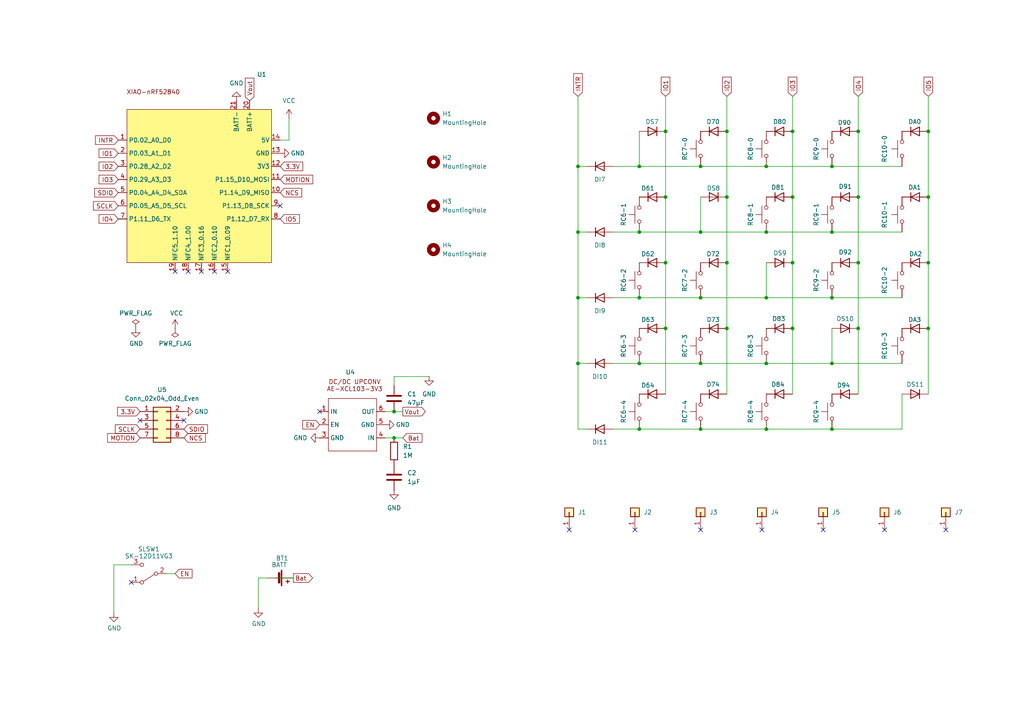
<source format=kicad_sch>
(kicad_sch
	(version 20250114)
	(generator "eeschema")
	(generator_version "9.0")
	(uuid "7f8f3204-eb94-4c1b-8bab-de17ef763f86")
	(paper "A4")
	(lib_symbols
		(symbol "Connector_Generic:Conn_01x01"
			(pin_names
				(offset 1.016)
				(hide yes)
			)
			(exclude_from_sim no)
			(in_bom yes)
			(on_board yes)
			(property "Reference" "J"
				(at 0 2.54 0)
				(effects
					(font
						(size 1.27 1.27)
					)
				)
			)
			(property "Value" "Conn_01x01"
				(at 0 -2.54 0)
				(effects
					(font
						(size 1.27 1.27)
					)
				)
			)
			(property "Footprint" ""
				(at 0 0 0)
				(effects
					(font
						(size 1.27 1.27)
					)
					(hide yes)
				)
			)
			(property "Datasheet" "~"
				(at 0 0 0)
				(effects
					(font
						(size 1.27 1.27)
					)
					(hide yes)
				)
			)
			(property "Description" "Generic connector, single row, 01x01, script generated (kicad-library-utils/schlib/autogen/connector/)"
				(at 0 0 0)
				(effects
					(font
						(size 1.27 1.27)
					)
					(hide yes)
				)
			)
			(property "ki_keywords" "connector"
				(at 0 0 0)
				(effects
					(font
						(size 1.27 1.27)
					)
					(hide yes)
				)
			)
			(property "ki_fp_filters" "Connector*:*_1x??_*"
				(at 0 0 0)
				(effects
					(font
						(size 1.27 1.27)
					)
					(hide yes)
				)
			)
			(symbol "Conn_01x01_1_1"
				(rectangle
					(start -1.27 1.27)
					(end 1.27 -1.27)
					(stroke
						(width 0.254)
						(type default)
					)
					(fill
						(type background)
					)
				)
				(rectangle
					(start -1.27 0.127)
					(end 0 -0.127)
					(stroke
						(width 0.1524)
						(type default)
					)
					(fill
						(type none)
					)
				)
				(pin passive line
					(at -5.08 0 0)
					(length 3.81)
					(name "Pin_1"
						(effects
							(font
								(size 1.27 1.27)
							)
						)
					)
					(number "1"
						(effects
							(font
								(size 1.27 1.27)
							)
						)
					)
				)
			)
			(embedded_fonts no)
		)
		(symbol "Connector_Generic:Conn_02x04_Odd_Even"
			(pin_names
				(offset 1.016)
				(hide yes)
			)
			(exclude_from_sim no)
			(in_bom yes)
			(on_board yes)
			(property "Reference" "J"
				(at 1.27 5.08 0)
				(effects
					(font
						(size 1.27 1.27)
					)
				)
			)
			(property "Value" "Conn_02x04_Odd_Even"
				(at 1.27 -7.62 0)
				(effects
					(font
						(size 1.27 1.27)
					)
				)
			)
			(property "Footprint" ""
				(at 0 0 0)
				(effects
					(font
						(size 1.27 1.27)
					)
					(hide yes)
				)
			)
			(property "Datasheet" "~"
				(at 0 0 0)
				(effects
					(font
						(size 1.27 1.27)
					)
					(hide yes)
				)
			)
			(property "Description" "Generic connector, double row, 02x04, odd/even pin numbering scheme (row 1 odd numbers, row 2 even numbers), script generated (kicad-library-utils/schlib/autogen/connector/)"
				(at 0 0 0)
				(effects
					(font
						(size 1.27 1.27)
					)
					(hide yes)
				)
			)
			(property "ki_keywords" "connector"
				(at 0 0 0)
				(effects
					(font
						(size 1.27 1.27)
					)
					(hide yes)
				)
			)
			(property "ki_fp_filters" "Connector*:*_2x??_*"
				(at 0 0 0)
				(effects
					(font
						(size 1.27 1.27)
					)
					(hide yes)
				)
			)
			(symbol "Conn_02x04_Odd_Even_1_1"
				(rectangle
					(start -1.27 3.81)
					(end 3.81 -6.35)
					(stroke
						(width 0.254)
						(type default)
					)
					(fill
						(type background)
					)
				)
				(rectangle
					(start -1.27 2.667)
					(end 0 2.413)
					(stroke
						(width 0.1524)
						(type default)
					)
					(fill
						(type none)
					)
				)
				(rectangle
					(start -1.27 0.127)
					(end 0 -0.127)
					(stroke
						(width 0.1524)
						(type default)
					)
					(fill
						(type none)
					)
				)
				(rectangle
					(start -1.27 -2.413)
					(end 0 -2.667)
					(stroke
						(width 0.1524)
						(type default)
					)
					(fill
						(type none)
					)
				)
				(rectangle
					(start -1.27 -4.953)
					(end 0 -5.207)
					(stroke
						(width 0.1524)
						(type default)
					)
					(fill
						(type none)
					)
				)
				(rectangle
					(start 3.81 2.667)
					(end 2.54 2.413)
					(stroke
						(width 0.1524)
						(type default)
					)
					(fill
						(type none)
					)
				)
				(rectangle
					(start 3.81 0.127)
					(end 2.54 -0.127)
					(stroke
						(width 0.1524)
						(type default)
					)
					(fill
						(type none)
					)
				)
				(rectangle
					(start 3.81 -2.413)
					(end 2.54 -2.667)
					(stroke
						(width 0.1524)
						(type default)
					)
					(fill
						(type none)
					)
				)
				(rectangle
					(start 3.81 -4.953)
					(end 2.54 -5.207)
					(stroke
						(width 0.1524)
						(type default)
					)
					(fill
						(type none)
					)
				)
				(pin passive line
					(at -5.08 2.54 0)
					(length 3.81)
					(name "Pin_1"
						(effects
							(font
								(size 1.27 1.27)
							)
						)
					)
					(number "1"
						(effects
							(font
								(size 1.27 1.27)
							)
						)
					)
				)
				(pin passive line
					(at -5.08 0 0)
					(length 3.81)
					(name "Pin_3"
						(effects
							(font
								(size 1.27 1.27)
							)
						)
					)
					(number "3"
						(effects
							(font
								(size 1.27 1.27)
							)
						)
					)
				)
				(pin passive line
					(at -5.08 -2.54 0)
					(length 3.81)
					(name "Pin_5"
						(effects
							(font
								(size 1.27 1.27)
							)
						)
					)
					(number "5"
						(effects
							(font
								(size 1.27 1.27)
							)
						)
					)
				)
				(pin passive line
					(at -5.08 -5.08 0)
					(length 3.81)
					(name "Pin_7"
						(effects
							(font
								(size 1.27 1.27)
							)
						)
					)
					(number "7"
						(effects
							(font
								(size 1.27 1.27)
							)
						)
					)
				)
				(pin passive line
					(at 7.62 2.54 180)
					(length 3.81)
					(name "Pin_2"
						(effects
							(font
								(size 1.27 1.27)
							)
						)
					)
					(number "2"
						(effects
							(font
								(size 1.27 1.27)
							)
						)
					)
				)
				(pin passive line
					(at 7.62 0 180)
					(length 3.81)
					(name "Pin_4"
						(effects
							(font
								(size 1.27 1.27)
							)
						)
					)
					(number "4"
						(effects
							(font
								(size 1.27 1.27)
							)
						)
					)
				)
				(pin passive line
					(at 7.62 -2.54 180)
					(length 3.81)
					(name "Pin_6"
						(effects
							(font
								(size 1.27 1.27)
							)
						)
					)
					(number "6"
						(effects
							(font
								(size 1.27 1.27)
							)
						)
					)
				)
				(pin passive line
					(at 7.62 -5.08 180)
					(length 3.81)
					(name "Pin_8"
						(effects
							(font
								(size 1.27 1.27)
							)
						)
					)
					(number "8"
						(effects
							(font
								(size 1.27 1.27)
							)
						)
					)
				)
			)
			(embedded_fonts no)
		)
		(symbol "Device:Battery_Cell"
			(pin_numbers
				(hide yes)
			)
			(pin_names
				(offset 0)
				(hide yes)
			)
			(exclude_from_sim no)
			(in_bom yes)
			(on_board yes)
			(property "Reference" "BT"
				(at 2.54 2.54 0)
				(effects
					(font
						(size 1.27 1.27)
					)
					(justify left)
				)
			)
			(property "Value" "Battery_Cell"
				(at 2.54 0 0)
				(effects
					(font
						(size 1.27 1.27)
					)
					(justify left)
				)
			)
			(property "Footprint" ""
				(at 0 1.524 90)
				(effects
					(font
						(size 1.27 1.27)
					)
					(hide yes)
				)
			)
			(property "Datasheet" "~"
				(at 0 1.524 90)
				(effects
					(font
						(size 1.27 1.27)
					)
					(hide yes)
				)
			)
			(property "Description" "Single-cell battery"
				(at 0 0 0)
				(effects
					(font
						(size 1.27 1.27)
					)
					(hide yes)
				)
			)
			(property "ki_keywords" "battery cell"
				(at 0 0 0)
				(effects
					(font
						(size 1.27 1.27)
					)
					(hide yes)
				)
			)
			(symbol "Battery_Cell_0_1"
				(rectangle
					(start -2.286 1.778)
					(end 2.286 1.524)
					(stroke
						(width 0)
						(type default)
					)
					(fill
						(type outline)
					)
				)
				(rectangle
					(start -1.5748 1.1938)
					(end 1.4732 0.6858)
					(stroke
						(width 0)
						(type default)
					)
					(fill
						(type outline)
					)
				)
				(polyline
					(pts
						(xy 0 1.778) (xy 0 2.54)
					)
					(stroke
						(width 0)
						(type default)
					)
					(fill
						(type none)
					)
				)
				(polyline
					(pts
						(xy 0 0.762) (xy 0 0)
					)
					(stroke
						(width 0)
						(type default)
					)
					(fill
						(type none)
					)
				)
				(polyline
					(pts
						(xy 0.508 3.429) (xy 1.524 3.429)
					)
					(stroke
						(width 0.254)
						(type default)
					)
					(fill
						(type none)
					)
				)
				(polyline
					(pts
						(xy 1.016 3.937) (xy 1.016 2.921)
					)
					(stroke
						(width 0.254)
						(type default)
					)
					(fill
						(type none)
					)
				)
			)
			(symbol "Battery_Cell_1_1"
				(pin passive line
					(at 0 5.08 270)
					(length 2.54)
					(name "+"
						(effects
							(font
								(size 1.27 1.27)
							)
						)
					)
					(number "1"
						(effects
							(font
								(size 1.27 1.27)
							)
						)
					)
				)
				(pin passive line
					(at 0 -2.54 90)
					(length 2.54)
					(name "-"
						(effects
							(font
								(size 1.27 1.27)
							)
						)
					)
					(number "2"
						(effects
							(font
								(size 1.27 1.27)
							)
						)
					)
				)
			)
			(embedded_fonts no)
		)
		(symbol "Device:C"
			(pin_numbers
				(hide yes)
			)
			(pin_names
				(offset 0.254)
			)
			(exclude_from_sim no)
			(in_bom yes)
			(on_board yes)
			(property "Reference" "C"
				(at 0.635 2.54 0)
				(effects
					(font
						(size 1.27 1.27)
					)
					(justify left)
				)
			)
			(property "Value" "C"
				(at 0.635 -2.54 0)
				(effects
					(font
						(size 1.27 1.27)
					)
					(justify left)
				)
			)
			(property "Footprint" ""
				(at 0.9652 -3.81 0)
				(effects
					(font
						(size 1.27 1.27)
					)
					(hide yes)
				)
			)
			(property "Datasheet" "~"
				(at 0 0 0)
				(effects
					(font
						(size 1.27 1.27)
					)
					(hide yes)
				)
			)
			(property "Description" "Unpolarized capacitor"
				(at 0 0 0)
				(effects
					(font
						(size 1.27 1.27)
					)
					(hide yes)
				)
			)
			(property "ki_keywords" "cap capacitor"
				(at 0 0 0)
				(effects
					(font
						(size 1.27 1.27)
					)
					(hide yes)
				)
			)
			(property "ki_fp_filters" "C_*"
				(at 0 0 0)
				(effects
					(font
						(size 1.27 1.27)
					)
					(hide yes)
				)
			)
			(symbol "C_0_1"
				(polyline
					(pts
						(xy -2.032 0.762) (xy 2.032 0.762)
					)
					(stroke
						(width 0.508)
						(type default)
					)
					(fill
						(type none)
					)
				)
				(polyline
					(pts
						(xy -2.032 -0.762) (xy 2.032 -0.762)
					)
					(stroke
						(width 0.508)
						(type default)
					)
					(fill
						(type none)
					)
				)
			)
			(symbol "C_1_1"
				(pin passive line
					(at 0 3.81 270)
					(length 2.794)
					(name "~"
						(effects
							(font
								(size 1.27 1.27)
							)
						)
					)
					(number "1"
						(effects
							(font
								(size 1.27 1.27)
							)
						)
					)
				)
				(pin passive line
					(at 0 -3.81 90)
					(length 2.794)
					(name "~"
						(effects
							(font
								(size 1.27 1.27)
							)
						)
					)
					(number "2"
						(effects
							(font
								(size 1.27 1.27)
							)
						)
					)
				)
			)
			(embedded_fonts no)
		)
		(symbol "Device:R"
			(pin_numbers
				(hide yes)
			)
			(pin_names
				(offset 0)
			)
			(exclude_from_sim no)
			(in_bom yes)
			(on_board yes)
			(property "Reference" "R"
				(at 2.032 0 90)
				(effects
					(font
						(size 1.27 1.27)
					)
				)
			)
			(property "Value" "R"
				(at 0 0 90)
				(effects
					(font
						(size 1.27 1.27)
					)
				)
			)
			(property "Footprint" ""
				(at -1.778 0 90)
				(effects
					(font
						(size 1.27 1.27)
					)
					(hide yes)
				)
			)
			(property "Datasheet" "~"
				(at 0 0 0)
				(effects
					(font
						(size 1.27 1.27)
					)
					(hide yes)
				)
			)
			(property "Description" "Resistor"
				(at 0 0 0)
				(effects
					(font
						(size 1.27 1.27)
					)
					(hide yes)
				)
			)
			(property "ki_keywords" "R res resistor"
				(at 0 0 0)
				(effects
					(font
						(size 1.27 1.27)
					)
					(hide yes)
				)
			)
			(property "ki_fp_filters" "R_*"
				(at 0 0 0)
				(effects
					(font
						(size 1.27 1.27)
					)
					(hide yes)
				)
			)
			(symbol "R_0_1"
				(rectangle
					(start -1.016 -2.54)
					(end 1.016 2.54)
					(stroke
						(width 0.254)
						(type default)
					)
					(fill
						(type none)
					)
				)
			)
			(symbol "R_1_1"
				(pin passive line
					(at 0 3.81 270)
					(length 1.27)
					(name "~"
						(effects
							(font
								(size 1.27 1.27)
							)
						)
					)
					(number "1"
						(effects
							(font
								(size 1.27 1.27)
							)
						)
					)
				)
				(pin passive line
					(at 0 -3.81 90)
					(length 1.27)
					(name "~"
						(effects
							(font
								(size 1.27 1.27)
							)
						)
					)
					(number "2"
						(effects
							(font
								(size 1.27 1.27)
							)
						)
					)
				)
			)
			(embedded_fonts no)
		)
		(symbol "Diode:1N4148"
			(pin_numbers
				(hide yes)
			)
			(pin_names
				(hide yes)
			)
			(exclude_from_sim no)
			(in_bom yes)
			(on_board yes)
			(property "Reference" "D"
				(at 0 2.54 0)
				(effects
					(font
						(size 1.27 1.27)
					)
				)
			)
			(property "Value" "1N4148"
				(at 0 -2.54 0)
				(effects
					(font
						(size 1.27 1.27)
					)
				)
			)
			(property "Footprint" "Diode_THT:D_DO-35_SOD27_P7.62mm_Horizontal"
				(at 0 0 0)
				(effects
					(font
						(size 1.27 1.27)
					)
					(hide yes)
				)
			)
			(property "Datasheet" "https://assets.nexperia.com/documents/data-sheet/1N4148_1N4448.pdf"
				(at 0 0 0)
				(effects
					(font
						(size 1.27 1.27)
					)
					(hide yes)
				)
			)
			(property "Description" "100V 0.15A standard switching diode, DO-35"
				(at 0 0 0)
				(effects
					(font
						(size 1.27 1.27)
					)
					(hide yes)
				)
			)
			(property "Sim.Device" "D"
				(at 0 0 0)
				(effects
					(font
						(size 1.27 1.27)
					)
					(hide yes)
				)
			)
			(property "Sim.Pins" "1=K 2=A"
				(at 0 0 0)
				(effects
					(font
						(size 1.27 1.27)
					)
					(hide yes)
				)
			)
			(property "ki_keywords" "diode"
				(at 0 0 0)
				(effects
					(font
						(size 1.27 1.27)
					)
					(hide yes)
				)
			)
			(property "ki_fp_filters" "D*DO?35*"
				(at 0 0 0)
				(effects
					(font
						(size 1.27 1.27)
					)
					(hide yes)
				)
			)
			(symbol "1N4148_0_1"
				(polyline
					(pts
						(xy -1.27 1.27) (xy -1.27 -1.27)
					)
					(stroke
						(width 0.254)
						(type default)
					)
					(fill
						(type none)
					)
				)
				(polyline
					(pts
						(xy 1.27 1.27) (xy 1.27 -1.27) (xy -1.27 0) (xy 1.27 1.27)
					)
					(stroke
						(width 0.254)
						(type default)
					)
					(fill
						(type none)
					)
				)
				(polyline
					(pts
						(xy 1.27 0) (xy -1.27 0)
					)
					(stroke
						(width 0)
						(type default)
					)
					(fill
						(type none)
					)
				)
			)
			(symbol "1N4148_1_1"
				(pin passive line
					(at -3.81 0 0)
					(length 2.54)
					(name "K"
						(effects
							(font
								(size 1.27 1.27)
							)
						)
					)
					(number "1"
						(effects
							(font
								(size 1.27 1.27)
							)
						)
					)
				)
				(pin passive line
					(at 3.81 0 180)
					(length 2.54)
					(name "A"
						(effects
							(font
								(size 1.27 1.27)
							)
						)
					)
					(number "2"
						(effects
							(font
								(size 1.27 1.27)
							)
						)
					)
				)
			)
			(embedded_fonts no)
		)
		(symbol "Mechanical:MountingHole"
			(pin_names
				(offset 1.016)
			)
			(exclude_from_sim yes)
			(in_bom no)
			(on_board yes)
			(property "Reference" "H"
				(at 0 5.08 0)
				(effects
					(font
						(size 1.27 1.27)
					)
				)
			)
			(property "Value" "MountingHole"
				(at 0 3.175 0)
				(effects
					(font
						(size 1.27 1.27)
					)
				)
			)
			(property "Footprint" ""
				(at 0 0 0)
				(effects
					(font
						(size 1.27 1.27)
					)
					(hide yes)
				)
			)
			(property "Datasheet" "~"
				(at 0 0 0)
				(effects
					(font
						(size 1.27 1.27)
					)
					(hide yes)
				)
			)
			(property "Description" "Mounting Hole without connection"
				(at 0 0 0)
				(effects
					(font
						(size 1.27 1.27)
					)
					(hide yes)
				)
			)
			(property "ki_keywords" "mounting hole"
				(at 0 0 0)
				(effects
					(font
						(size 1.27 1.27)
					)
					(hide yes)
				)
			)
			(property "ki_fp_filters" "MountingHole*"
				(at 0 0 0)
				(effects
					(font
						(size 1.27 1.27)
					)
					(hide yes)
				)
			)
			(symbol "MountingHole_0_1"
				(circle
					(center 0 0)
					(radius 1.27)
					(stroke
						(width 1.27)
						(type default)
					)
					(fill
						(type none)
					)
				)
			)
			(embedded_fonts no)
		)
		(symbol "Switch:SW_Push"
			(pin_numbers
				(hide yes)
			)
			(pin_names
				(offset 1.016)
				(hide yes)
			)
			(exclude_from_sim no)
			(in_bom yes)
			(on_board yes)
			(property "Reference" "SW"
				(at 1.27 2.54 0)
				(effects
					(font
						(size 1.27 1.27)
					)
					(justify left)
				)
			)
			(property "Value" "SW_Push"
				(at 0 -1.524 0)
				(effects
					(font
						(size 1.27 1.27)
					)
				)
			)
			(property "Footprint" ""
				(at 0 5.08 0)
				(effects
					(font
						(size 1.27 1.27)
					)
					(hide yes)
				)
			)
			(property "Datasheet" "~"
				(at 0 5.08 0)
				(effects
					(font
						(size 1.27 1.27)
					)
					(hide yes)
				)
			)
			(property "Description" "Push button switch, generic, two pins"
				(at 0 0 0)
				(effects
					(font
						(size 1.27 1.27)
					)
					(hide yes)
				)
			)
			(property "ki_keywords" "switch normally-open pushbutton push-button"
				(at 0 0 0)
				(effects
					(font
						(size 1.27 1.27)
					)
					(hide yes)
				)
			)
			(symbol "SW_Push_0_1"
				(circle
					(center -2.032 0)
					(radius 0.508)
					(stroke
						(width 0)
						(type default)
					)
					(fill
						(type none)
					)
				)
				(polyline
					(pts
						(xy 0 1.27) (xy 0 3.048)
					)
					(stroke
						(width 0)
						(type default)
					)
					(fill
						(type none)
					)
				)
				(circle
					(center 2.032 0)
					(radius 0.508)
					(stroke
						(width 0)
						(type default)
					)
					(fill
						(type none)
					)
				)
				(polyline
					(pts
						(xy 2.54 1.27) (xy -2.54 1.27)
					)
					(stroke
						(width 0)
						(type default)
					)
					(fill
						(type none)
					)
				)
				(pin passive line
					(at -5.08 0 0)
					(length 2.54)
					(name "1"
						(effects
							(font
								(size 1.27 1.27)
							)
						)
					)
					(number "1"
						(effects
							(font
								(size 1.27 1.27)
							)
						)
					)
				)
				(pin passive line
					(at 5.08 0 180)
					(length 2.54)
					(name "2"
						(effects
							(font
								(size 1.27 1.27)
							)
						)
					)
					(number "2"
						(effects
							(font
								(size 1.27 1.27)
							)
						)
					)
				)
			)
			(embedded_fonts no)
		)
		(symbol "Switch:SW_SPDT"
			(pin_names
				(offset 0)
				(hide yes)
			)
			(exclude_from_sim no)
			(in_bom yes)
			(on_board yes)
			(property "Reference" "SW"
				(at 0 4.318 0)
				(effects
					(font
						(size 1.27 1.27)
					)
				)
			)
			(property "Value" "SW_SPDT"
				(at 0 -5.08 0)
				(effects
					(font
						(size 1.27 1.27)
					)
				)
			)
			(property "Footprint" ""
				(at 0 0 0)
				(effects
					(font
						(size 1.27 1.27)
					)
					(hide yes)
				)
			)
			(property "Datasheet" "~"
				(at 0 0 0)
				(effects
					(font
						(size 1.27 1.27)
					)
					(hide yes)
				)
			)
			(property "Description" "Switch, single pole double throw"
				(at 0 0 0)
				(effects
					(font
						(size 1.27 1.27)
					)
					(hide yes)
				)
			)
			(property "ki_keywords" "switch single-pole double-throw spdt ON-ON"
				(at 0 0 0)
				(effects
					(font
						(size 1.27 1.27)
					)
					(hide yes)
				)
			)
			(symbol "SW_SPDT_0_0"
				(circle
					(center -2.032 0)
					(radius 0.508)
					(stroke
						(width 0)
						(type default)
					)
					(fill
						(type none)
					)
				)
				(circle
					(center 2.032 -2.54)
					(radius 0.508)
					(stroke
						(width 0)
						(type default)
					)
					(fill
						(type none)
					)
				)
			)
			(symbol "SW_SPDT_0_1"
				(polyline
					(pts
						(xy -1.524 0.254) (xy 1.651 2.286)
					)
					(stroke
						(width 0)
						(type default)
					)
					(fill
						(type none)
					)
				)
				(circle
					(center 2.032 2.54)
					(radius 0.508)
					(stroke
						(width 0)
						(type default)
					)
					(fill
						(type none)
					)
				)
			)
			(symbol "SW_SPDT_1_1"
				(pin passive line
					(at -5.08 0 0)
					(length 2.54)
					(name "B"
						(effects
							(font
								(size 1.27 1.27)
							)
						)
					)
					(number "2"
						(effects
							(font
								(size 1.27 1.27)
							)
						)
					)
				)
				(pin passive line
					(at 5.08 2.54 180)
					(length 2.54)
					(name "A"
						(effects
							(font
								(size 1.27 1.27)
							)
						)
					)
					(number "1"
						(effects
							(font
								(size 1.27 1.27)
							)
						)
					)
				)
				(pin passive line
					(at 5.08 -2.54 180)
					(length 2.54)
					(name "C"
						(effects
							(font
								(size 1.27 1.27)
							)
						)
					)
					(number "3"
						(effects
							(font
								(size 1.27 1.27)
							)
						)
					)
				)
			)
			(embedded_fonts no)
		)
		(symbol "pinkeybd:U3"
			(exclude_from_sim no)
			(in_bom yes)
			(on_board yes)
			(property "Reference" "U3"
				(at 0 0 0)
				(effects
					(font
						(size 1.27 1.27)
					)
				)
			)
			(property "Value" ""
				(at 1.27 0 0)
				(effects
					(font
						(size 1.27 1.27)
					)
				)
			)
			(property "Footprint" ""
				(at 1.27 0 0)
				(effects
					(font
						(size 1.27 1.27)
					)
					(hide yes)
				)
			)
			(property "Datasheet" ""
				(at 1.27 0 0)
				(effects
					(font
						(size 1.27 1.27)
					)
					(hide yes)
				)
			)
			(property "Description" ""
				(at 1.27 0 0)
				(effects
					(font
						(size 1.27 1.27)
					)
					(hide yes)
				)
			)
			(symbol "U3_0_1"
				(rectangle
					(start -6.35 7.62)
					(end 7.62 -7.62)
					(stroke
						(width 0)
						(type default)
					)
					(fill
						(type none)
					)
				)
				(rectangle
					(start 7.62 -7.62)
					(end 7.62 -7.62)
					(stroke
						(width 0)
						(type default)
					)
					(fill
						(type none)
					)
				)
				(rectangle
					(start 7.62 -7.62)
					(end 7.62 -7.62)
					(stroke
						(width 0)
						(type default)
					)
					(fill
						(type none)
					)
				)
			)
			(symbol "U3_1_1"
				(text "DC/DC UPCONV\nAE-XCL103-3V3"
					(at 1.27 11.43 0)
					(effects
						(font
							(size 1.27 1.27)
						)
					)
				)
				(pin input line
					(at -8.89 3.81 0)
					(length 2.54)
					(name "IN"
						(effects
							(font
								(size 1.27 1.27)
							)
						)
					)
					(number "1"
						(effects
							(font
								(size 1.27 1.27)
							)
						)
					)
				)
				(pin input line
					(at -8.89 0 0)
					(length 2.54)
					(name "EN"
						(effects
							(font
								(size 1.27 1.27)
							)
						)
					)
					(number "2"
						(effects
							(font
								(size 1.27 1.27)
							)
						)
					)
				)
				(pin input line
					(at -8.89 -3.81 0)
					(length 2.54)
					(name "GND"
						(effects
							(font
								(size 1.27 1.27)
							)
						)
					)
					(number "3"
						(effects
							(font
								(size 1.27 1.27)
							)
						)
					)
				)
				(pin output line
					(at 10.16 3.81 180)
					(length 2.54)
					(name "OUT"
						(effects
							(font
								(size 1.27 1.27)
							)
						)
					)
					(number "6"
						(effects
							(font
								(size 1.27 1.27)
							)
						)
					)
				)
				(pin input line
					(at 10.16 0 180)
					(length 2.54)
					(name "GND"
						(effects
							(font
								(size 1.27 1.27)
							)
						)
					)
					(number "5"
						(effects
							(font
								(size 1.27 1.27)
							)
						)
					)
				)
				(pin input line
					(at 10.16 -3.81 180)
					(length 2.54)
					(name "IN"
						(effects
							(font
								(size 1.27 1.27)
							)
						)
					)
					(number "4"
						(effects
							(font
								(size 1.27 1.27)
							)
						)
					)
				)
			)
			(embedded_fonts no)
		)
		(symbol "power:GND"
			(power)
			(pin_numbers
				(hide yes)
			)
			(pin_names
				(offset 0)
				(hide yes)
			)
			(exclude_from_sim no)
			(in_bom yes)
			(on_board yes)
			(property "Reference" "#PWR"
				(at 0 -6.35 0)
				(effects
					(font
						(size 1.27 1.27)
					)
					(hide yes)
				)
			)
			(property "Value" "GND"
				(at 0 -3.81 0)
				(effects
					(font
						(size 1.27 1.27)
					)
				)
			)
			(property "Footprint" ""
				(at 0 0 0)
				(effects
					(font
						(size 1.27 1.27)
					)
					(hide yes)
				)
			)
			(property "Datasheet" ""
				(at 0 0 0)
				(effects
					(font
						(size 1.27 1.27)
					)
					(hide yes)
				)
			)
			(property "Description" "Power symbol creates a global label with name \"GND\" , ground"
				(at 0 0 0)
				(effects
					(font
						(size 1.27 1.27)
					)
					(hide yes)
				)
			)
			(property "ki_keywords" "global power"
				(at 0 0 0)
				(effects
					(font
						(size 1.27 1.27)
					)
					(hide yes)
				)
			)
			(symbol "GND_0_1"
				(polyline
					(pts
						(xy 0 0) (xy 0 -1.27) (xy 1.27 -1.27) (xy 0 -2.54) (xy -1.27 -1.27) (xy 0 -1.27)
					)
					(stroke
						(width 0)
						(type default)
					)
					(fill
						(type none)
					)
				)
			)
			(symbol "GND_1_1"
				(pin power_in line
					(at 0 0 270)
					(length 0)
					(name "~"
						(effects
							(font
								(size 1.27 1.27)
							)
						)
					)
					(number "1"
						(effects
							(font
								(size 1.27 1.27)
							)
						)
					)
				)
			)
			(embedded_fonts no)
		)
		(symbol "power:PWR_FLAG"
			(power)
			(pin_numbers
				(hide yes)
			)
			(pin_names
				(offset 0)
				(hide yes)
			)
			(exclude_from_sim no)
			(in_bom yes)
			(on_board yes)
			(property "Reference" "#FLG"
				(at 0 1.905 0)
				(effects
					(font
						(size 1.27 1.27)
					)
					(hide yes)
				)
			)
			(property "Value" "PWR_FLAG"
				(at 0 3.81 0)
				(effects
					(font
						(size 1.27 1.27)
					)
				)
			)
			(property "Footprint" ""
				(at 0 0 0)
				(effects
					(font
						(size 1.27 1.27)
					)
					(hide yes)
				)
			)
			(property "Datasheet" "~"
				(at 0 0 0)
				(effects
					(font
						(size 1.27 1.27)
					)
					(hide yes)
				)
			)
			(property "Description" "Special symbol for telling ERC where power comes from"
				(at 0 0 0)
				(effects
					(font
						(size 1.27 1.27)
					)
					(hide yes)
				)
			)
			(property "ki_keywords" "power-flag"
				(at 0 0 0)
				(effects
					(font
						(size 1.27 1.27)
					)
					(hide yes)
				)
			)
			(symbol "PWR_FLAG_0_0"
				(pin power_out line
					(at 0 0 90)
					(length 0)
					(name "pwr"
						(effects
							(font
								(size 1.27 1.27)
							)
						)
					)
					(number "1"
						(effects
							(font
								(size 1.27 1.27)
							)
						)
					)
				)
			)
			(symbol "PWR_FLAG_0_1"
				(polyline
					(pts
						(xy 0 0) (xy 0 1.27) (xy -1.016 1.905) (xy 0 2.54) (xy 1.016 1.905) (xy 0 1.27)
					)
					(stroke
						(width 0)
						(type default)
					)
					(fill
						(type none)
					)
				)
			)
			(embedded_fonts no)
		)
		(symbol "power:VCC"
			(power)
			(pin_numbers
				(hide yes)
			)
			(pin_names
				(offset 0)
				(hide yes)
			)
			(exclude_from_sim no)
			(in_bom yes)
			(on_board yes)
			(property "Reference" "#PWR"
				(at 0 -3.81 0)
				(effects
					(font
						(size 1.27 1.27)
					)
					(hide yes)
				)
			)
			(property "Value" "VCC"
				(at 0 3.556 0)
				(effects
					(font
						(size 1.27 1.27)
					)
				)
			)
			(property "Footprint" ""
				(at 0 0 0)
				(effects
					(font
						(size 1.27 1.27)
					)
					(hide yes)
				)
			)
			(property "Datasheet" ""
				(at 0 0 0)
				(effects
					(font
						(size 1.27 1.27)
					)
					(hide yes)
				)
			)
			(property "Description" "Power symbol creates a global label with name \"VCC\""
				(at 0 0 0)
				(effects
					(font
						(size 1.27 1.27)
					)
					(hide yes)
				)
			)
			(property "ki_keywords" "global power"
				(at 0 0 0)
				(effects
					(font
						(size 1.27 1.27)
					)
					(hide yes)
				)
			)
			(symbol "VCC_0_1"
				(polyline
					(pts
						(xy -0.762 1.27) (xy 0 2.54)
					)
					(stroke
						(width 0)
						(type default)
					)
					(fill
						(type none)
					)
				)
				(polyline
					(pts
						(xy 0 2.54) (xy 0.762 1.27)
					)
					(stroke
						(width 0)
						(type default)
					)
					(fill
						(type none)
					)
				)
				(polyline
					(pts
						(xy 0 0) (xy 0 2.54)
					)
					(stroke
						(width 0)
						(type default)
					)
					(fill
						(type none)
					)
				)
			)
			(symbol "VCC_1_1"
				(pin power_in line
					(at 0 0 90)
					(length 0)
					(name "~"
						(effects
							(font
								(size 1.27 1.27)
							)
						)
					)
					(number "1"
						(effects
							(font
								(size 1.27 1.27)
							)
						)
					)
				)
			)
			(embedded_fonts no)
		)
		(symbol "roba:XIAO-nRF52840"
			(exclude_from_sim no)
			(in_bom yes)
			(on_board yes)
			(property "Reference" "U"
				(at 13.97 -3.81 0)
				(effects
					(font
						(size 1.27 1.27)
					)
				)
			)
			(property "Value" ""
				(at 0 0 0)
				(effects
					(font
						(size 1.27 1.27)
					)
				)
			)
			(property "Footprint" ""
				(at 0 0 0)
				(effects
					(font
						(size 1.27 1.27)
					)
					(hide yes)
				)
			)
			(property "Datasheet" ""
				(at 0 0 0)
				(effects
					(font
						(size 1.27 1.27)
					)
					(hide yes)
				)
			)
			(property "Description" ""
				(at 0 0 0)
				(effects
					(font
						(size 1.27 1.27)
					)
					(hide yes)
				)
			)
			(symbol "XIAO-nRF52840_1_1"
				(text "XIAO-nRF52840"
					(at 20.32 -1.27 0)
					(effects
						(font
							(size 1.27 1.27)
						)
					)
				)
				(text_box ""
					(at 12.7 -6.35 0)
					(size 41.91 -44.45)
					(margins 1.016 1.016 1.016 1.016)
					(stroke
						(width 0)
						(type default)
					)
					(fill
						(type color)
						(color 255 249 138 1)
					)
					(effects
						(font
							(size 1.27 1.27)
						)
						(justify left top)
					)
				)
				(pin unspecified line
					(at 10.16 -15.24 0)
					(length 2.54)
					(name "P0.02_A0_D0"
						(effects
							(font
								(size 1.27 1.27)
							)
						)
					)
					(number "1"
						(effects
							(font
								(size 1.27 1.27)
							)
						)
					)
				)
				(pin unspecified line
					(at 10.16 -19.05 0)
					(length 2.54)
					(name "P0.03_A1_D1"
						(effects
							(font
								(size 1.27 1.27)
							)
						)
					)
					(number "2"
						(effects
							(font
								(size 1.27 1.27)
							)
						)
					)
				)
				(pin unspecified line
					(at 10.16 -22.86 0)
					(length 2.54)
					(name "P0.28_A2_D2"
						(effects
							(font
								(size 1.27 1.27)
							)
						)
					)
					(number "3"
						(effects
							(font
								(size 1.27 1.27)
							)
						)
					)
				)
				(pin unspecified line
					(at 10.16 -26.67 0)
					(length 2.54)
					(name "P0.29_A3_D3"
						(effects
							(font
								(size 1.27 1.27)
							)
						)
					)
					(number "4"
						(effects
							(font
								(size 1.27 1.27)
							)
						)
					)
				)
				(pin unspecified line
					(at 10.16 -30.48 0)
					(length 2.54)
					(name "P0.04_A4_D4_SDA"
						(effects
							(font
								(size 1.27 1.27)
							)
						)
					)
					(number "5"
						(effects
							(font
								(size 1.27 1.27)
							)
						)
					)
				)
				(pin unspecified line
					(at 10.16 -34.29 0)
					(length 2.54)
					(name "P0.05_A5_D5_SCL"
						(effects
							(font
								(size 1.27 1.27)
							)
						)
					)
					(number "6"
						(effects
							(font
								(size 1.27 1.27)
							)
						)
					)
				)
				(pin unspecified line
					(at 10.16 -38.1 0)
					(length 2.54)
					(name "P1.11_D6_TX"
						(effects
							(font
								(size 1.27 1.27)
							)
						)
					)
					(number "7"
						(effects
							(font
								(size 1.27 1.27)
							)
						)
					)
				)
				(pin unspecified line
					(at 26.67 -53.34 90)
					(length 2.54)
					(name "NFC5_1.10"
						(effects
							(font
								(size 1.27 1.27)
							)
						)
					)
					(number "19"
						(effects
							(font
								(size 1.27 1.27)
							)
						)
					)
				)
				(pin unspecified line
					(at 30.48 -53.34 90)
					(length 2.54)
					(name "NFC4_1.00"
						(effects
							(font
								(size 1.27 1.27)
							)
						)
					)
					(number "18"
						(effects
							(font
								(size 1.27 1.27)
							)
						)
					)
				)
				(pin unspecified line
					(at 34.29 -53.34 90)
					(length 2.54)
					(name "NFC3_0.16"
						(effects
							(font
								(size 1.27 1.27)
							)
						)
					)
					(number "17"
						(effects
							(font
								(size 1.27 1.27)
							)
						)
					)
				)
				(pin unspecified line
					(at 38.1 -53.34 90)
					(length 2.54)
					(name "NFC2_0.10"
						(effects
							(font
								(size 1.27 1.27)
							)
						)
					)
					(number "16"
						(effects
							(font
								(size 1.27 1.27)
							)
						)
					)
				)
				(pin unspecified line
					(at 41.91 -53.34 90)
					(length 2.54)
					(name "NFC1_0.09"
						(effects
							(font
								(size 1.27 1.27)
							)
						)
					)
					(number "15"
						(effects
							(font
								(size 1.27 1.27)
							)
						)
					)
				)
				(pin unspecified line
					(at 44.45 -3.81 270)
					(length 2.54)
					(name "BATT-"
						(effects
							(font
								(size 1.27 1.27)
							)
						)
					)
					(number "21"
						(effects
							(font
								(size 1.27 1.27)
							)
						)
					)
				)
				(pin unspecified line
					(at 48.26 -3.81 270)
					(length 2.54)
					(name "BATT+"
						(effects
							(font
								(size 1.27 1.27)
							)
						)
					)
					(number "20"
						(effects
							(font
								(size 1.27 1.27)
							)
						)
					)
				)
				(pin unspecified line
					(at 57.15 -15.24 180)
					(length 2.54)
					(name "5V"
						(effects
							(font
								(size 1.27 1.27)
							)
						)
					)
					(number "14"
						(effects
							(font
								(size 1.27 1.27)
							)
						)
					)
				)
				(pin unspecified line
					(at 57.15 -19.05 180)
					(length 2.54)
					(name "GND"
						(effects
							(font
								(size 1.27 1.27)
							)
						)
					)
					(number "13"
						(effects
							(font
								(size 1.27 1.27)
							)
						)
					)
				)
				(pin unspecified line
					(at 57.15 -22.86 180)
					(length 2.54)
					(name "3V3"
						(effects
							(font
								(size 1.27 1.27)
							)
						)
					)
					(number "12"
						(effects
							(font
								(size 1.27 1.27)
							)
						)
					)
				)
				(pin unspecified line
					(at 57.15 -26.67 180)
					(length 2.54)
					(name "P1.15_D10_MOSI"
						(effects
							(font
								(size 1.27 1.27)
							)
						)
					)
					(number "11"
						(effects
							(font
								(size 1.27 1.27)
							)
						)
					)
				)
				(pin unspecified line
					(at 57.15 -30.48 180)
					(length 2.54)
					(name "P1.14_D9_MISO"
						(effects
							(font
								(size 1.27 1.27)
							)
						)
					)
					(number "10"
						(effects
							(font
								(size 1.27 1.27)
							)
						)
					)
				)
				(pin unspecified line
					(at 57.15 -34.29 180)
					(length 2.54)
					(name "P1.13_D8_SCK"
						(effects
							(font
								(size 1.27 1.27)
							)
						)
					)
					(number "9"
						(effects
							(font
								(size 1.27 1.27)
							)
						)
					)
				)
				(pin unspecified line
					(at 57.15 -38.1 180)
					(length 2.54)
					(name "P1.12_D7_RX"
						(effects
							(font
								(size 1.27 1.27)
							)
						)
					)
					(number "8"
						(effects
							(font
								(size 1.27 1.27)
							)
						)
					)
				)
			)
			(embedded_fonts no)
		)
	)
	(junction
		(at 248.92 38.1)
		(diameter 0)
		(color 0 0 0 0)
		(uuid "0715242d-61be-41ef-8758-ccd41e0b21f5")
	)
	(junction
		(at 210.82 95.25)
		(diameter 0)
		(color 0 0 0 0)
		(uuid "118ae012-29ca-4b6a-b1ac-f33fad91c0c7")
	)
	(junction
		(at 167.64 48.26)
		(diameter 0)
		(color 0 0 0 0)
		(uuid "19aa59a0-f7ae-4c1f-b72e-3a2b05e0b468")
	)
	(junction
		(at 269.24 76.2)
		(diameter 0)
		(color 0 0 0 0)
		(uuid "19d40bf8-da03-4d17-bc0a-ec27c8f3865c")
	)
	(junction
		(at 167.64 86.36)
		(diameter 0)
		(color 0 0 0 0)
		(uuid "28fe34ea-8fe3-4e75-bb08-93ed6ca9d55c")
	)
	(junction
		(at 210.82 76.2)
		(diameter 0)
		(color 0 0 0 0)
		(uuid "29616ba2-46d1-4550-92e1-f43100093cfc")
	)
	(junction
		(at 229.87 76.2)
		(diameter 0)
		(color 0 0 0 0)
		(uuid "2c1bb5d1-ee5e-4559-82c4-27e0864acb53")
	)
	(junction
		(at 210.82 57.15)
		(diameter 0)
		(color 0 0 0 0)
		(uuid "31dc16de-b0d0-4f24-9b2b-845a98989cc6")
	)
	(junction
		(at 185.42 48.26)
		(diameter 0)
		(color 0 0 0 0)
		(uuid "3e03b9a5-b147-46d9-8098-064e8687d867")
	)
	(junction
		(at 241.3 105.41)
		(diameter 0)
		(color 0 0 0 0)
		(uuid "4387d006-9877-470e-aec6-6e5db20163d9")
	)
	(junction
		(at 222.25 48.26)
		(diameter 0)
		(color 0 0 0 0)
		(uuid "45bba45b-fb48-458d-b326-014b71ab5061")
	)
	(junction
		(at 241.3 67.31)
		(diameter 0)
		(color 0 0 0 0)
		(uuid "4653806d-5a05-4263-be7c-fb94f5d840f4")
	)
	(junction
		(at 203.2 124.46)
		(diameter 0)
		(color 0 0 0 0)
		(uuid "4ea0c536-4803-4c8d-92de-3a7370f9313e")
	)
	(junction
		(at 241.3 86.36)
		(diameter 0)
		(color 0 0 0 0)
		(uuid "56bde444-8358-4dd5-b9dc-8468c16fe8a9")
	)
	(junction
		(at 167.64 67.31)
		(diameter 0)
		(color 0 0 0 0)
		(uuid "5ad9b06c-fed6-486a-b4ae-c18e5253358d")
	)
	(junction
		(at 193.04 38.1)
		(diameter 0)
		(color 0 0 0 0)
		(uuid "621bef6d-2021-4a91-8799-9659871d63bb")
	)
	(junction
		(at 203.2 105.41)
		(diameter 0)
		(color 0 0 0 0)
		(uuid "641327ac-1581-46e1-a06c-3c7ee78018dc")
	)
	(junction
		(at 167.64 105.41)
		(diameter 0)
		(color 0 0 0 0)
		(uuid "6925cf9b-c394-44b3-8b1f-50f63d71c97d")
	)
	(junction
		(at 210.82 38.1)
		(diameter 0)
		(color 0 0 0 0)
		(uuid "6b14d7dd-b5f2-4d22-ac63-85ecb03c0da3")
	)
	(junction
		(at 269.24 95.25)
		(diameter 0)
		(color 0 0 0 0)
		(uuid "6c5d14d3-0f99-4b9e-a2fe-de5a31a1a353")
	)
	(junction
		(at 229.87 57.15)
		(diameter 0)
		(color 0 0 0 0)
		(uuid "6d4f5c11-84a5-4774-851a-8f3b08adb7cc")
	)
	(junction
		(at 185.42 86.36)
		(diameter 0)
		(color 0 0 0 0)
		(uuid "6daaded1-1e45-4aee-b1b9-5eb8ace829a6")
	)
	(junction
		(at 222.25 105.41)
		(diameter 0)
		(color 0 0 0 0)
		(uuid "7eb7a2ba-08c8-4031-87b5-936391384a12")
	)
	(junction
		(at 193.04 76.2)
		(diameter 0)
		(color 0 0 0 0)
		(uuid "8354d4a7-4367-4d92-b06c-1d038fbaa310")
	)
	(junction
		(at 185.42 124.46)
		(diameter 0)
		(color 0 0 0 0)
		(uuid "8f1dae1a-0172-401e-b2e2-33752ebd052a")
	)
	(junction
		(at 193.04 95.25)
		(diameter 0)
		(color 0 0 0 0)
		(uuid "94ff31f6-f470-46c4-8ee2-5f614b84f3d4")
	)
	(junction
		(at 222.25 86.36)
		(diameter 0)
		(color 0 0 0 0)
		(uuid "9b37d850-fa93-41ed-89e3-47531061169c")
	)
	(junction
		(at 248.92 57.15)
		(diameter 0)
		(color 0 0 0 0)
		(uuid "9ef18ba1-6efa-44b9-8b17-7090e55188e7")
	)
	(junction
		(at 241.3 48.26)
		(diameter 0)
		(color 0 0 0 0)
		(uuid "a1572f53-d654-476b-bccd-c604e1b3806d")
	)
	(junction
		(at 203.2 86.36)
		(diameter 0)
		(color 0 0 0 0)
		(uuid "a8a47b27-b09b-47ab-8415-5e9eb6ff355b")
	)
	(junction
		(at 241.3 124.46)
		(diameter 0)
		(color 0 0 0 0)
		(uuid "aa522b57-8efe-450e-8440-83cf8c38f395")
	)
	(junction
		(at 229.87 38.1)
		(diameter 0)
		(color 0 0 0 0)
		(uuid "ab7a59b8-30d9-4b3c-a292-b315d4628023")
	)
	(junction
		(at 114.3 119.38)
		(diameter 0)
		(color 0 0 0 0)
		(uuid "bb4a1063-11c2-4a5c-a49d-e0250e53b67a")
	)
	(junction
		(at 229.87 95.25)
		(diameter 0)
		(color 0 0 0 0)
		(uuid "bdb78dd1-f4d2-4caf-a9db-ef62d115e7e6")
	)
	(junction
		(at 269.24 38.1)
		(diameter 0)
		(color 0 0 0 0)
		(uuid "cc3e42d5-b6e5-4c29-919d-640752b1d3be")
	)
	(junction
		(at 193.04 57.15)
		(diameter 0)
		(color 0 0 0 0)
		(uuid "ccca0001-fe33-47e2-abe6-49bbe40bdd38")
	)
	(junction
		(at 222.25 67.31)
		(diameter 0)
		(color 0 0 0 0)
		(uuid "d0cd2848-fb80-4cf6-9e01-aecf799d6042")
	)
	(junction
		(at 185.42 67.31)
		(diameter 0)
		(color 0 0 0 0)
		(uuid "e4d2a857-288f-4021-ab5e-ed4c04833ad2")
	)
	(junction
		(at 248.92 95.25)
		(diameter 0)
		(color 0 0 0 0)
		(uuid "e50c915f-74ec-4b33-95e8-2c7834acbe76")
	)
	(junction
		(at 203.2 67.31)
		(diameter 0)
		(color 0 0 0 0)
		(uuid "edb5f3b4-8815-43ac-bfcf-c7b31298c650")
	)
	(junction
		(at 114.3 127)
		(diameter 0)
		(color 0 0 0 0)
		(uuid "ef0330f5-4b1b-42a3-bfc4-ac7a9d8c6308")
	)
	(junction
		(at 248.92 76.2)
		(diameter 0)
		(color 0 0 0 0)
		(uuid "f2cb7bb0-a4c3-4e04-acdd-ab875ff82bf4")
	)
	(junction
		(at 222.25 124.46)
		(diameter 0)
		(color 0 0 0 0)
		(uuid "f4fb81ef-c235-4757-917d-7753fb69aa8d")
	)
	(junction
		(at 185.42 105.41)
		(diameter 0)
		(color 0 0 0 0)
		(uuid "f564df12-f740-422a-9f70-edb35cd5cd4e")
	)
	(junction
		(at 203.2 48.26)
		(diameter 0)
		(color 0 0 0 0)
		(uuid "fc16d0d2-1532-4bcf-a81f-ed6bbae16da9")
	)
	(junction
		(at 269.24 57.15)
		(diameter 0)
		(color 0 0 0 0)
		(uuid "feed21ec-a2ac-42c2-a3bb-a15d21131e04")
	)
	(no_connect
		(at 66.04 78.74)
		(uuid "01fead4c-7888-44e1-9b10-f77d88923450")
	)
	(no_connect
		(at 238.76 153.67)
		(uuid "10efec7d-3e71-47ca-8dec-014ef237e5f3")
	)
	(no_connect
		(at 62.23 78.74)
		(uuid "10f539e9-875d-4d43-9db6-339208cdb88b")
	)
	(no_connect
		(at 220.98 153.67)
		(uuid "1abab608-d699-4f9d-a920-c6c259e5e5f3")
	)
	(no_connect
		(at 92.71 119.38)
		(uuid "3466c73b-a7e5-45da-b0a0-7c9f9e2eff5a")
	)
	(no_connect
		(at 54.61 78.74)
		(uuid "38a5077a-d9c6-4611-b2fc-30b4354a69e7")
	)
	(no_connect
		(at 165.1 153.67)
		(uuid "3d163b02-16fd-4975-ae3c-1fa40bce3535")
	)
	(no_connect
		(at 184.15 153.67)
		(uuid "4663fa78-7815-4894-8168-219e577304d6")
	)
	(no_connect
		(at 256.54 153.67)
		(uuid "635240e3-64fc-4497-92fc-9c34061fb59d")
	)
	(no_connect
		(at 81.28 59.69)
		(uuid "6691cd4a-cec7-456c-ba58-750983d48fd0")
	)
	(no_connect
		(at 40.64 121.92)
		(uuid "8069d56b-e638-4725-8303-3256e78f5de9")
	)
	(no_connect
		(at 50.8 78.74)
		(uuid "90e4803d-ab70-45fc-8c2c-074c05562190")
	)
	(no_connect
		(at 38.1 168.91)
		(uuid "a43ab9cb-4262-4b73-a2fa-49817d7def3b")
	)
	(no_connect
		(at 203.2 153.67)
		(uuid "ac68a7de-2a5b-496f-a951-b10929f14983")
	)
	(no_connect
		(at 274.32 153.67)
		(uuid "ada72609-386a-4674-b672-72dc37c9a14e")
	)
	(no_connect
		(at 58.42 78.74)
		(uuid "b31d7d42-0c8a-499c-8055-400e2638f8ac")
	)
	(no_connect
		(at 53.34 121.92)
		(uuid "bac14c3c-6923-48ca-83f6-59a8735f5925")
	)
	(no_connect
		(at 59.69 -181.61)
		(uuid "f01d9a78-282f-4ce2-b29c-2fa0db6c0955")
	)
	(wire
		(pts
			(xy 222.25 76.2) (xy 222.25 86.36)
		)
		(stroke
			(width 0)
			(type default)
		)
		(uuid "0257da39-c9a1-4586-a54d-96352f052b81")
	)
	(wire
		(pts
			(xy 185.42 124.46) (xy 203.2 124.46)
		)
		(stroke
			(width 0)
			(type default)
		)
		(uuid "029383f7-7817-41c4-9c63-fd64aa5845d1")
	)
	(wire
		(pts
			(xy 222.25 86.36) (xy 241.3 86.36)
		)
		(stroke
			(width 0)
			(type default)
		)
		(uuid "04dbd49c-c218-4a58-8a88-66589576d613")
	)
	(wire
		(pts
			(xy 210.82 38.1) (xy 210.82 57.15)
		)
		(stroke
			(width 0)
			(type default)
		)
		(uuid "05d1c84c-45e0-4b2f-9518-1eee56c380ec")
	)
	(wire
		(pts
			(xy 114.3 109.22) (xy 124.46 109.22)
		)
		(stroke
			(width 0)
			(type default)
		)
		(uuid "0c1fa3a7-0963-4497-91a3-87dbf1cad69b")
	)
	(wire
		(pts
			(xy 203.2 67.31) (xy 222.25 67.31)
		)
		(stroke
			(width 0)
			(type default)
		)
		(uuid "10089c3e-02ae-4c79-9534-36f8f9d17a97")
	)
	(wire
		(pts
			(xy 193.04 95.25) (xy 193.04 114.3)
		)
		(stroke
			(width 0)
			(type default)
		)
		(uuid "10911e14-f61a-4da0-bfde-ef8c5f2bb29b")
	)
	(wire
		(pts
			(xy 248.92 38.1) (xy 248.92 57.15)
		)
		(stroke
			(width 0)
			(type default)
		)
		(uuid "109f764c-7628-4998-91a2-d1625285e549")
	)
	(wire
		(pts
			(xy 167.64 124.46) (xy 167.64 105.41)
		)
		(stroke
			(width 0)
			(type default)
		)
		(uuid "149257c1-5acf-48d3-a1a7-86e0d78c80a4")
	)
	(wire
		(pts
			(xy 229.87 57.15) (xy 229.87 76.2)
		)
		(stroke
			(width 0)
			(type default)
		)
		(uuid "15c0a38a-3a2f-48e8-a962-f45816bd29d8")
	)
	(wire
		(pts
			(xy 203.2 86.36) (xy 222.25 86.36)
		)
		(stroke
			(width 0)
			(type default)
		)
		(uuid "18d18131-9989-40ad-9ae9-9a1fc0dcf4dd")
	)
	(wire
		(pts
			(xy 170.18 48.26) (xy 167.64 48.26)
		)
		(stroke
			(width 0)
			(type default)
		)
		(uuid "1b405383-f920-486e-8f15-27a2dafd1282")
	)
	(wire
		(pts
			(xy 193.04 38.1) (xy 193.04 57.15)
		)
		(stroke
			(width 0)
			(type default)
		)
		(uuid "1df4b1f4-8b69-4bed-88ad-c56413ee8462")
	)
	(wire
		(pts
			(xy 261.62 114.3) (xy 261.62 124.46)
		)
		(stroke
			(width 0)
			(type default)
		)
		(uuid "20955692-5fa6-4dbf-b395-9afa1dd588fd")
	)
	(wire
		(pts
			(xy 248.92 76.2) (xy 248.92 95.25)
		)
		(stroke
			(width 0)
			(type default)
		)
		(uuid "2494e79d-95f6-4145-af5f-efd17f423420")
	)
	(wire
		(pts
			(xy 229.87 38.1) (xy 229.87 57.15)
		)
		(stroke
			(width 0)
			(type default)
		)
		(uuid "25392117-5ed8-4779-96a5-64948393991d")
	)
	(wire
		(pts
			(xy 203.2 124.46) (xy 222.25 124.46)
		)
		(stroke
			(width 0)
			(type default)
		)
		(uuid "2ac27515-57a2-42d9-8e38-7446ee7ab40c")
	)
	(wire
		(pts
			(xy 269.24 27.94) (xy 269.24 38.1)
		)
		(stroke
			(width 0)
			(type default)
		)
		(uuid "2ff61d1d-2d32-477d-87e0-00a7eb1d9c47")
	)
	(wire
		(pts
			(xy 177.8 124.46) (xy 185.42 124.46)
		)
		(stroke
			(width 0)
			(type default)
		)
		(uuid "3049641f-ac6b-4435-8273-d7c74a7833fe")
	)
	(wire
		(pts
			(xy 185.42 67.31) (xy 203.2 67.31)
		)
		(stroke
			(width 0)
			(type default)
		)
		(uuid "34f1ed0c-59f8-4f05-a5dd-c82c464f6a18")
	)
	(wire
		(pts
			(xy 74.93 167.64) (xy 74.93 176.53)
		)
		(stroke
			(width 0)
			(type default)
		)
		(uuid "3dc40c3b-f1ab-4e05-b2da-2a70dd77e960")
	)
	(wire
		(pts
			(xy 167.64 48.26) (xy 167.64 67.31)
		)
		(stroke
			(width 0)
			(type default)
		)
		(uuid "439a37f0-f028-401b-a7c7-5f6145f4cc73")
	)
	(wire
		(pts
			(xy 83.82 34.29) (xy 83.82 40.64)
		)
		(stroke
			(width 0)
			(type default)
		)
		(uuid "48265283-97a6-439a-b255-064c8ee9371f")
	)
	(wire
		(pts
			(xy 167.64 67.31) (xy 167.64 86.36)
		)
		(stroke
			(width 0)
			(type default)
		)
		(uuid "4b4ef0bd-b9b1-4650-9482-f609da5561d9")
	)
	(wire
		(pts
			(xy 210.82 57.15) (xy 210.82 76.2)
		)
		(stroke
			(width 0)
			(type default)
		)
		(uuid "4d10553b-2572-4101-ac54-9999aa7ecd4a")
	)
	(wire
		(pts
			(xy 222.25 105.41) (xy 241.3 105.41)
		)
		(stroke
			(width 0)
			(type default)
		)
		(uuid "4e693ed6-6806-4459-bec3-03b984ae8af4")
	)
	(wire
		(pts
			(xy 193.04 27.94) (xy 193.04 38.1)
		)
		(stroke
			(width 0)
			(type default)
		)
		(uuid "4ed7b1f6-cda7-497e-8527-fad60c5d8411")
	)
	(wire
		(pts
			(xy 269.24 76.2) (xy 269.24 95.25)
		)
		(stroke
			(width 0)
			(type default)
		)
		(uuid "537c17d6-e3ed-4de0-a02f-e825d7c79669")
	)
	(wire
		(pts
			(xy 248.92 27.94) (xy 248.92 38.1)
		)
		(stroke
			(width 0)
			(type default)
		)
		(uuid "54e5f6db-8b9f-40e3-9c34-f9e60a44262c")
	)
	(wire
		(pts
			(xy 116.84 119.38) (xy 114.3 119.38)
		)
		(stroke
			(width 0)
			(type default)
		)
		(uuid "583acc8c-1a2d-40fd-9c59-63a96e625495")
	)
	(wire
		(pts
			(xy 269.24 95.25) (xy 269.24 114.3)
		)
		(stroke
			(width 0)
			(type default)
		)
		(uuid "61696409-7175-4035-9987-2e9737e62d01")
	)
	(wire
		(pts
			(xy 114.3 119.38) (xy 111.76 119.38)
		)
		(stroke
			(width 0)
			(type default)
		)
		(uuid "64425cfe-7fd5-4a6b-a32e-d33f2bf8e347")
	)
	(wire
		(pts
			(xy 170.18 105.41) (xy 167.64 105.41)
		)
		(stroke
			(width 0)
			(type default)
		)
		(uuid "646b6b59-1336-4a7c-aec3-5cc03cc8ed99")
	)
	(wire
		(pts
			(xy 248.92 57.15) (xy 248.92 76.2)
		)
		(stroke
			(width 0)
			(type default)
		)
		(uuid "6561365f-0ee4-430f-90c1-0570777bb1a9")
	)
	(wire
		(pts
			(xy 222.25 48.26) (xy 241.3 48.26)
		)
		(stroke
			(width 0)
			(type default)
		)
		(uuid "676e1290-19f0-4dfb-98af-fabe1d3bbf1f")
	)
	(wire
		(pts
			(xy 170.18 86.36) (xy 167.64 86.36)
		)
		(stroke
			(width 0)
			(type default)
		)
		(uuid "68a0b257-78f6-4b8a-8b40-28dcee71af3f")
	)
	(wire
		(pts
			(xy 114.3 111.76) (xy 114.3 109.22)
		)
		(stroke
			(width 0)
			(type default)
		)
		(uuid "6af4a461-895d-4fd6-b7b9-57f4a068b8f4")
	)
	(wire
		(pts
			(xy 85.09 167.64) (xy 80.01 167.64)
		)
		(stroke
			(width 0)
			(type default)
		)
		(uuid "6f705260-d96d-4763-b8e1-1409a40f5f32")
	)
	(wire
		(pts
			(xy 269.24 57.15) (xy 269.24 76.2)
		)
		(stroke
			(width 0)
			(type default)
		)
		(uuid "715451a1-d302-4ff3-8f2b-2dc9d36e803f")
	)
	(wire
		(pts
			(xy 167.64 86.36) (xy 167.64 105.41)
		)
		(stroke
			(width 0)
			(type default)
		)
		(uuid "7399f4fb-c5a6-4765-8994-a18f24d46516")
	)
	(wire
		(pts
			(xy 185.42 86.36) (xy 203.2 86.36)
		)
		(stroke
			(width 0)
			(type default)
		)
		(uuid "76b570bc-d60a-4171-830e-40d86dd4e9bc")
	)
	(wire
		(pts
			(xy 229.87 76.2) (xy 229.87 95.25)
		)
		(stroke
			(width 0)
			(type default)
		)
		(uuid "77aeab6a-d389-48a9-9ccc-b16a7c001367")
	)
	(wire
		(pts
			(xy 185.42 48.26) (xy 203.2 48.26)
		)
		(stroke
			(width 0)
			(type default)
		)
		(uuid "7b085fb5-0eb0-4f6c-8fb3-67ad63eb4ddc")
	)
	(wire
		(pts
			(xy 74.93 167.64) (xy 77.47 167.64)
		)
		(stroke
			(width 0)
			(type default)
		)
		(uuid "7b19e7d6-e182-49fe-af2f-d38cd2ed4a12")
	)
	(wire
		(pts
			(xy 229.87 27.94) (xy 229.87 38.1)
		)
		(stroke
			(width 0)
			(type default)
		)
		(uuid "7e690e3f-46a5-489c-8b25-0a60b325dd79")
	)
	(wire
		(pts
			(xy 241.3 86.36) (xy 261.62 86.36)
		)
		(stroke
			(width 0)
			(type default)
		)
		(uuid "8322e1b2-d8c8-44d5-9501-86458ced3c61")
	)
	(wire
		(pts
			(xy 170.18 67.31) (xy 167.64 67.31)
		)
		(stroke
			(width 0)
			(type default)
		)
		(uuid "84927a79-3fd7-4740-a914-7a2be66ab8a0")
	)
	(wire
		(pts
			(xy 36.83 63.5) (xy 34.29 63.5)
		)
		(stroke
			(width 0)
			(type default)
		)
		(uuid "895de7bc-a29d-4b87-a4d7-e6bc8d3b0661")
	)
	(wire
		(pts
			(xy 210.82 95.25) (xy 210.82 114.3)
		)
		(stroke
			(width 0)
			(type default)
		)
		(uuid "8c5bcdd9-8490-4245-b46e-f240ab21ad3e")
	)
	(wire
		(pts
			(xy 177.8 48.26) (xy 185.42 48.26)
		)
		(stroke
			(width 0)
			(type default)
		)
		(uuid "96dc43c0-c258-4a4b-93be-038527b56707")
	)
	(wire
		(pts
			(xy 177.8 86.36) (xy 185.42 86.36)
		)
		(stroke
			(width 0)
			(type default)
		)
		(uuid "9837fb92-00be-4640-a2de-f8383b42cd76")
	)
	(wire
		(pts
			(xy 269.24 38.1) (xy 269.24 57.15)
		)
		(stroke
			(width 0)
			(type default)
		)
		(uuid "9b912153-aaf4-4f3c-be16-5d1bdd9c9420")
	)
	(wire
		(pts
			(xy 177.8 105.41) (xy 185.42 105.41)
		)
		(stroke
			(width 0)
			(type default)
		)
		(uuid "9d29f54d-664f-472c-b936-d137885d7f24")
	)
	(wire
		(pts
			(xy 167.64 27.94) (xy 167.64 48.26)
		)
		(stroke
			(width 0)
			(type default)
		)
		(uuid "9fc51452-eb98-4bde-bb87-b594cd1a3ba6")
	)
	(wire
		(pts
			(xy 177.8 67.31) (xy 185.42 67.31)
		)
		(stroke
			(width 0)
			(type default)
		)
		(uuid "ab03fd65-1581-4385-b03e-6654f259bc0f")
	)
	(wire
		(pts
			(xy 83.82 40.64) (xy 81.28 40.64)
		)
		(stroke
			(width 0)
			(type default)
		)
		(uuid "b13306a5-8e67-4523-b04f-f009ce630b9a")
	)
	(wire
		(pts
			(xy 241.3 105.41) (xy 261.62 105.41)
		)
		(stroke
			(width 0)
			(type default)
		)
		(uuid "b40b7bdb-5e12-4d0b-92df-0b06ce7a0df8")
	)
	(wire
		(pts
			(xy 222.25 67.31) (xy 241.3 67.31)
		)
		(stroke
			(width 0)
			(type default)
		)
		(uuid "ba2daba8-1d9d-4e18-b6db-68f337fb916a")
	)
	(wire
		(pts
			(xy 38.1 163.83) (xy 33.02 163.83)
		)
		(stroke
			(width 0)
			(type default)
		)
		(uuid "baa73443-40cf-4d9b-9c7b-dc88e9735633")
	)
	(wire
		(pts
			(xy 116.84 127) (xy 114.3 127)
		)
		(stroke
			(width 0)
			(type default)
		)
		(uuid "c1dfdc55-1116-469e-b1d8-b7a911b016dc")
	)
	(wire
		(pts
			(xy 241.3 95.25) (xy 241.3 105.41)
		)
		(stroke
			(width 0)
			(type default)
		)
		(uuid "c3334b4f-e927-485a-9f2d-f10e165131a2")
	)
	(wire
		(pts
			(xy 241.3 48.26) (xy 261.62 48.26)
		)
		(stroke
			(width 0)
			(type default)
		)
		(uuid "c78ee0bd-766a-452d-a1f6-fc878383c0a4")
	)
	(wire
		(pts
			(xy 185.42 38.1) (xy 185.42 48.26)
		)
		(stroke
			(width 0)
			(type default)
		)
		(uuid "c83dd962-abbd-4586-97e1-a1302a6735f3")
	)
	(wire
		(pts
			(xy 210.82 76.2) (xy 210.82 95.25)
		)
		(stroke
			(width 0)
			(type default)
		)
		(uuid "cad238ad-1e84-4ae7-b7f4-b832904c046e")
	)
	(wire
		(pts
			(xy 203.2 57.15) (xy 203.2 67.31)
		)
		(stroke
			(width 0)
			(type default)
		)
		(uuid "d3ed5b8b-9aad-4f34-bbd0-5c2c44eae1ad")
	)
	(wire
		(pts
			(xy 185.42 105.41) (xy 203.2 105.41)
		)
		(stroke
			(width 0)
			(type default)
		)
		(uuid "d4cb2bb1-8949-4f65-9b79-bfb9bdfbd11e")
	)
	(wire
		(pts
			(xy 203.2 48.26) (xy 222.25 48.26)
		)
		(stroke
			(width 0)
			(type default)
		)
		(uuid "d5a3c372-3850-4e7a-8810-2237571d37e0")
	)
	(wire
		(pts
			(xy 33.02 163.83) (xy 33.02 177.8)
		)
		(stroke
			(width 0)
			(type default)
		)
		(uuid "d956b559-5885-489b-aeb9-f17bdf515ae5")
	)
	(wire
		(pts
			(xy 248.92 95.25) (xy 248.92 114.3)
		)
		(stroke
			(width 0)
			(type default)
		)
		(uuid "dab6615e-629a-4357-80c8-72b5446910c1")
	)
	(wire
		(pts
			(xy 203.2 105.41) (xy 222.25 105.41)
		)
		(stroke
			(width 0)
			(type default)
		)
		(uuid "dac6b1fb-ff49-4be7-b659-981456b0aa00")
	)
	(wire
		(pts
			(xy 167.64 124.46) (xy 170.18 124.46)
		)
		(stroke
			(width 0)
			(type default)
		)
		(uuid "dc803086-8ad3-4bb1-b08a-464082089073")
	)
	(wire
		(pts
			(xy 50.8 166.37) (xy 48.26 166.37)
		)
		(stroke
			(width 0)
			(type default)
		)
		(uuid "e2009fb7-4e90-43bf-b395-abd734a06009")
	)
	(wire
		(pts
			(xy 210.82 27.94) (xy 210.82 38.1)
		)
		(stroke
			(width 0)
			(type default)
		)
		(uuid "eced4771-705f-4535-86b9-3b58705f0086")
	)
	(wire
		(pts
			(xy 222.25 124.46) (xy 241.3 124.46)
		)
		(stroke
			(width 0)
			(type default)
		)
		(uuid "ee035640-46e1-41b2-953d-c9d3f72fdbd8")
	)
	(wire
		(pts
			(xy 241.3 124.46) (xy 261.62 124.46)
		)
		(stroke
			(width 0)
			(type default)
		)
		(uuid "ee730a11-80aa-4681-b3ba-e68bcd0a4415")
	)
	(wire
		(pts
			(xy 193.04 76.2) (xy 193.04 95.25)
		)
		(stroke
			(width 0)
			(type default)
		)
		(uuid "f191c578-39bd-45df-94cd-e5d415df6198")
	)
	(wire
		(pts
			(xy 114.3 127) (xy 111.76 127)
		)
		(stroke
			(width 0)
			(type default)
		)
		(uuid "f6a1483e-c716-4ce4-b05d-5426b2107ef5")
	)
	(wire
		(pts
			(xy 241.3 67.31) (xy 261.62 67.31)
		)
		(stroke
			(width 0)
			(type default)
		)
		(uuid "fa64f775-bfe9-4c80-8309-dfaad909b7eb")
	)
	(wire
		(pts
			(xy 193.04 57.15) (xy 193.04 76.2)
		)
		(stroke
			(width 0)
			(type default)
		)
		(uuid "ff1af5b1-0872-45fc-9ac3-1a08efcc4719")
	)
	(wire
		(pts
			(xy 229.87 95.25) (xy 229.87 114.3)
		)
		(stroke
			(width 0)
			(type default)
		)
		(uuid "ffc7c7b8-0694-4d3c-a03f-0a12ed5eced5")
	)
	(global_label "SDIO"
		(shape input)
		(at 53.34 124.46 0)
		(fields_autoplaced yes)
		(effects
			(font
				(size 1.27 1.27)
			)
			(justify left)
		)
		(uuid "14b7a2a6-ce87-417c-87a7-dc733dea2795")
		(property "Intersheetrefs" "${INTERSHEET_REFS}"
			(at 60.74 124.46 0)
			(effects
				(font
					(size 1.27 1.27)
				)
				(justify left)
				(hide yes)
			)
		)
	)
	(global_label "INTR"
		(shape input)
		(at 167.64 27.94 90)
		(fields_autoplaced yes)
		(effects
			(font
				(size 1.27 1.27)
			)
			(justify left)
		)
		(uuid "18e76382-6b4f-4c37-882d-37087a033cdc")
		(property "Intersheetrefs" "${INTERSHEET_REFS}"
			(at 167.64 20.7819 90)
			(effects
				(font
					(size 1.27 1.27)
				)
				(justify left)
				(hide yes)
			)
		)
	)
	(global_label "IO3"
		(shape input)
		(at 34.29 52.07 180)
		(fields_autoplaced yes)
		(effects
			(font
				(size 1.27 1.27)
			)
			(justify right)
		)
		(uuid "1b5282ef-41d4-46d9-84ad-5e2ceccfed8e")
		(property "Intersheetrefs" "${INTERSHEET_REFS}"
			(at 28.16 52.07 0)
			(effects
				(font
					(size 1.27 1.27)
				)
				(justify right)
				(hide yes)
			)
		)
	)
	(global_label "IO4"
		(shape input)
		(at 248.92 27.94 90)
		(fields_autoplaced yes)
		(effects
			(font
				(size 1.27 1.27)
			)
			(justify left)
		)
		(uuid "2629cf78-100a-4838-b9d9-5b0436a6e6c5")
		(property "Intersheetrefs" "${INTERSHEET_REFS}"
			(at 248.92 21.81 90)
			(effects
				(font
					(size 1.27 1.27)
				)
				(justify left)
				(hide yes)
			)
		)
	)
	(global_label "IO5"
		(shape input)
		(at 81.28 63.5 0)
		(fields_autoplaced yes)
		(effects
			(font
				(size 1.27 1.27)
			)
			(justify left)
		)
		(uuid "2c10ca0a-ed59-466e-9bdf-c066f3ed5577")
		(property "Intersheetrefs" "${INTERSHEET_REFS}"
			(at 87.41 63.5 0)
			(effects
				(font
					(size 1.27 1.27)
				)
				(justify left)
				(hide yes)
			)
		)
	)
	(global_label "IO3"
		(shape input)
		(at 229.87 27.94 90)
		(fields_autoplaced yes)
		(effects
			(font
				(size 1.27 1.27)
			)
			(justify left)
		)
		(uuid "3140b109-c406-4650-b384-9920452fdf0b")
		(property "Intersheetrefs" "${INTERSHEET_REFS}"
			(at 229.87 21.81 90)
			(effects
				(font
					(size 1.27 1.27)
				)
				(justify left)
				(hide yes)
			)
		)
	)
	(global_label "IO5"
		(shape input)
		(at 269.24 27.94 90)
		(fields_autoplaced yes)
		(effects
			(font
				(size 1.27 1.27)
			)
			(justify left)
		)
		(uuid "3226605a-5698-44d4-83f3-927515e64899")
		(property "Intersheetrefs" "${INTERSHEET_REFS}"
			(at 269.24 21.81 90)
			(effects
				(font
					(size 1.27 1.27)
				)
				(justify left)
				(hide yes)
			)
		)
	)
	(global_label "IO4"
		(shape input)
		(at 34.29 63.5 180)
		(fields_autoplaced yes)
		(effects
			(font
				(size 1.27 1.27)
			)
			(justify right)
		)
		(uuid "34888407-df24-4f54-970e-f1e81e7b70b6")
		(property "Intersheetrefs" "${INTERSHEET_REFS}"
			(at 28.16 63.5 0)
			(effects
				(font
					(size 1.27 1.27)
				)
				(justify right)
				(hide yes)
			)
		)
	)
	(global_label "Bat"
		(shape output)
		(at 85.09 167.64 0)
		(fields_autoplaced yes)
		(effects
			(font
				(size 1.27 1.27)
			)
			(justify left)
		)
		(uuid "3c873069-73e5-482b-a04d-899a30bcdb93")
		(property "Intersheetrefs" "${INTERSHEET_REFS}"
			(at 91.2199 167.64 0)
			(effects
				(font
					(size 1.27 1.27)
				)
				(justify left)
				(hide yes)
			)
		)
	)
	(global_label "3.3V"
		(shape input)
		(at 40.64 119.38 180)
		(fields_autoplaced yes)
		(effects
			(font
				(size 1.27 1.27)
			)
			(justify right)
		)
		(uuid "407bea5a-8b4c-449f-b50d-2b19383b0a5a")
		(property "Intersheetrefs" "${INTERSHEET_REFS}"
			(at 33.5424 119.38 0)
			(effects
				(font
					(size 1.27 1.27)
				)
				(justify right)
				(hide yes)
			)
		)
	)
	(global_label "MOTION"
		(shape input)
		(at 40.64 127 180)
		(fields_autoplaced yes)
		(effects
			(font
				(size 1.27 1.27)
			)
			(justify right)
		)
		(uuid "43b9b12e-366b-422a-a017-e24529c4017c")
		(property "Intersheetrefs" "${INTERSHEET_REFS}"
			(at 30.6395 127 0)
			(effects
				(font
					(size 1.27 1.27)
				)
				(justify right)
				(hide yes)
			)
		)
	)
	(global_label "INTR"
		(shape input)
		(at 34.29 40.64 180)
		(fields_autoplaced yes)
		(effects
			(font
				(size 1.27 1.27)
			)
			(justify right)
		)
		(uuid "4d880873-fe56-40bb-91f3-426159f1a87f")
		(property "Intersheetrefs" "${INTERSHEET_REFS}"
			(at 27.1319 40.64 0)
			(effects
				(font
					(size 1.27 1.27)
				)
				(justify right)
				(hide yes)
			)
		)
	)
	(global_label "IO1"
		(shape input)
		(at 34.29 44.45 180)
		(fields_autoplaced yes)
		(effects
			(font
				(size 1.27 1.27)
			)
			(justify right)
		)
		(uuid "6293ae13-efd0-430d-b9bb-9d86e72fbe5c")
		(property "Intersheetrefs" "${INTERSHEET_REFS}"
			(at 28.16 44.45 0)
			(effects
				(font
					(size 1.27 1.27)
				)
				(justify right)
				(hide yes)
			)
		)
	)
	(global_label "IO2"
		(shape input)
		(at 34.29 48.26 180)
		(fields_autoplaced yes)
		(effects
			(font
				(size 1.27 1.27)
			)
			(justify right)
		)
		(uuid "70bfc273-5de0-44d8-98c9-17be23a595d9")
		(property "Intersheetrefs" "${INTERSHEET_REFS}"
			(at 28.16 48.26 0)
			(effects
				(font
					(size 1.27 1.27)
				)
				(justify right)
				(hide yes)
			)
		)
	)
	(global_label "IO1"
		(shape input)
		(at 193.04 27.94 90)
		(fields_autoplaced yes)
		(effects
			(font
				(size 1.27 1.27)
			)
			(justify left)
		)
		(uuid "80066153-93f8-4a2c-9eb8-a9f5fd035a9e")
		(property "Intersheetrefs" "${INTERSHEET_REFS}"
			(at 193.04 21.81 90)
			(effects
				(font
					(size 1.27 1.27)
				)
				(justify left)
				(hide yes)
			)
		)
	)
	(global_label "3.3V"
		(shape input)
		(at 81.28 48.26 0)
		(fields_autoplaced yes)
		(effects
			(font
				(size 1.27 1.27)
			)
			(justify left)
		)
		(uuid "9c86de27-e3c5-471e-acc9-d62480d79dbd")
		(property "Intersheetrefs" "${INTERSHEET_REFS}"
			(at 88.3776 48.26 0)
			(effects
				(font
					(size 1.27 1.27)
				)
				(justify left)
				(hide yes)
			)
		)
	)
	(global_label "EN"
		(shape input)
		(at 92.71 123.19 180)
		(fields_autoplaced yes)
		(effects
			(font
				(size 1.27 1.27)
			)
			(justify right)
		)
		(uuid "a484a885-d774-4603-b4d9-a365a3e2f03c")
		(property "Intersheetrefs" "${INTERSHEET_REFS}"
			(at 87.2453 123.19 0)
			(effects
				(font
					(size 1.27 1.27)
				)
				(justify right)
				(hide yes)
			)
		)
	)
	(global_label "Bat"
		(shape input)
		(at 116.84 127 0)
		(fields_autoplaced yes)
		(effects
			(font
				(size 1.27 1.27)
			)
			(justify left)
		)
		(uuid "b6c3f95b-122f-429c-9996-d0543be14bda")
		(property "Intersheetrefs" "${INTERSHEET_REFS}"
			(at 122.9699 127 0)
			(effects
				(font
					(size 1.27 1.27)
				)
				(justify left)
				(hide yes)
			)
		)
	)
	(global_label "EN"
		(shape input)
		(at 50.8 166.37 0)
		(fields_autoplaced yes)
		(effects
			(font
				(size 1.27 1.27)
			)
			(justify left)
		)
		(uuid "bbf8356e-e030-4737-b711-8d2397ec535d")
		(property "Intersheetrefs" "${INTERSHEET_REFS}"
			(at 56.2647 166.37 0)
			(effects
				(font
					(size 1.27 1.27)
				)
				(justify left)
				(hide yes)
			)
		)
	)
	(global_label "Vout"
		(shape input)
		(at 72.39 29.21 90)
		(fields_autoplaced yes)
		(effects
			(font
				(size 1.27 1.27)
			)
			(justify left)
		)
		(uuid "bf95a055-d0e4-49bc-b10d-3bf5e9ef60fd")
		(property "Intersheetrefs" "${INTERSHEET_REFS}"
			(at 72.39 22.1125 90)
			(effects
				(font
					(size 1.27 1.27)
				)
				(justify left)
				(hide yes)
			)
		)
	)
	(global_label "MOTION"
		(shape input)
		(at 81.28 52.07 0)
		(fields_autoplaced yes)
		(effects
			(font
				(size 1.27 1.27)
			)
			(justify left)
		)
		(uuid "c72cc512-f871-4d08-aaad-468ed7a81c14")
		(property "Intersheetrefs" "${INTERSHEET_REFS}"
			(at 91.2805 52.07 0)
			(effects
				(font
					(size 1.27 1.27)
				)
				(justify left)
				(hide yes)
			)
		)
	)
	(global_label "SCLK"
		(shape input)
		(at 34.29 59.69 180)
		(fields_autoplaced yes)
		(effects
			(font
				(size 1.27 1.27)
			)
			(justify right)
		)
		(uuid "c7935a68-5b53-415d-826f-3695c9947eac")
		(property "Intersheetrefs" "${INTERSHEET_REFS}"
			(at 26.5272 59.69 0)
			(effects
				(font
					(size 1.27 1.27)
				)
				(justify right)
				(hide yes)
			)
		)
	)
	(global_label "SDIO"
		(shape input)
		(at 34.29 55.88 180)
		(fields_autoplaced yes)
		(effects
			(font
				(size 1.27 1.27)
			)
			(justify right)
		)
		(uuid "db9346c1-3198-4460-802e-8ea0906201f5")
		(property "Intersheetrefs" "${INTERSHEET_REFS}"
			(at 26.89 55.88 0)
			(effects
				(font
					(size 1.27 1.27)
				)
				(justify right)
				(hide yes)
			)
		)
	)
	(global_label "SCLK"
		(shape input)
		(at 40.64 124.46 180)
		(fields_autoplaced yes)
		(effects
			(font
				(size 1.27 1.27)
			)
			(justify right)
		)
		(uuid "ee6705ab-55fe-4c8b-b8d9-6ece5954ebac")
		(property "Intersheetrefs" "${INTERSHEET_REFS}"
			(at 32.8772 124.46 0)
			(effects
				(font
					(size 1.27 1.27)
				)
				(justify right)
				(hide yes)
			)
		)
	)
	(global_label "NCS"
		(shape input)
		(at 81.28 55.88 0)
		(fields_autoplaced yes)
		(effects
			(font
				(size 1.27 1.27)
			)
			(justify left)
		)
		(uuid "f0a0714d-8e03-4b96-96d6-3dcf5782e762")
		(property "Intersheetrefs" "${INTERSHEET_REFS}"
			(at 88.0752 55.88 0)
			(effects
				(font
					(size 1.27 1.27)
				)
				(justify left)
				(hide yes)
			)
		)
	)
	(global_label "IO2"
		(shape input)
		(at 210.82 27.94 90)
		(fields_autoplaced yes)
		(effects
			(font
				(size 1.27 1.27)
			)
			(justify left)
		)
		(uuid "f249fb5e-ace5-445a-9971-2fd6ee7881ad")
		(property "Intersheetrefs" "${INTERSHEET_REFS}"
			(at 210.82 21.81 90)
			(effects
				(font
					(size 1.27 1.27)
				)
				(justify left)
				(hide yes)
			)
		)
	)
	(global_label "NCS"
		(shape input)
		(at 53.34 127 0)
		(fields_autoplaced yes)
		(effects
			(font
				(size 1.27 1.27)
			)
			(justify left)
		)
		(uuid "fb17c9b7-caef-4ceb-ae5a-66589845273b")
		(property "Intersheetrefs" "${INTERSHEET_REFS}"
			(at 60.1352 127 0)
			(effects
				(font
					(size 1.27 1.27)
				)
				(justify left)
				(hide yes)
			)
		)
	)
	(global_label "Vout"
		(shape output)
		(at 116.84 119.38 0)
		(fields_autoplaced yes)
		(effects
			(font
				(size 1.27 1.27)
			)
			(justify left)
		)
		(uuid "ff7200b1-d5e0-455b-8ec6-47bdc3233660")
		(property "Intersheetrefs" "${INTERSHEET_REFS}"
			(at 123.9375 119.38 0)
			(effects
				(font
					(size 1.27 1.27)
				)
				(justify left)
				(hide yes)
			)
		)
	)
	(symbol
		(lib_id "Switch:SW_Push")
		(at 203.2 119.38 90)
		(unit 1)
		(exclude_from_sim no)
		(in_bom yes)
		(on_board yes)
		(dnp no)
		(uuid "000c4c76-b2c3-4995-bced-defce057701f")
		(property "Reference" "RC7-4"
			(at 198.628 119.38 0)
			(do_not_autoplace yes)
			(effects
				(font
					(size 1.27 1.27)
				)
			)
		)
		(property "Value" "SW_Push"
			(at 199.39 119.38 0)
			(effects
				(font
					(size 1.27 1.27)
				)
				(hide yes)
			)
		)
		(property "Footprint" "_kicad_footprints:SW_MX"
			(at 198.12 119.38 0)
			(effects
				(font
					(size 1.27 1.27)
				)
				(hide yes)
			)
		)
		(property "Datasheet" "~"
			(at 198.12 119.38 0)
			(effects
				(font
					(size 1.27 1.27)
				)
				(hide yes)
			)
		)
		(property "Description" ""
			(at 203.2 119.38 0)
			(effects
				(font
					(size 1.27 1.27)
				)
				(hide yes)
			)
		)
		(pin "1"
			(uuid "82f40f1c-c903-4be7-8fa8-c0b4ea625918")
		)
		(pin "2"
			(uuid "0ca2f542-1222-46ae-a2f4-81ff6fc272e5")
		)
		(instances
			(project "pinkeybd_R"
				(path "/7f8f3204-eb94-4c1b-8bab-de17ef763f86"
					(reference "RC7-4")
					(unit 1)
				)
			)
		)
	)
	(symbol
		(lib_id "Switch:SW_Push")
		(at 185.42 100.33 90)
		(unit 1)
		(exclude_from_sim no)
		(in_bom yes)
		(on_board yes)
		(dnp no)
		(uuid "03fe80c9-3614-443d-917f-c4c0649afebe")
		(property "Reference" "RC6-3"
			(at 180.848 100.33 0)
			(do_not_autoplace yes)
			(effects
				(font
					(size 1.27 1.27)
				)
			)
		)
		(property "Value" "SW_Push"
			(at 181.61 100.33 0)
			(effects
				(font
					(size 1.27 1.27)
				)
				(hide yes)
			)
		)
		(property "Footprint" "_kicad_footprints:SW_MX"
			(at 180.34 100.33 0)
			(effects
				(font
					(size 1.27 1.27)
				)
				(hide yes)
			)
		)
		(property "Datasheet" "~"
			(at 180.34 100.33 0)
			(effects
				(font
					(size 1.27 1.27)
				)
				(hide yes)
			)
		)
		(property "Description" ""
			(at 185.42 100.33 0)
			(effects
				(font
					(size 1.27 1.27)
				)
				(hide yes)
			)
		)
		(pin "1"
			(uuid "b6183bab-f47e-472e-bef8-b6f88b2aa328")
		)
		(pin "2"
			(uuid "caa6d5fd-e58f-4d5b-b623-eff5089249f8")
		)
		(instances
			(project "pinkeybd_R"
				(path "/7f8f3204-eb94-4c1b-8bab-de17ef763f86"
					(reference "RC6-3")
					(unit 1)
				)
			)
		)
	)
	(symbol
		(lib_id "power:GND")
		(at 53.34 119.38 90)
		(unit 1)
		(exclude_from_sim no)
		(in_bom yes)
		(on_board yes)
		(dnp no)
		(uuid "0d9dbb88-8ce4-4802-aebf-6a06fabc934c")
		(property "Reference" "#PWR011"
			(at 59.69 119.38 0)
			(effects
				(font
					(size 1.27 1.27)
				)
				(hide yes)
			)
		)
		(property "Value" "GND"
			(at 58.42 119.38 90)
			(effects
				(font
					(size 1.27 1.27)
				)
			)
		)
		(property "Footprint" ""
			(at 53.34 119.38 0)
			(effects
				(font
					(size 1.27 1.27)
				)
				(hide yes)
			)
		)
		(property "Datasheet" ""
			(at 53.34 119.38 0)
			(effects
				(font
					(size 1.27 1.27)
				)
				(hide yes)
			)
		)
		(property "Description" "Power symbol creates a global label with name \"GND\" , ground"
			(at 53.34 119.38 0)
			(effects
				(font
					(size 1.27 1.27)
				)
				(hide yes)
			)
		)
		(pin "1"
			(uuid "4b6aa559-c004-4bc8-ba7c-9b2e94327688")
		)
		(instances
			(project "pinkeybd_R"
				(path "/7f8f3204-eb94-4c1b-8bab-de17ef763f86"
					(reference "#PWR011")
					(unit 1)
				)
			)
		)
	)
	(symbol
		(lib_id "Switch:SW_Push")
		(at 185.42 119.38 90)
		(unit 1)
		(exclude_from_sim no)
		(in_bom yes)
		(on_board yes)
		(dnp no)
		(uuid "11a4ab56-44a2-4215-a521-4ac03140db77")
		(property "Reference" "RC6-4"
			(at 180.848 119.38 0)
			(do_not_autoplace yes)
			(effects
				(font
					(size 1.27 1.27)
				)
			)
		)
		(property "Value" "SW_Push"
			(at 181.61 119.38 0)
			(effects
				(font
					(size 1.27 1.27)
				)
				(hide yes)
			)
		)
		(property "Footprint" "_kicad_footprints:SW_MX"
			(at 180.34 119.38 0)
			(effects
				(font
					(size 1.27 1.27)
				)
				(hide yes)
			)
		)
		(property "Datasheet" "~"
			(at 180.34 119.38 0)
			(effects
				(font
					(size 1.27 1.27)
				)
				(hide yes)
			)
		)
		(property "Description" ""
			(at 185.42 119.38 0)
			(effects
				(font
					(size 1.27 1.27)
				)
				(hide yes)
			)
		)
		(pin "1"
			(uuid "1bc4426c-39d0-4d92-8de6-86430b6c6401")
		)
		(pin "2"
			(uuid "5c6c664a-35e4-4c36-822b-a30630585fce")
		)
		(instances
			(project "pinkeybd_R"
				(path "/7f8f3204-eb94-4c1b-8bab-de17ef763f86"
					(reference "RC6-4")
					(unit 1)
				)
			)
		)
	)
	(symbol
		(lib_id "Switch:SW_Push")
		(at 241.3 62.23 90)
		(unit 1)
		(exclude_from_sim no)
		(in_bom yes)
		(on_board yes)
		(dnp no)
		(uuid "122778a6-58a3-464f-bb63-085ff281d902")
		(property "Reference" "RC9-1"
			(at 236.728 62.23 0)
			(do_not_autoplace yes)
			(effects
				(font
					(size 1.27 1.27)
				)
			)
		)
		(property "Value" "SW_Push"
			(at 237.49 62.23 0)
			(effects
				(font
					(size 1.27 1.27)
				)
				(hide yes)
			)
		)
		(property "Footprint" "_kicad_footprints:SW_MX"
			(at 236.22 62.23 0)
			(effects
				(font
					(size 1.27 1.27)
				)
				(hide yes)
			)
		)
		(property "Datasheet" "~"
			(at 236.22 62.23 0)
			(effects
				(font
					(size 1.27 1.27)
				)
				(hide yes)
			)
		)
		(property "Description" ""
			(at 241.3 62.23 0)
			(effects
				(font
					(size 1.27 1.27)
				)
				(hide yes)
			)
		)
		(pin "1"
			(uuid "e994e549-5780-43c3-8f5e-f7b2e27e895e")
		)
		(pin "2"
			(uuid "43a79f63-6965-4f92-8aa3-4d84c50aaffd")
		)
		(instances
			(project "pinkeybd_R"
				(path "/7f8f3204-eb94-4c1b-8bab-de17ef763f86"
					(reference "RC9-1")
					(unit 1)
				)
			)
		)
	)
	(symbol
		(lib_id "Switch:SW_Push")
		(at 261.62 81.28 90)
		(unit 1)
		(exclude_from_sim no)
		(in_bom yes)
		(on_board yes)
		(dnp no)
		(uuid "13eda3fb-b117-44db-a7e5-01798ce50f32")
		(property "Reference" "RC10-2"
			(at 256.54 81.28 0)
			(do_not_autoplace yes)
			(effects
				(font
					(size 1.27 1.27)
				)
			)
		)
		(property "Value" "SW_Push"
			(at 257.81 81.28 0)
			(effects
				(font
					(size 1.27 1.27)
				)
				(hide yes)
			)
		)
		(property "Footprint" "_kicad_footprints:SW_MX"
			(at 256.54 81.28 0)
			(effects
				(font
					(size 1.27 1.27)
				)
				(hide yes)
			)
		)
		(property "Datasheet" "~"
			(at 256.54 81.28 0)
			(effects
				(font
					(size 1.27 1.27)
				)
				(hide yes)
			)
		)
		(property "Description" ""
			(at 261.62 81.28 0)
			(effects
				(font
					(size 1.27 1.27)
				)
				(hide yes)
			)
		)
		(pin "1"
			(uuid "ab925e00-9244-416f-bdc9-fdfabf09ed83")
		)
		(pin "2"
			(uuid "f45b7162-3cba-42c9-8054-2d995f3eb764")
		)
		(instances
			(project "pinkeybd_R"
				(path "/7f8f3204-eb94-4c1b-8bab-de17ef763f86"
					(reference "RC10-2")
					(unit 1)
				)
			)
		)
	)
	(symbol
		(lib_id "Diode:1N4148")
		(at 173.99 48.26 0)
		(mirror x)
		(unit 1)
		(exclude_from_sim no)
		(in_bom yes)
		(on_board yes)
		(dnp no)
		(uuid "170a6b66-1477-487f-a084-86fb2a2a3271")
		(property "Reference" "DI7"
			(at 173.99 52.07 0)
			(do_not_autoplace yes)
			(effects
				(font
					(size 1.27 1.27)
				)
			)
		)
		(property "Value" "1N4148"
			(at 172.085 45.72 90)
			(effects
				(font
					(size 1.27 1.27)
				)
				(justify right)
				(hide yes)
			)
		)
		(property "Footprint" "Diode_THT:D_DO-35_SOD27_P7.62mm_Horizontal"
			(at 173.99 48.26 0)
			(effects
				(font
					(size 1.27 1.27)
				)
				(hide yes)
			)
		)
		(property "Datasheet" "https://assets.nexperia.com/documents/data-sheet/1N4148_1N4448.pdf"
			(at 173.99 48.26 0)
			(effects
				(font
					(size 1.27 1.27)
				)
				(hide yes)
			)
		)
		(property "Description" ""
			(at 173.99 48.26 0)
			(effects
				(font
					(size 1.27 1.27)
				)
				(hide yes)
			)
		)
		(property "Sim.Device" "D"
			(at 173.99 48.26 0)
			(effects
				(font
					(size 1.27 1.27)
				)
				(hide yes)
			)
		)
		(property "Sim.Pins" "1=K 2=A"
			(at 173.99 48.26 0)
			(effects
				(font
					(size 1.27 1.27)
				)
				(hide yes)
			)
		)
		(pin "1"
			(uuid "d659b47d-2251-4c40-8ab8-05d48645bbf6")
		)
		(pin "2"
			(uuid "2bc4ff31-fe2b-4c70-b0f6-bfb44f8424c6")
		)
		(instances
			(project "pinkeybd_R"
				(path "/7f8f3204-eb94-4c1b-8bab-de17ef763f86"
					(reference "DI7")
					(unit 1)
				)
			)
		)
	)
	(symbol
		(lib_id "Diode:1N4148")
		(at 173.99 86.36 0)
		(mirror x)
		(unit 1)
		(exclude_from_sim no)
		(in_bom yes)
		(on_board yes)
		(dnp no)
		(uuid "193ee010-066e-4f3c-b58c-3f8df38e456a")
		(property "Reference" "DI9"
			(at 173.99 90.17 0)
			(do_not_autoplace yes)
			(effects
				(font
					(size 1.27 1.27)
				)
			)
		)
		(property "Value" "1N4148"
			(at 172.085 83.82 90)
			(effects
				(font
					(size 1.27 1.27)
				)
				(justify right)
				(hide yes)
			)
		)
		(property "Footprint" "Diode_THT:D_DO-35_SOD27_P7.62mm_Horizontal"
			(at 173.99 86.36 0)
			(effects
				(font
					(size 1.27 1.27)
				)
				(hide yes)
			)
		)
		(property "Datasheet" "https://assets.nexperia.com/documents/data-sheet/1N4148_1N4448.pdf"
			(at 173.99 86.36 0)
			(effects
				(font
					(size 1.27 1.27)
				)
				(hide yes)
			)
		)
		(property "Description" ""
			(at 173.99 86.36 0)
			(effects
				(font
					(size 1.27 1.27)
				)
				(hide yes)
			)
		)
		(property "Sim.Device" "D"
			(at 173.99 86.36 0)
			(effects
				(font
					(size 1.27 1.27)
				)
				(hide yes)
			)
		)
		(property "Sim.Pins" "1=K 2=A"
			(at 173.99 86.36 0)
			(effects
				(font
					(size 1.27 1.27)
				)
				(hide yes)
			)
		)
		(pin "1"
			(uuid "f4e85da0-bc9d-4736-9e7b-3517ef423a06")
		)
		(pin "2"
			(uuid "90794856-4edc-49b4-8467-04ae53f791c2")
		)
		(instances
			(project "pinkeybd_R"
				(path "/7f8f3204-eb94-4c1b-8bab-de17ef763f86"
					(reference "DI9")
					(unit 1)
				)
			)
		)
	)
	(symbol
		(lib_id "Switch:SW_Push")
		(at 203.2 43.18 90)
		(unit 1)
		(exclude_from_sim no)
		(in_bom yes)
		(on_board yes)
		(dnp no)
		(uuid "19558859-a20d-4b2b-abbd-e10615448443")
		(property "Reference" "RC7-0"
			(at 198.628 43.18 0)
			(do_not_autoplace yes)
			(effects
				(font
					(size 1.27 1.27)
				)
			)
		)
		(property "Value" "SW_Push"
			(at 199.39 43.18 0)
			(effects
				(font
					(size 1.27 1.27)
				)
				(hide yes)
			)
		)
		(property "Footprint" "_kicad_footprints:SW_MX"
			(at 198.12 43.18 0)
			(effects
				(font
					(size 1.27 1.27)
				)
				(hide yes)
			)
		)
		(property "Datasheet" "~"
			(at 198.12 43.18 0)
			(effects
				(font
					(size 1.27 1.27)
				)
				(hide yes)
			)
		)
		(property "Description" ""
			(at 203.2 43.18 0)
			(effects
				(font
					(size 1.27 1.27)
				)
				(hide yes)
			)
		)
		(pin "1"
			(uuid "0649780b-e9bb-4831-8b47-d5fdce62174a")
		)
		(pin "2"
			(uuid "a44b60df-cb27-47e4-9bc7-d281c953bbab")
		)
		(instances
			(project "pinkeybd_R"
				(path "/7f8f3204-eb94-4c1b-8bab-de17ef763f86"
					(reference "RC7-0")
					(unit 1)
				)
			)
		)
	)
	(symbol
		(lib_id "Diode:1N4148")
		(at 173.99 124.46 0)
		(mirror x)
		(unit 1)
		(exclude_from_sim no)
		(in_bom yes)
		(on_board yes)
		(dnp no)
		(uuid "1f27ecd1-e68f-4805-9550-a07c8bdbce37")
		(property "Reference" "DI11"
			(at 173.99 128.27 0)
			(do_not_autoplace yes)
			(effects
				(font
					(size 1.27 1.27)
				)
			)
		)
		(property "Value" "1N4148"
			(at 172.085 121.92 90)
			(effects
				(font
					(size 1.27 1.27)
				)
				(justify right)
				(hide yes)
			)
		)
		(property "Footprint" "Diode_THT:D_DO-35_SOD27_P7.62mm_Horizontal"
			(at 173.99 124.46 0)
			(effects
				(font
					(size 1.27 1.27)
				)
				(hide yes)
			)
		)
		(property "Datasheet" "https://assets.nexperia.com/documents/data-sheet/1N4148_1N4448.pdf"
			(at 173.99 124.46 0)
			(effects
				(font
					(size 1.27 1.27)
				)
				(hide yes)
			)
		)
		(property "Description" ""
			(at 173.99 124.46 0)
			(effects
				(font
					(size 1.27 1.27)
				)
				(hide yes)
			)
		)
		(property "Sim.Device" "D"
			(at 173.99 124.46 0)
			(effects
				(font
					(size 1.27 1.27)
				)
				(hide yes)
			)
		)
		(property "Sim.Pins" "1=K 2=A"
			(at 173.99 124.46 0)
			(effects
				(font
					(size 1.27 1.27)
				)
				(hide yes)
			)
		)
		(pin "1"
			(uuid "3c242249-f5d0-4ec8-aece-b5a5630172be")
		)
		(pin "2"
			(uuid "5555db33-3959-4e65-83c1-7448bc763d6b")
		)
		(instances
			(project "pinkeybd_R"
				(path "/7f8f3204-eb94-4c1b-8bab-de17ef763f86"
					(reference "DI11")
					(unit 1)
				)
			)
		)
	)
	(symbol
		(lib_id "Switch:SW_Push")
		(at 203.2 100.33 90)
		(unit 1)
		(exclude_from_sim no)
		(in_bom yes)
		(on_board yes)
		(dnp no)
		(uuid "2a1e7d11-4865-46fc-8d0c-52f599c00538")
		(property "Reference" "RC7-3"
			(at 198.628 100.33 0)
			(do_not_autoplace yes)
			(effects
				(font
					(size 1.27 1.27)
				)
			)
		)
		(property "Value" "SW_Push"
			(at 199.39 100.33 0)
			(effects
				(font
					(size 1.27 1.27)
				)
				(hide yes)
			)
		)
		(property "Footprint" "_kicad_footprints:SW_MX"
			(at 198.12 100.33 0)
			(effects
				(font
					(size 1.27 1.27)
				)
				(hide yes)
			)
		)
		(property "Datasheet" "~"
			(at 198.12 100.33 0)
			(effects
				(font
					(size 1.27 1.27)
				)
				(hide yes)
			)
		)
		(property "Description" ""
			(at 203.2 100.33 0)
			(effects
				(font
					(size 1.27 1.27)
				)
				(hide yes)
			)
		)
		(pin "1"
			(uuid "92e96b27-1168-4b25-bcb3-8f2a20ed95af")
		)
		(pin "2"
			(uuid "31fc6f01-7e6b-4a15-beed-bfd9e3ed0e6a")
		)
		(instances
			(project "pinkeybd_R"
				(path "/7f8f3204-eb94-4c1b-8bab-de17ef763f86"
					(reference "RC7-3")
					(unit 1)
				)
			)
		)
	)
	(symbol
		(lib_id "Diode:1N4148")
		(at 265.43 76.2 0)
		(mirror x)
		(unit 1)
		(exclude_from_sim no)
		(in_bom yes)
		(on_board yes)
		(dnp no)
		(uuid "2a20ef1a-d0d3-4e6e-a15d-43596bc46f2f")
		(property "Reference" "DA2"
			(at 267.462 73.66 0)
			(do_not_autoplace yes)
			(effects
				(font
					(size 1.27 1.27)
				)
				(justify right)
			)
		)
		(property "Value" "1N4148"
			(at 263.525 73.66 90)
			(effects
				(font
					(size 1.27 1.27)
				)
				(justify right)
				(hide yes)
			)
		)
		(property "Footprint" "Diode_THT:D_DO-35_SOD27_P7.62mm_Horizontal"
			(at 265.43 76.2 0)
			(effects
				(font
					(size 1.27 1.27)
				)
				(hide yes)
			)
		)
		(property "Datasheet" "https://assets.nexperia.com/documents/data-sheet/1N4148_1N4448.pdf"
			(at 265.43 76.2 0)
			(effects
				(font
					(size 1.27 1.27)
				)
				(hide yes)
			)
		)
		(property "Description" ""
			(at 265.43 76.2 0)
			(effects
				(font
					(size 1.27 1.27)
				)
				(hide yes)
			)
		)
		(property "Sim.Device" "D"
			(at 265.43 76.2 0)
			(effects
				(font
					(size 1.27 1.27)
				)
				(hide yes)
			)
		)
		(property "Sim.Pins" "1=K 2=A"
			(at 265.43 76.2 0)
			(effects
				(font
					(size 1.27 1.27)
				)
				(hide yes)
			)
		)
		(pin "1"
			(uuid "2d5a22b8-ed30-4443-b616-289e721af9c9")
		)
		(pin "2"
			(uuid "71d4bcea-7850-44a9-b666-39b23b5978c6")
		)
		(instances
			(project "pinkeybd_R"
				(path "/7f8f3204-eb94-4c1b-8bab-de17ef763f86"
					(reference "DA2")
					(unit 1)
				)
			)
		)
	)
	(symbol
		(lib_id "Switch:SW_Push")
		(at 241.3 119.38 90)
		(unit 1)
		(exclude_from_sim no)
		(in_bom yes)
		(on_board yes)
		(dnp no)
		(uuid "2b30a199-a40c-4e16-8cf6-884825060618")
		(property "Reference" "RC9-4"
			(at 236.728 119.38 0)
			(do_not_autoplace yes)
			(effects
				(font
					(size 1.27 1.27)
				)
			)
		)
		(property "Value" "SW_Push"
			(at 237.49 119.38 0)
			(effects
				(font
					(size 1.27 1.27)
				)
				(hide yes)
			)
		)
		(property "Footprint" "_kicad_footprints:SW_MX"
			(at 236.22 119.38 0)
			(effects
				(font
					(size 1.27 1.27)
				)
				(hide yes)
			)
		)
		(property "Datasheet" "~"
			(at 236.22 119.38 0)
			(effects
				(font
					(size 1.27 1.27)
				)
				(hide yes)
			)
		)
		(property "Description" ""
			(at 241.3 119.38 0)
			(effects
				(font
					(size 1.27 1.27)
				)
				(hide yes)
			)
		)
		(pin "1"
			(uuid "bfbe7ed8-dd6d-42c7-aa4e-73e09c71b96e")
		)
		(pin "2"
			(uuid "4f104c72-ddf4-42ee-a9f5-31af91961cca")
		)
		(instances
			(project "pinkeybd_R"
				(path "/7f8f3204-eb94-4c1b-8bab-de17ef763f86"
					(reference "RC9-4")
					(unit 1)
				)
			)
		)
	)
	(symbol
		(lib_id "Diode:1N4148")
		(at 245.11 76.2 0)
		(mirror x)
		(unit 1)
		(exclude_from_sim no)
		(in_bom yes)
		(on_board yes)
		(dnp no)
		(uuid "358af475-bbb4-43f7-ad92-2e86942b131e")
		(property "Reference" "D92"
			(at 247.142 73.152 0)
			(do_not_autoplace yes)
			(effects
				(font
					(size 1.27 1.27)
				)
				(justify right)
			)
		)
		(property "Value" "1N4148"
			(at 243.205 73.66 90)
			(effects
				(font
					(size 1.27 1.27)
				)
				(justify right)
				(hide yes)
			)
		)
		(property "Footprint" "Diode_THT:D_DO-35_SOD27_P7.62mm_Horizontal"
			(at 245.11 76.2 0)
			(effects
				(font
					(size 1.27 1.27)
				)
				(hide yes)
			)
		)
		(property "Datasheet" "https://assets.nexperia.com/documents/data-sheet/1N4148_1N4448.pdf"
			(at 245.11 76.2 0)
			(effects
				(font
					(size 1.27 1.27)
				)
				(hide yes)
			)
		)
		(property "Description" ""
			(at 245.11 76.2 0)
			(effects
				(font
					(size 1.27 1.27)
				)
				(hide yes)
			)
		)
		(property "Sim.Device" "D"
			(at 245.11 76.2 0)
			(effects
				(font
					(size 1.27 1.27)
				)
				(hide yes)
			)
		)
		(property "Sim.Pins" "1=K 2=A"
			(at 245.11 76.2 0)
			(effects
				(font
					(size 1.27 1.27)
				)
				(hide yes)
			)
		)
		(pin "1"
			(uuid "56637ab5-482b-44ec-b354-597635732975")
		)
		(pin "2"
			(uuid "5731428d-aa90-4cac-a8b4-1da0f1c75a51")
		)
		(instances
			(project "pinkeybd_R"
				(path "/7f8f3204-eb94-4c1b-8bab-de17ef763f86"
					(reference "D92")
					(unit 1)
				)
			)
		)
	)
	(symbol
		(lib_id "Diode:1N4148")
		(at 189.23 95.25 0)
		(mirror x)
		(unit 1)
		(exclude_from_sim no)
		(in_bom yes)
		(on_board yes)
		(dnp no)
		(uuid "366ae87b-55d3-4f0b-a7f6-c54373fb23b3")
		(property "Reference" "D63"
			(at 189.865 92.71 0)
			(do_not_autoplace yes)
			(effects
				(font
					(size 1.27 1.27)
				)
				(justify right)
			)
		)
		(property "Value" "1N4148"
			(at 187.325 92.71 90)
			(effects
				(font
					(size 1.27 1.27)
				)
				(justify right)
				(hide yes)
			)
		)
		(property "Footprint" "Diode_THT:D_DO-35_SOD27_P7.62mm_Horizontal"
			(at 189.23 95.25 0)
			(effects
				(font
					(size 1.27 1.27)
				)
				(hide yes)
			)
		)
		(property "Datasheet" "https://assets.nexperia.com/documents/data-sheet/1N4148_1N4448.pdf"
			(at 189.23 95.25 0)
			(effects
				(font
					(size 1.27 1.27)
				)
				(hide yes)
			)
		)
		(property "Description" ""
			(at 189.23 95.25 0)
			(effects
				(font
					(size 1.27 1.27)
				)
				(hide yes)
			)
		)
		(property "Sim.Device" "D"
			(at 189.23 95.25 0)
			(effects
				(font
					(size 1.27 1.27)
				)
				(hide yes)
			)
		)
		(property "Sim.Pins" "1=K 2=A"
			(at 189.23 95.25 0)
			(effects
				(font
					(size 1.27 1.27)
				)
				(hide yes)
			)
		)
		(pin "1"
			(uuid "4bfe0949-7c2c-43bf-a205-f8092e959189")
		)
		(pin "2"
			(uuid "c1a6d026-ceea-47a3-8bfb-f02fefd4f593")
		)
		(instances
			(project "pinkeybd_R"
				(path "/7f8f3204-eb94-4c1b-8bab-de17ef763f86"
					(reference "D63")
					(unit 1)
				)
			)
		)
	)
	(symbol
		(lib_id "Switch:SW_Push")
		(at 241.3 81.28 90)
		(unit 1)
		(exclude_from_sim no)
		(in_bom yes)
		(on_board yes)
		(dnp no)
		(uuid "3c8a8dd4-bb5a-49ac-94aa-af8aa78b1324")
		(property "Reference" "RC9-2"
			(at 236.728 81.28 0)
			(do_not_autoplace yes)
			(effects
				(font
					(size 1.27 1.27)
				)
			)
		)
		(property "Value" "SW_Push"
			(at 237.49 81.28 0)
			(effects
				(font
					(size 1.27 1.27)
				)
				(hide yes)
			)
		)
		(property "Footprint" "_kicad_footprints:SW_MX"
			(at 236.22 81.28 0)
			(effects
				(font
					(size 1.27 1.27)
				)
				(hide yes)
			)
		)
		(property "Datasheet" "~"
			(at 236.22 81.28 0)
			(effects
				(font
					(size 1.27 1.27)
				)
				(hide yes)
			)
		)
		(property "Description" ""
			(at 241.3 81.28 0)
			(effects
				(font
					(size 1.27 1.27)
				)
				(hide yes)
			)
		)
		(pin "1"
			(uuid "58b95115-f2ed-4f4b-aac6-e868e2a9cdf0")
		)
		(pin "2"
			(uuid "219888fd-3cfc-4481-9024-5186320407b0")
		)
		(instances
			(project "pinkeybd_R"
				(path "/7f8f3204-eb94-4c1b-8bab-de17ef763f86"
					(reference "RC9-2")
					(unit 1)
				)
			)
		)
	)
	(symbol
		(lib_id "power:GND")
		(at 33.02 177.8 0)
		(unit 1)
		(exclude_from_sim no)
		(in_bom yes)
		(on_board yes)
		(dnp no)
		(uuid "47a6ce31-6f1c-4574-952d-26d756384537")
		(property "Reference" "#PWR04"
			(at 33.02 184.15 0)
			(effects
				(font
					(size 1.27 1.27)
				)
				(hide yes)
			)
		)
		(property "Value" "GND"
			(at 33.147 182.1942 0)
			(effects
				(font
					(size 1.27 1.27)
				)
			)
		)
		(property "Footprint" ""
			(at 33.02 177.8 0)
			(effects
				(font
					(size 1.27 1.27)
				)
				(hide yes)
			)
		)
		(property "Datasheet" ""
			(at 33.02 177.8 0)
			(effects
				(font
					(size 1.27 1.27)
				)
				(hide yes)
			)
		)
		(property "Description" ""
			(at 33.02 177.8 0)
			(effects
				(font
					(size 1.27 1.27)
				)
				(hide yes)
			)
		)
		(pin "1"
			(uuid "83a20953-de20-406a-be3b-1f63cc985485")
		)
		(instances
			(project "pinkeybd"
				(path "/7f8f3204-eb94-4c1b-8bab-de17ef763f86"
					(reference "#PWR04")
					(unit 1)
				)
			)
		)
	)
	(symbol
		(lib_id "Diode:1N4148")
		(at 173.99 67.31 0)
		(mirror x)
		(unit 1)
		(exclude_from_sim no)
		(in_bom yes)
		(on_board yes)
		(dnp no)
		(uuid "49057ba5-1df0-46ac-a779-4b2b62151685")
		(property "Reference" "DI8"
			(at 173.99 71.12 0)
			(do_not_autoplace yes)
			(effects
				(font
					(size 1.27 1.27)
				)
			)
		)
		(property "Value" "1N4148"
			(at 172.085 64.77 90)
			(effects
				(font
					(size 1.27 1.27)
				)
				(justify right)
				(hide yes)
			)
		)
		(property "Footprint" "Diode_THT:D_DO-35_SOD27_P7.62mm_Horizontal"
			(at 173.99 67.31 0)
			(effects
				(font
					(size 1.27 1.27)
				)
				(hide yes)
			)
		)
		(property "Datasheet" "https://assets.nexperia.com/documents/data-sheet/1N4148_1N4448.pdf"
			(at 173.99 67.31 0)
			(effects
				(font
					(size 1.27 1.27)
				)
				(hide yes)
			)
		)
		(property "Description" ""
			(at 173.99 67.31 0)
			(effects
				(font
					(size 1.27 1.27)
				)
				(hide yes)
			)
		)
		(property "Sim.Device" "D"
			(at 173.99 67.31 0)
			(effects
				(font
					(size 1.27 1.27)
				)
				(hide yes)
			)
		)
		(property "Sim.Pins" "1=K 2=A"
			(at 173.99 67.31 0)
			(effects
				(font
					(size 1.27 1.27)
				)
				(hide yes)
			)
		)
		(pin "1"
			(uuid "b0da834e-105d-4289-9138-9313a84f4834")
		)
		(pin "2"
			(uuid "bf1c8160-d3a9-4fe2-9371-a469099274d9")
		)
		(instances
			(project "pinkeybd_R"
				(path "/7f8f3204-eb94-4c1b-8bab-de17ef763f86"
					(reference "DI8")
					(unit 1)
				)
			)
		)
	)
	(symbol
		(lib_id "Switch:SW_Push")
		(at 222.25 100.33 90)
		(unit 1)
		(exclude_from_sim no)
		(in_bom yes)
		(on_board yes)
		(dnp no)
		(uuid "498e08a7-acb8-40ec-94ee-8eee24603722")
		(property "Reference" "RC8-3"
			(at 217.678 100.33 0)
			(do_not_autoplace yes)
			(effects
				(font
					(size 1.27 1.27)
				)
			)
		)
		(property "Value" "SW_Push"
			(at 218.44 100.33 0)
			(effects
				(font
					(size 1.27 1.27)
				)
				(hide yes)
			)
		)
		(property "Footprint" "_kicad_footprints:SW_MX"
			(at 217.17 100.33 0)
			(effects
				(font
					(size 1.27 1.27)
				)
				(hide yes)
			)
		)
		(property "Datasheet" "~"
			(at 217.17 100.33 0)
			(effects
				(font
					(size 1.27 1.27)
				)
				(hide yes)
			)
		)
		(property "Description" ""
			(at 222.25 100.33 0)
			(effects
				(font
					(size 1.27 1.27)
				)
				(hide yes)
			)
		)
		(pin "1"
			(uuid "701ded83-4c6c-498f-8265-7b686940e33f")
		)
		(pin "2"
			(uuid "27f41edb-1a3b-4231-a8fe-4e588b2bd8e0")
		)
		(instances
			(project "pinkeybd_R"
				(path "/7f8f3204-eb94-4c1b-8bab-de17ef763f86"
					(reference "RC8-3")
					(unit 1)
				)
			)
		)
	)
	(symbol
		(lib_id "power:VCC")
		(at 83.82 34.29 0)
		(unit 1)
		(exclude_from_sim no)
		(in_bom yes)
		(on_board yes)
		(dnp no)
		(fields_autoplaced yes)
		(uuid "4f61d03d-d774-4942-b56b-c965d6e8c6a7")
		(property "Reference" "#PWR02"
			(at 83.82 38.1 0)
			(effects
				(font
					(size 1.27 1.27)
				)
				(hide yes)
			)
		)
		(property "Value" "VCC"
			(at 83.82 29.21 0)
			(effects
				(font
					(size 1.27 1.27)
				)
			)
		)
		(property "Footprint" ""
			(at 83.82 34.29 0)
			(effects
				(font
					(size 1.27 1.27)
				)
				(hide yes)
			)
		)
		(property "Datasheet" ""
			(at 83.82 34.29 0)
			(effects
				(font
					(size 1.27 1.27)
				)
				(hide yes)
			)
		)
		(property "Description" "Power symbol creates a global label with name \"VCC\""
			(at 83.82 34.29 0)
			(effects
				(font
					(size 1.27 1.27)
				)
				(hide yes)
			)
		)
		(pin "1"
			(uuid "750263d4-7d14-46f4-9881-2757c3af80de")
		)
		(instances
			(project ""
				(path "/7f8f3204-eb94-4c1b-8bab-de17ef763f86"
					(reference "#PWR02")
					(unit 1)
				)
			)
		)
	)
	(symbol
		(lib_id "Connector_Generic:Conn_01x01")
		(at 256.54 148.59 90)
		(unit 1)
		(exclude_from_sim no)
		(in_bom yes)
		(on_board yes)
		(dnp no)
		(fields_autoplaced yes)
		(uuid "4fdc3ddf-7e9c-4776-afa8-02656838856f")
		(property "Reference" "J6"
			(at 259.08 148.5899 90)
			(effects
				(font
					(size 1.27 1.27)
				)
				(justify right)
			)
		)
		(property "Value" "Conn_01x01-Connector_Generic"
			(at 259.08 149.8599 90)
			(effects
				(font
					(size 1.27 1.27)
				)
				(justify right)
				(hide yes)
			)
		)
		(property "Footprint" "MountingHole:MountingHole_4.3mm_M4"
			(at 256.54 148.59 0)
			(effects
				(font
					(size 1.27 1.27)
				)
				(hide yes)
			)
		)
		(property "Datasheet" "~"
			(at 256.54 148.59 0)
			(effects
				(font
					(size 1.27 1.27)
				)
				(hide yes)
			)
		)
		(property "Description" "Generic connector, single row, 01x01, script generated (kicad-library-utils/schlib/autogen/connector/)"
			(at 256.54 148.59 0)
			(effects
				(font
					(size 1.27 1.27)
				)
				(hide yes)
			)
		)
		(pin "1"
			(uuid "a7c63b85-47bc-420c-ab89-68d30b023ce0")
		)
		(instances
			(project "pinkeybd"
				(path "/7f8f3204-eb94-4c1b-8bab-de17ef763f86"
					(reference "J6")
					(unit 1)
				)
			)
		)
	)
	(symbol
		(lib_id "Connector_Generic:Conn_01x01")
		(at 220.98 148.59 90)
		(unit 1)
		(exclude_from_sim no)
		(in_bom yes)
		(on_board yes)
		(dnp no)
		(fields_autoplaced yes)
		(uuid "55499f1f-422c-4a56-a04f-59ef63be3068")
		(property "Reference" "J4"
			(at 223.52 148.5899 90)
			(effects
				(font
					(size 1.27 1.27)
				)
				(justify right)
			)
		)
		(property "Value" "Conn_01x01-Connector_Generic"
			(at 223.52 149.8599 90)
			(effects
				(font
					(size 1.27 1.27)
				)
				(justify right)
				(hide yes)
			)
		)
		(property "Footprint" "MountingHole:MountingHole_4.3mm_M4"
			(at 220.98 148.59 0)
			(effects
				(font
					(size 1.27 1.27)
				)
				(hide yes)
			)
		)
		(property "Datasheet" "~"
			(at 220.98 148.59 0)
			(effects
				(font
					(size 1.27 1.27)
				)
				(hide yes)
			)
		)
		(property "Description" "Generic connector, single row, 01x01, script generated (kicad-library-utils/schlib/autogen/connector/)"
			(at 220.98 148.59 0)
			(effects
				(font
					(size 1.27 1.27)
				)
				(hide yes)
			)
		)
		(pin "1"
			(uuid "f8c60f10-922f-4be4-b6fd-cc4d3f8a2d30")
		)
		(instances
			(project "pinkeybd"
				(path "/7f8f3204-eb94-4c1b-8bab-de17ef763f86"
					(reference "J4")
					(unit 1)
				)
			)
		)
	)
	(symbol
		(lib_id "Diode:1N4148")
		(at 207.01 95.25 0)
		(mirror x)
		(unit 1)
		(exclude_from_sim no)
		(in_bom yes)
		(on_board yes)
		(dnp no)
		(uuid "57516ff6-189d-4aeb-be7a-ffc6fca59abe")
		(property "Reference" "D73"
			(at 208.788 92.71 0)
			(do_not_autoplace yes)
			(effects
				(font
					(size 1.27 1.27)
				)
				(justify right)
			)
		)
		(property "Value" "1N4148"
			(at 205.105 92.71 90)
			(effects
				(font
					(size 1.27 1.27)
				)
				(justify right)
				(hide yes)
			)
		)
		(property "Footprint" "Diode_THT:D_DO-35_SOD27_P7.62mm_Horizontal"
			(at 207.01 95.25 0)
			(effects
				(font
					(size 1.27 1.27)
				)
				(hide yes)
			)
		)
		(property "Datasheet" "https://assets.nexperia.com/documents/data-sheet/1N4148_1N4448.pdf"
			(at 207.01 95.25 0)
			(effects
				(font
					(size 1.27 1.27)
				)
				(hide yes)
			)
		)
		(property "Description" ""
			(at 207.01 95.25 0)
			(effects
				(font
					(size 1.27 1.27)
				)
				(hide yes)
			)
		)
		(property "Sim.Device" "D"
			(at 207.01 95.25 0)
			(effects
				(font
					(size 1.27 1.27)
				)
				(hide yes)
			)
		)
		(property "Sim.Pins" "1=K 2=A"
			(at 207.01 95.25 0)
			(effects
				(font
					(size 1.27 1.27)
				)
				(hide yes)
			)
		)
		(pin "1"
			(uuid "98c1bc4f-e9a3-40b1-b7a0-bf9320c7e59c")
		)
		(pin "2"
			(uuid "80c0b424-e03a-476c-bc91-4ad9c1333494")
		)
		(instances
			(project "pinkeybd_R"
				(path "/7f8f3204-eb94-4c1b-8bab-de17ef763f86"
					(reference "D73")
					(unit 1)
				)
			)
		)
	)
	(symbol
		(lib_id "Connector_Generic:Conn_02x04_Odd_Even")
		(at 45.72 121.92 0)
		(unit 1)
		(exclude_from_sim no)
		(in_bom yes)
		(on_board yes)
		(dnp no)
		(fields_autoplaced yes)
		(uuid "5a44e26e-39b9-4f6e-a096-2faba69e3099")
		(property "Reference" "U5"
			(at 46.99 113.03 0)
			(effects
				(font
					(size 1.27 1.27)
				)
			)
		)
		(property "Value" "Conn_02x04_Odd_Even"
			(at 46.99 115.57 0)
			(effects
				(font
					(size 1.27 1.27)
				)
			)
		)
		(property "Footprint" "Connector_PinHeader_2.54mm:PinHeader_2x04_P2.54mm_Vertical"
			(at 45.72 121.92 0)
			(effects
				(font
					(size 1.27 1.27)
				)
				(hide yes)
			)
		)
		(property "Datasheet" "~"
			(at 45.72 121.92 0)
			(effects
				(font
					(size 1.27 1.27)
				)
				(hide yes)
			)
		)
		(property "Description" "Generic connector, double row, 02x04, odd/even pin numbering scheme (row 1 odd numbers, row 2 even numbers), script generated (kicad-library-utils/schlib/autogen/connector/)"
			(at 45.72 121.92 0)
			(effects
				(font
					(size 1.27 1.27)
				)
				(hide yes)
			)
		)
		(pin "8"
			(uuid "3d1aae8a-5a78-4eca-8e48-526156bc41c4")
		)
		(pin "4"
			(uuid "f27ef22b-e1ad-407d-8b1d-1518e2d9e2ef")
		)
		(pin "6"
			(uuid "33cae723-345b-448e-8589-94801d38d043")
		)
		(pin "5"
			(uuid "7c0b05bd-fea1-4322-b82d-0957bc4e3846")
		)
		(pin "3"
			(uuid "3e078a40-8c2c-4322-9496-ff457386f6f3")
		)
		(pin "2"
			(uuid "4a30ff39-460a-47f8-af19-f1f1d8337e11")
		)
		(pin "7"
			(uuid "88f74743-983a-4711-8e28-9489e825c149")
		)
		(pin "1"
			(uuid "bda544d8-7fd8-413e-bf8f-9114152fdba3")
		)
		(instances
			(project "pinkeybd_R"
				(path "/7f8f3204-eb94-4c1b-8bab-de17ef763f86"
					(reference "U5")
					(unit 1)
				)
			)
		)
	)
	(symbol
		(lib_id "Diode:1N4148")
		(at 265.43 95.25 0)
		(mirror x)
		(unit 1)
		(exclude_from_sim no)
		(in_bom yes)
		(on_board yes)
		(dnp no)
		(uuid "61f4d063-ff36-430f-a8c8-b07bca2da7e0")
		(property "Reference" "DA3"
			(at 267.208 92.71 0)
			(do_not_autoplace yes)
			(effects
				(font
					(size 1.27 1.27)
				)
				(justify right)
			)
		)
		(property "Value" "1N4148"
			(at 263.525 92.71 90)
			(effects
				(font
					(size 1.27 1.27)
				)
				(justify right)
				(hide yes)
			)
		)
		(property "Footprint" "Diode_THT:D_DO-35_SOD27_P7.62mm_Horizontal"
			(at 265.43 95.25 0)
			(effects
				(font
					(size 1.27 1.27)
				)
				(hide yes)
			)
		)
		(property "Datasheet" "https://assets.nexperia.com/documents/data-sheet/1N4148_1N4448.pdf"
			(at 265.43 95.25 0)
			(effects
				(font
					(size 1.27 1.27)
				)
				(hide yes)
			)
		)
		(property "Description" ""
			(at 265.43 95.25 0)
			(effects
				(font
					(size 1.27 1.27)
				)
				(hide yes)
			)
		)
		(property "Sim.Device" "D"
			(at 265.43 95.25 0)
			(effects
				(font
					(size 1.27 1.27)
				)
				(hide yes)
			)
		)
		(property "Sim.Pins" "1=K 2=A"
			(at 265.43 95.25 0)
			(effects
				(font
					(size 1.27 1.27)
				)
				(hide yes)
			)
		)
		(pin "1"
			(uuid "90bcecec-2386-4163-bdb7-3b5fb5e90564")
		)
		(pin "2"
			(uuid "c158185e-62e7-4f41-83fa-93fa8dc639ad")
		)
		(instances
			(project "pinkeybd_R"
				(path "/7f8f3204-eb94-4c1b-8bab-de17ef763f86"
					(reference "DA3")
					(unit 1)
				)
			)
		)
	)
	(symbol
		(lib_id "Switch:SW_SPDT")
		(at 43.18 166.37 180)
		(unit 1)
		(exclude_from_sim no)
		(in_bom yes)
		(on_board yes)
		(dnp no)
		(uuid "643f8552-379a-4238-af1e-a671b7b45189")
		(property "Reference" "SLSW1"
			(at 43.18 159.258 0)
			(effects
				(font
					(size 1.27 1.27)
				)
			)
		)
		(property "Value" "SK-12D11VG3"
			(at 43.18 161.29 0)
			(effects
				(font
					(size 1.27 1.27)
				)
			)
		)
		(property "Footprint" "roBa:TGSW_MSK-12D19"
			(at 43.18 166.37 0)
			(effects
				(font
					(size 1.27 1.27)
				)
				(hide yes)
			)
		)
		(property "Datasheet" "~"
			(at 43.18 166.37 0)
			(effects
				(font
					(size 1.27 1.27)
				)
				(hide yes)
			)
		)
		(property "Description" ""
			(at 43.18 166.37 0)
			(effects
				(font
					(size 1.27 1.27)
				)
				(hide yes)
			)
		)
		(pin "1"
			(uuid "902c28df-f1b4-4d12-84ba-43a45fc9e730")
		)
		(pin "2"
			(uuid "3f996a2f-4065-4665-b941-861e34f24177")
		)
		(pin "3"
			(uuid "090385d4-1dd5-46cf-8e4c-44ca6ab79460")
		)
		(instances
			(project "pinkeybd"
				(path "/7f8f3204-eb94-4c1b-8bab-de17ef763f86"
					(reference "SLSW1")
					(unit 1)
				)
			)
		)
	)
	(symbol
		(lib_id "Device:C")
		(at 114.3 115.57 0)
		(unit 1)
		(exclude_from_sim no)
		(in_bom yes)
		(on_board yes)
		(dnp no)
		(fields_autoplaced yes)
		(uuid "65123477-218b-43e3-90d8-0cd948f7cf4b")
		(property "Reference" "C1"
			(at 118.11 114.2999 0)
			(effects
				(font
					(size 1.27 1.27)
				)
				(justify left)
			)
		)
		(property "Value" "47μF"
			(at 118.11 116.8399 0)
			(effects
				(font
					(size 1.27 1.27)
				)
				(justify left)
			)
		)
		(property "Footprint" ""
			(at 115.2652 119.38 0)
			(effects
				(font
					(size 1.27 1.27)
				)
				(hide yes)
			)
		)
		(property "Datasheet" "~"
			(at 114.3 115.57 0)
			(effects
				(font
					(size 1.27 1.27)
				)
				(hide yes)
			)
		)
		(property "Description" "Unpolarized capacitor"
			(at 114.3 115.57 0)
			(effects
				(font
					(size 1.27 1.27)
				)
				(hide yes)
			)
		)
		(pin "1"
			(uuid "f6aa29a7-a295-4672-88b2-94fa929abc8c")
		)
		(pin "2"
			(uuid "828c2667-a35d-45bc-9834-39301ac35841")
		)
		(instances
			(project ""
				(path "/7f8f3204-eb94-4c1b-8bab-de17ef763f86"
					(reference "C1")
					(unit 1)
				)
			)
		)
	)
	(symbol
		(lib_id "Device:R")
		(at 114.3 130.81 0)
		(unit 1)
		(exclude_from_sim no)
		(in_bom yes)
		(on_board yes)
		(dnp no)
		(fields_autoplaced yes)
		(uuid "6bad6c03-b405-4f20-93b9-81c1dbe942a8")
		(property "Reference" "R1"
			(at 116.84 129.5399 0)
			(effects
				(font
					(size 1.27 1.27)
				)
				(justify left)
			)
		)
		(property "Value" "1M"
			(at 116.84 132.0799 0)
			(effects
				(font
					(size 1.27 1.27)
				)
				(justify left)
			)
		)
		(property "Footprint" ""
			(at 112.522 130.81 90)
			(effects
				(font
					(size 1.27 1.27)
				)
				(hide yes)
			)
		)
		(property "Datasheet" "~"
			(at 114.3 130.81 0)
			(effects
				(font
					(size 1.27 1.27)
				)
				(hide yes)
			)
		)
		(property "Description" "Resistor"
			(at 114.3 130.81 0)
			(effects
				(font
					(size 1.27 1.27)
				)
				(hide yes)
			)
		)
		(pin "1"
			(uuid "f26d615d-50b9-4423-9782-b1d5eb85b55d")
		)
		(pin "2"
			(uuid "987d5ad3-7866-42f9-9379-6e25c7019e3d")
		)
		(instances
			(project ""
				(path "/7f8f3204-eb94-4c1b-8bab-de17ef763f86"
					(reference "R1")
					(unit 1)
				)
			)
		)
	)
	(symbol
		(lib_id "Diode:1N4148")
		(at 207.01 76.2 0)
		(mirror x)
		(unit 1)
		(exclude_from_sim no)
		(in_bom yes)
		(on_board yes)
		(dnp no)
		(uuid "6ccaec29-9a6a-4551-b3d2-052fc6954195")
		(property "Reference" "D72"
			(at 208.788 73.66 0)
			(do_not_autoplace yes)
			(effects
				(font
					(size 1.27 1.27)
				)
				(justify right)
			)
		)
		(property "Value" "1N4148"
			(at 205.105 73.66 90)
			(effects
				(font
					(size 1.27 1.27)
				)
				(justify right)
				(hide yes)
			)
		)
		(property "Footprint" "Diode_THT:D_DO-35_SOD27_P7.62mm_Horizontal"
			(at 207.01 76.2 0)
			(effects
				(font
					(size 1.27 1.27)
				)
				(hide yes)
			)
		)
		(property "Datasheet" "https://assets.nexperia.com/documents/data-sheet/1N4148_1N4448.pdf"
			(at 207.01 76.2 0)
			(effects
				(font
					(size 1.27 1.27)
				)
				(hide yes)
			)
		)
		(property "Description" ""
			(at 207.01 76.2 0)
			(effects
				(font
					(size 1.27 1.27)
				)
				(hide yes)
			)
		)
		(property "Sim.Device" "D"
			(at 207.01 76.2 0)
			(effects
				(font
					(size 1.27 1.27)
				)
				(hide yes)
			)
		)
		(property "Sim.Pins" "1=K 2=A"
			(at 207.01 76.2 0)
			(effects
				(font
					(size 1.27 1.27)
				)
				(hide yes)
			)
		)
		(pin "1"
			(uuid "f822b759-3c71-4003-9c8b-d50e8123fda0")
		)
		(pin "2"
			(uuid "29fc7247-6b84-47e4-a05a-f8c9ed9a21da")
		)
		(instances
			(project "pinkeybd_R"
				(path "/7f8f3204-eb94-4c1b-8bab-de17ef763f86"
					(reference "D72")
					(unit 1)
				)
			)
		)
	)
	(symbol
		(lib_id "Diode:1N4148")
		(at 245.11 114.3 0)
		(mirror x)
		(unit 1)
		(exclude_from_sim no)
		(in_bom yes)
		(on_board yes)
		(dnp no)
		(uuid "6fc20212-1bc3-4517-b527-8060ce36ffd9")
		(property "Reference" "D94"
			(at 246.634 111.76 0)
			(do_not_autoplace yes)
			(effects
				(font
					(size 1.27 1.27)
				)
				(justify right)
			)
		)
		(property "Value" "1N4148"
			(at 243.205 111.76 90)
			(effects
				(font
					(size 1.27 1.27)
				)
				(justify right)
				(hide yes)
			)
		)
		(property "Footprint" "Diode_THT:D_DO-35_SOD27_P7.62mm_Horizontal"
			(at 245.11 114.3 0)
			(effects
				(font
					(size 1.27 1.27)
				)
				(hide yes)
			)
		)
		(property "Datasheet" "https://assets.nexperia.com/documents/data-sheet/1N4148_1N4448.pdf"
			(at 245.11 114.3 0)
			(effects
				(font
					(size 1.27 1.27)
				)
				(hide yes)
			)
		)
		(property "Description" ""
			(at 245.11 114.3 0)
			(effects
				(font
					(size 1.27 1.27)
				)
				(hide yes)
			)
		)
		(property "Sim.Device" "D"
			(at 245.11 114.3 0)
			(effects
				(font
					(size 1.27 1.27)
				)
				(hide yes)
			)
		)
		(property "Sim.Pins" "1=K 2=A"
			(at 245.11 114.3 0)
			(effects
				(font
					(size 1.27 1.27)
				)
				(hide yes)
			)
		)
		(pin "1"
			(uuid "393e23ba-2b01-44ca-8358-bebf7e4834d3")
		)
		(pin "2"
			(uuid "8e307240-ef47-4419-acf0-ca5c7fd3ef77")
		)
		(instances
			(project "pinkeybd_R"
				(path "/7f8f3204-eb94-4c1b-8bab-de17ef763f86"
					(reference "D94")
					(unit 1)
				)
			)
		)
	)
	(symbol
		(lib_id "Switch:SW_Push")
		(at 261.62 100.33 90)
		(unit 1)
		(exclude_from_sim no)
		(in_bom yes)
		(on_board yes)
		(dnp no)
		(uuid "70529e53-b2f0-438f-9407-06434d8bdda9")
		(property "Reference" "RC10-3"
			(at 256.54 100.33 0)
			(do_not_autoplace yes)
			(effects
				(font
					(size 1.27 1.27)
				)
			)
		)
		(property "Value" "SW_Push"
			(at 257.81 100.33 0)
			(effects
				(font
					(size 1.27 1.27)
				)
				(hide yes)
			)
		)
		(property "Footprint" "_kicad_footprints:SW_MX"
			(at 256.54 100.33 0)
			(effects
				(font
					(size 1.27 1.27)
				)
				(hide yes)
			)
		)
		(property "Datasheet" "~"
			(at 256.54 100.33 0)
			(effects
				(font
					(size 1.27 1.27)
				)
				(hide yes)
			)
		)
		(property "Description" ""
			(at 261.62 100.33 0)
			(effects
				(font
					(size 1.27 1.27)
				)
				(hide yes)
			)
		)
		(pin "1"
			(uuid "21724182-7c43-4f98-a1f3-8e3f2ed32d29")
		)
		(pin "2"
			(uuid "926d944f-5c25-466c-904f-53ea5aa9014d")
		)
		(instances
			(project "pinkeybd_R"
				(path "/7f8f3204-eb94-4c1b-8bab-de17ef763f86"
					(reference "RC10-3")
					(unit 1)
				)
			)
		)
	)
	(symbol
		(lib_id "Diode:1N4148")
		(at 189.23 57.15 0)
		(mirror x)
		(unit 1)
		(exclude_from_sim no)
		(in_bom yes)
		(on_board yes)
		(dnp no)
		(uuid "7054e1a6-3c8a-4d6a-bf09-3804eec3c2be")
		(property "Reference" "D61"
			(at 189.865 54.61 0)
			(do_not_autoplace yes)
			(effects
				(font
					(size 1.27 1.27)
				)
				(justify right)
			)
		)
		(property "Value" "1N4148"
			(at 187.325 54.61 90)
			(effects
				(font
					(size 1.27 1.27)
				)
				(justify right)
				(hide yes)
			)
		)
		(property "Footprint" "Diode_THT:D_DO-35_SOD27_P7.62mm_Horizontal"
			(at 189.23 57.15 0)
			(effects
				(font
					(size 1.27 1.27)
				)
				(hide yes)
			)
		)
		(property "Datasheet" "https://assets.nexperia.com/documents/data-sheet/1N4148_1N4448.pdf"
			(at 189.23 57.15 0)
			(effects
				(font
					(size 1.27 1.27)
				)
				(hide yes)
			)
		)
		(property "Description" ""
			(at 189.23 57.15 0)
			(effects
				(font
					(size 1.27 1.27)
				)
				(hide yes)
			)
		)
		(property "Sim.Device" "D"
			(at 189.23 57.15 0)
			(effects
				(font
					(size 1.27 1.27)
				)
				(hide yes)
			)
		)
		(property "Sim.Pins" "1=K 2=A"
			(at 189.23 57.15 0)
			(effects
				(font
					(size 1.27 1.27)
				)
				(hide yes)
			)
		)
		(pin "1"
			(uuid "8f731bef-f9a0-4a4a-9ad0-99762ded517e")
		)
		(pin "2"
			(uuid "add37de9-3731-43da-bd16-8bc3fdee24ae")
		)
		(instances
			(project "pinkeybd_R"
				(path "/7f8f3204-eb94-4c1b-8bab-de17ef763f86"
					(reference "D61")
					(unit 1)
				)
			)
		)
	)
	(symbol
		(lib_id "Switch:SW_Push")
		(at 261.62 43.18 90)
		(unit 1)
		(exclude_from_sim no)
		(in_bom yes)
		(on_board yes)
		(dnp no)
		(uuid "715ed12b-c1da-431e-bdf4-bd52efbc9ebd")
		(property "Reference" "RC10-0"
			(at 256.54 43.18 0)
			(do_not_autoplace yes)
			(effects
				(font
					(size 1.27 1.27)
				)
			)
		)
		(property "Value" "SW_Push"
			(at 257.81 43.18 0)
			(effects
				(font
					(size 1.27 1.27)
				)
				(hide yes)
			)
		)
		(property "Footprint" "_kicad_footprints:SW_MX"
			(at 256.54 43.18 0)
			(effects
				(font
					(size 1.27 1.27)
				)
				(hide yes)
			)
		)
		(property "Datasheet" "~"
			(at 256.54 43.18 0)
			(effects
				(font
					(size 1.27 1.27)
				)
				(hide yes)
			)
		)
		(property "Description" ""
			(at 261.62 43.18 0)
			(effects
				(font
					(size 1.27 1.27)
				)
				(hide yes)
			)
		)
		(pin "1"
			(uuid "9d5c0764-0ec0-4623-93d0-7ab5dc10232b")
		)
		(pin "2"
			(uuid "046cd235-4b64-4f11-b703-d2c8dbe9f858")
		)
		(instances
			(project "pinkeybd_R"
				(path "/7f8f3204-eb94-4c1b-8bab-de17ef763f86"
					(reference "RC10-0")
					(unit 1)
				)
			)
		)
	)
	(symbol
		(lib_id "power:GND")
		(at 74.93 176.53 0)
		(unit 1)
		(exclude_from_sim no)
		(in_bom yes)
		(on_board yes)
		(dnp no)
		(uuid "718f7f6a-75b4-4484-b104-62ef92d03405")
		(property "Reference" "#PWR010"
			(at 74.93 182.88 0)
			(effects
				(font
					(size 1.27 1.27)
				)
				(hide yes)
			)
		)
		(property "Value" "GND"
			(at 75.057 180.9242 0)
			(effects
				(font
					(size 1.27 1.27)
				)
			)
		)
		(property "Footprint" ""
			(at 74.93 176.53 0)
			(effects
				(font
					(size 1.27 1.27)
				)
				(hide yes)
			)
		)
		(property "Datasheet" ""
			(at 74.93 176.53 0)
			(effects
				(font
					(size 1.27 1.27)
				)
				(hide yes)
			)
		)
		(property "Description" ""
			(at 74.93 176.53 0)
			(effects
				(font
					(size 1.27 1.27)
				)
				(hide yes)
			)
		)
		(pin "1"
			(uuid "a2eba2b1-f0be-4268-b8e2-cb6116d3499f")
		)
		(instances
			(project "pinkeybd_R"
				(path "/7f8f3204-eb94-4c1b-8bab-de17ef763f86"
					(reference "#PWR010")
					(unit 1)
				)
			)
		)
	)
	(symbol
		(lib_id "Switch:SW_Push")
		(at 222.25 62.23 90)
		(unit 1)
		(exclude_from_sim no)
		(in_bom yes)
		(on_board yes)
		(dnp no)
		(uuid "72685838-9479-4106-b7ad-39254f23f3db")
		(property "Reference" "RC8-1"
			(at 217.678 62.23 0)
			(do_not_autoplace yes)
			(effects
				(font
					(size 1.27 1.27)
				)
			)
		)
		(property "Value" "SW_Push"
			(at 218.44 62.23 0)
			(effects
				(font
					(size 1.27 1.27)
				)
				(hide yes)
			)
		)
		(property "Footprint" "_kicad_footprints:SW_MX"
			(at 217.17 62.23 0)
			(effects
				(font
					(size 1.27 1.27)
				)
				(hide yes)
			)
		)
		(property "Datasheet" "~"
			(at 217.17 62.23 0)
			(effects
				(font
					(size 1.27 1.27)
				)
				(hide yes)
			)
		)
		(property "Description" ""
			(at 222.25 62.23 0)
			(effects
				(font
					(size 1.27 1.27)
				)
				(hide yes)
			)
		)
		(pin "1"
			(uuid "ee0a4ceb-8f6f-4709-b78a-f1345d498722")
		)
		(pin "2"
			(uuid "15115260-c0ad-45f2-8c1a-ed5e8c3b4bb8")
		)
		(instances
			(project "pinkeybd_R"
				(path "/7f8f3204-eb94-4c1b-8bab-de17ef763f86"
					(reference "RC8-1")
					(unit 1)
				)
			)
		)
	)
	(symbol
		(lib_id "Connector_Generic:Conn_01x01")
		(at 184.15 148.59 90)
		(unit 1)
		(exclude_from_sim no)
		(in_bom yes)
		(on_board yes)
		(dnp no)
		(fields_autoplaced yes)
		(uuid "73456c45-a65c-411e-9a8d-c0a6d406a144")
		(property "Reference" "J2"
			(at 186.69 148.5899 90)
			(effects
				(font
					(size 1.27 1.27)
				)
				(justify right)
			)
		)
		(property "Value" "Conn_01x01-Connector_Generic"
			(at 186.69 149.8599 90)
			(effects
				(font
					(size 1.27 1.27)
				)
				(justify right)
				(hide yes)
			)
		)
		(property "Footprint" "MountingHole:MountingHole_4.3mm_M4"
			(at 184.15 148.59 0)
			(effects
				(font
					(size 1.27 1.27)
				)
				(hide yes)
			)
		)
		(property "Datasheet" "~"
			(at 184.15 148.59 0)
			(effects
				(font
					(size 1.27 1.27)
				)
				(hide yes)
			)
		)
		(property "Description" "Generic connector, single row, 01x01, script generated (kicad-library-utils/schlib/autogen/connector/)"
			(at 184.15 148.59 0)
			(effects
				(font
					(size 1.27 1.27)
				)
				(hide yes)
			)
		)
		(pin "1"
			(uuid "fd729040-493d-410c-83e5-4977498c0d5e")
		)
		(instances
			(project "pinkeybd"
				(path "/7f8f3204-eb94-4c1b-8bab-de17ef763f86"
					(reference "J2")
					(unit 1)
				)
			)
		)
	)
	(symbol
		(lib_id "Mechanical:MountingHole")
		(at 125.73 34.29 0)
		(unit 1)
		(exclude_from_sim no)
		(in_bom yes)
		(on_board yes)
		(dnp no)
		(fields_autoplaced yes)
		(uuid "744cefda-695a-45f5-aaed-7924544cb623")
		(property "Reference" "H1"
			(at 128.27 33.0199 0)
			(effects
				(font
					(size 1.27 1.27)
				)
				(justify left)
			)
		)
		(property "Value" "MountingHole"
			(at 128.27 35.5599 0)
			(effects
				(font
					(size 1.27 1.27)
				)
				(justify left)
			)
		)
		(property "Footprint" "MountingHole:MountingHole_2.2mm_M2_DIN965"
			(at 125.73 34.29 0)
			(effects
				(font
					(size 1.27 1.27)
				)
				(hide yes)
			)
		)
		(property "Datasheet" "~"
			(at 125.73 34.29 0)
			(effects
				(font
					(size 1.27 1.27)
				)
				(hide yes)
			)
		)
		(property "Description" "Mounting Hole without connection"
			(at 125.73 34.29 0)
			(effects
				(font
					(size 1.27 1.27)
				)
				(hide yes)
			)
		)
		(property "Item Link" ""
			(at 125.73 34.29 0)
			(effects
				(font
					(size 1.27 1.27)
				)
				(hide yes)
			)
		)
		(instances
			(project "pinkeybd_R"
				(path "/7f8f3204-eb94-4c1b-8bab-de17ef763f86"
					(reference "H1")
					(unit 1)
				)
			)
		)
	)
	(symbol
		(lib_id "power:GND")
		(at 111.76 123.19 90)
		(unit 1)
		(exclude_from_sim no)
		(in_bom yes)
		(on_board yes)
		(dnp no)
		(uuid "768fb974-a66e-447d-a721-56bbb4547dc3")
		(property "Reference" "#PWR09"
			(at 118.11 123.19 0)
			(effects
				(font
					(size 1.27 1.27)
				)
				(hide yes)
			)
		)
		(property "Value" "GND"
			(at 116.84 123.19 90)
			(effects
				(font
					(size 1.27 1.27)
				)
			)
		)
		(property "Footprint" ""
			(at 111.76 123.19 0)
			(effects
				(font
					(size 1.27 1.27)
				)
				(hide yes)
			)
		)
		(property "Datasheet" ""
			(at 111.76 123.19 0)
			(effects
				(font
					(size 1.27 1.27)
				)
				(hide yes)
			)
		)
		(property "Description" "Power symbol creates a global label with name \"GND\" , ground"
			(at 111.76 123.19 0)
			(effects
				(font
					(size 1.27 1.27)
				)
				(hide yes)
			)
		)
		(pin "1"
			(uuid "8f592fac-04fd-4717-8231-dee0b4871d2a")
		)
		(instances
			(project "pinkeybd"
				(path "/7f8f3204-eb94-4c1b-8bab-de17ef763f86"
					(reference "#PWR09")
					(unit 1)
				)
			)
		)
	)
	(symbol
		(lib_id "power:GND")
		(at 68.58 29.21 180)
		(unit 1)
		(exclude_from_sim no)
		(in_bom yes)
		(on_board yes)
		(dnp no)
		(uuid "76ac2939-2aa7-4e2e-a4e3-95cdad5b7e0d")
		(property "Reference" "#PWR03"
			(at 68.58 22.86 0)
			(effects
				(font
					(size 1.27 1.27)
				)
				(hide yes)
			)
		)
		(property "Value" "GND"
			(at 68.58 24.13 0)
			(effects
				(font
					(size 1.27 1.27)
				)
			)
		)
		(property "Footprint" ""
			(at 68.58 29.21 0)
			(effects
				(font
					(size 1.27 1.27)
				)
				(hide yes)
			)
		)
		(property "Datasheet" ""
			(at 68.58 29.21 0)
			(effects
				(font
					(size 1.27 1.27)
				)
				(hide yes)
			)
		)
		(property "Description" "Power symbol creates a global label with name \"GND\" , ground"
			(at 68.58 29.21 0)
			(effects
				(font
					(size 1.27 1.27)
				)
				(hide yes)
			)
		)
		(pin "1"
			(uuid "3cd28f12-476d-4a74-bc45-48ad7f247193")
		)
		(instances
			(project "pinkeybd"
				(path "/7f8f3204-eb94-4c1b-8bab-de17ef763f86"
					(reference "#PWR03")
					(unit 1)
				)
			)
		)
	)
	(symbol
		(lib_id "Mechanical:MountingHole")
		(at 125.73 46.99 0)
		(unit 1)
		(exclude_from_sim no)
		(in_bom yes)
		(on_board yes)
		(dnp no)
		(fields_autoplaced yes)
		(uuid "780cce2d-f718-44a5-96c1-9335d7ce6ec8")
		(property "Reference" "H2"
			(at 128.27 45.7199 0)
			(effects
				(font
					(size 1.27 1.27)
				)
				(justify left)
			)
		)
		(property "Value" "MountingHole"
			(at 128.27 48.2599 0)
			(effects
				(font
					(size 1.27 1.27)
				)
				(justify left)
			)
		)
		(property "Footprint" "MountingHole:MountingHole_2.2mm_M2_DIN965"
			(at 125.73 46.99 0)
			(effects
				(font
					(size 1.27 1.27)
				)
				(hide yes)
			)
		)
		(property "Datasheet" "~"
			(at 125.73 46.99 0)
			(effects
				(font
					(size 1.27 1.27)
				)
				(hide yes)
			)
		)
		(property "Description" "Mounting Hole without connection"
			(at 125.73 46.99 0)
			(effects
				(font
					(size 1.27 1.27)
				)
				(hide yes)
			)
		)
		(property "Item Link" ""
			(at 125.73 46.99 0)
			(effects
				(font
					(size 1.27 1.27)
				)
				(hide yes)
			)
		)
		(instances
			(project "pinkeybd_R"
				(path "/7f8f3204-eb94-4c1b-8bab-de17ef763f86"
					(reference "H2")
					(unit 1)
				)
			)
		)
	)
	(symbol
		(lib_id "Switch:SW_Push")
		(at 241.3 43.18 90)
		(unit 1)
		(exclude_from_sim no)
		(in_bom yes)
		(on_board yes)
		(dnp no)
		(uuid "7962bdad-9b8a-42a4-b875-0161b54cc4f4")
		(property "Reference" "RC9-0"
			(at 236.728 43.18 0)
			(do_not_autoplace yes)
			(effects
				(font
					(size 1.27 1.27)
				)
			)
		)
		(property "Value" "SW_Push"
			(at 237.49 43.18 0)
			(effects
				(font
					(size 1.27 1.27)
				)
				(hide yes)
			)
		)
		(property "Footprint" "_kicad_footprints:SW_MX"
			(at 236.22 43.18 0)
			(effects
				(font
					(size 1.27 1.27)
				)
				(hide yes)
			)
		)
		(property "Datasheet" "~"
			(at 236.22 43.18 0)
			(effects
				(font
					(size 1.27 1.27)
				)
				(hide yes)
			)
		)
		(property "Description" ""
			(at 241.3 43.18 0)
			(effects
				(font
					(size 1.27 1.27)
				)
				(hide yes)
			)
		)
		(pin "1"
			(uuid "37519076-2411-4e71-8040-6a4f2cdc6675")
		)
		(pin "2"
			(uuid "b2d76136-f40f-4974-81cf-9efdc5e571fd")
		)
		(instances
			(project "pinkeybd_R"
				(path "/7f8f3204-eb94-4c1b-8bab-de17ef763f86"
					(reference "RC9-0")
					(unit 1)
				)
			)
		)
	)
	(symbol
		(lib_id "Connector_Generic:Conn_01x01")
		(at 165.1 148.59 90)
		(unit 1)
		(exclude_from_sim no)
		(in_bom yes)
		(on_board yes)
		(dnp no)
		(fields_autoplaced yes)
		(uuid "7b254d89-86ac-4ccd-858b-226d3e9cc57b")
		(property "Reference" "J1"
			(at 167.64 148.5899 90)
			(effects
				(font
					(size 1.27 1.27)
				)
				(justify right)
			)
		)
		(property "Value" "Conn_01x01-Connector_Generic"
			(at 167.64 149.8599 90)
			(effects
				(font
					(size 1.27 1.27)
				)
				(justify right)
				(hide yes)
			)
		)
		(property "Footprint" "MountingHole:MountingHole_4.3mm_M4"
			(at 165.1 148.59 0)
			(effects
				(font
					(size 1.27 1.27)
				)
				(hide yes)
			)
		)
		(property "Datasheet" "~"
			(at 165.1 148.59 0)
			(effects
				(font
					(size 1.27 1.27)
				)
				(hide yes)
			)
		)
		(property "Description" "Generic connector, single row, 01x01, script generated (kicad-library-utils/schlib/autogen/connector/)"
			(at 165.1 148.59 0)
			(effects
				(font
					(size 1.27 1.27)
				)
				(hide yes)
			)
		)
		(pin "1"
			(uuid "211dbb81-70ed-4250-bad8-4a09c262d053")
		)
		(instances
			(project "pinkeybd"
				(path "/7f8f3204-eb94-4c1b-8bab-de17ef763f86"
					(reference "J1")
					(unit 1)
				)
			)
		)
	)
	(symbol
		(lib_id "pinkeybd:U3")
		(at 101.6 123.19 0)
		(unit 1)
		(exclude_from_sim no)
		(in_bom yes)
		(on_board yes)
		(dnp no)
		(uuid "7de38933-cc37-4061-b0c5-f731dc123725")
		(property "Reference" "U4"
			(at 101.6 107.95 0)
			(effects
				(font
					(size 1.27 1.27)
				)
			)
		)
		(property "Value" "~"
			(at 102.87 107.95 0)
			(effects
				(font
					(size 1.27 1.27)
				)
				(hide yes)
			)
		)
		(property "Footprint" ""
			(at 102.87 123.19 0)
			(effects
				(font
					(size 1.27 1.27)
				)
				(hide yes)
			)
		)
		(property "Datasheet" "https://akizukidenshi.com/goodsaffix/XCL102-103-j.pdf"
			(at 102.87 123.19 0)
			(effects
				(font
					(size 1.27 1.27)
				)
				(hide yes)
			)
		)
		(property "Description" ""
			(at 102.87 123.19 0)
			(effects
				(font
					(size 1.27 1.27)
				)
				(hide yes)
			)
		)
		(pin "1"
			(uuid "867cebae-f6bb-4281-a570-f784063d35c1")
		)
		(pin "5"
			(uuid "c072409a-978b-4654-b451-7e85172a799c")
		)
		(pin "2"
			(uuid "d1cd3bc8-2b89-4bfa-a4f4-c2bac1c6a794")
		)
		(pin "3"
			(uuid "9df04993-abed-4312-a4e3-f45583a285a9")
		)
		(pin "6"
			(uuid "ea2a612f-3eae-4878-b3b1-1908a9aa6993")
		)
		(pin "4"
			(uuid "5e62e6d5-be5c-4c22-a5cf-6ba6a96cadab")
		)
		(instances
			(project ""
				(path "/7f8f3204-eb94-4c1b-8bab-de17ef763f86"
					(reference "U4")
					(unit 1)
				)
			)
		)
	)
	(symbol
		(lib_id "Diode:1N4148")
		(at 245.11 38.1 0)
		(mirror x)
		(unit 1)
		(exclude_from_sim no)
		(in_bom yes)
		(on_board yes)
		(dnp no)
		(uuid "7ed507d6-29f1-4672-8968-4a031cf5ad7b")
		(property "Reference" "D90"
			(at 246.888 35.56 0)
			(do_not_autoplace yes)
			(effects
				(font
					(size 1.27 1.27)
				)
				(justify right)
			)
		)
		(property "Value" "1N4148"
			(at 243.205 35.56 90)
			(effects
				(font
					(size 1.27 1.27)
				)
				(justify right)
				(hide yes)
			)
		)
		(property "Footprint" "Diode_THT:D_DO-35_SOD27_P7.62mm_Horizontal"
			(at 245.11 38.1 0)
			(effects
				(font
					(size 1.27 1.27)
				)
				(hide yes)
			)
		)
		(property "Datasheet" "https://assets.nexperia.com/documents/data-sheet/1N4148_1N4448.pdf"
			(at 245.11 38.1 0)
			(effects
				(font
					(size 1.27 1.27)
				)
				(hide yes)
			)
		)
		(property "Description" ""
			(at 245.11 38.1 0)
			(effects
				(font
					(size 1.27 1.27)
				)
				(hide yes)
			)
		)
		(property "Sim.Device" "D"
			(at 245.11 38.1 0)
			(effects
				(font
					(size 1.27 1.27)
				)
				(hide yes)
			)
		)
		(property "Sim.Pins" "1=K 2=A"
			(at 245.11 38.1 0)
			(effects
				(font
					(size 1.27 1.27)
				)
				(hide yes)
			)
		)
		(pin "1"
			(uuid "598d9f7b-f45b-456b-a7f5-24084150fea9")
		)
		(pin "2"
			(uuid "9feebd98-8ace-4f00-bac8-2075362b4874")
		)
		(instances
			(project "pinkeybd_R"
				(path "/7f8f3204-eb94-4c1b-8bab-de17ef763f86"
					(reference "D90")
					(unit 1)
				)
			)
		)
	)
	(symbol
		(lib_id "Diode:1N4148")
		(at 207.01 114.3 0)
		(mirror x)
		(unit 1)
		(exclude_from_sim no)
		(in_bom yes)
		(on_board yes)
		(dnp no)
		(uuid "831a6e65-3c31-471e-9087-cb37cae2f0d6")
		(property "Reference" "D74"
			(at 208.788 111.506 0)
			(do_not_autoplace yes)
			(effects
				(font
					(size 1.27 1.27)
				)
				(justify right)
			)
		)
		(property "Value" "1N4148"
			(at 205.105 111.76 90)
			(effects
				(font
					(size 1.27 1.27)
				)
				(justify right)
				(hide yes)
			)
		)
		(property "Footprint" "Diode_THT:D_DO-35_SOD27_P7.62mm_Horizontal"
			(at 207.01 114.3 0)
			(effects
				(font
					(size 1.27 1.27)
				)
				(hide yes)
			)
		)
		(property "Datasheet" "https://assets.nexperia.com/documents/data-sheet/1N4148_1N4448.pdf"
			(at 207.01 114.3 0)
			(effects
				(font
					(size 1.27 1.27)
				)
				(hide yes)
			)
		)
		(property "Description" ""
			(at 207.01 114.3 0)
			(effects
				(font
					(size 1.27 1.27)
				)
				(hide yes)
			)
		)
		(property "Sim.Device" "D"
			(at 207.01 114.3 0)
			(effects
				(font
					(size 1.27 1.27)
				)
				(hide yes)
			)
		)
		(property "Sim.Pins" "1=K 2=A"
			(at 207.01 114.3 0)
			(effects
				(font
					(size 1.27 1.27)
				)
				(hide yes)
			)
		)
		(pin "1"
			(uuid "e19f0de6-c793-4630-aeda-a3b45c2e04ab")
		)
		(pin "2"
			(uuid "6b9283e4-c4e0-423e-ba01-f5f20b5240b5")
		)
		(instances
			(project "pinkeybd_R"
				(path "/7f8f3204-eb94-4c1b-8bab-de17ef763f86"
					(reference "D74")
					(unit 1)
				)
			)
		)
	)
	(symbol
		(lib_id "Device:C")
		(at 114.3 138.43 0)
		(unit 1)
		(exclude_from_sim no)
		(in_bom yes)
		(on_board yes)
		(dnp no)
		(fields_autoplaced yes)
		(uuid "8aef157c-52ec-4cf8-8682-e94fbc9edc54")
		(property "Reference" "C2"
			(at 118.11 137.1599 0)
			(effects
				(font
					(size 1.27 1.27)
				)
				(justify left)
			)
		)
		(property "Value" "1μF"
			(at 118.11 139.6999 0)
			(effects
				(font
					(size 1.27 1.27)
				)
				(justify left)
			)
		)
		(property "Footprint" ""
			(at 115.2652 142.24 0)
			(effects
				(font
					(size 1.27 1.27)
				)
				(hide yes)
			)
		)
		(property "Datasheet" "~"
			(at 114.3 138.43 0)
			(effects
				(font
					(size 1.27 1.27)
				)
				(hide yes)
			)
		)
		(property "Description" "Unpolarized capacitor"
			(at 114.3 138.43 0)
			(effects
				(font
					(size 1.27 1.27)
				)
				(hide yes)
			)
		)
		(pin "1"
			(uuid "d2964864-c063-41e2-a968-b6d3b011421c")
		)
		(pin "2"
			(uuid "8e003d1d-62e2-47c3-b24b-2a086ac36f59")
		)
		(instances
			(project ""
				(path "/7f8f3204-eb94-4c1b-8bab-de17ef763f86"
					(reference "C2")
					(unit 1)
				)
			)
		)
	)
	(symbol
		(lib_id "Mechanical:MountingHole")
		(at 125.73 72.39 0)
		(unit 1)
		(exclude_from_sim no)
		(in_bom yes)
		(on_board yes)
		(dnp no)
		(fields_autoplaced yes)
		(uuid "8c3c8053-b95b-4d6a-bd43-c9831fa89528")
		(property "Reference" "H4"
			(at 128.27 71.1199 0)
			(effects
				(font
					(size 1.27 1.27)
				)
				(justify left)
			)
		)
		(property "Value" "MountingHole"
			(at 128.27 73.6599 0)
			(effects
				(font
					(size 1.27 1.27)
				)
				(justify left)
			)
		)
		(property "Footprint" "MountingHole:MountingHole_2.2mm_M2_DIN965"
			(at 125.73 72.39 0)
			(effects
				(font
					(size 1.27 1.27)
				)
				(hide yes)
			)
		)
		(property "Datasheet" "~"
			(at 125.73 72.39 0)
			(effects
				(font
					(size 1.27 1.27)
				)
				(hide yes)
			)
		)
		(property "Description" "Mounting Hole without connection"
			(at 125.73 72.39 0)
			(effects
				(font
					(size 1.27 1.27)
				)
				(hide yes)
			)
		)
		(property "Item Link" ""
			(at 125.73 72.39 0)
			(effects
				(font
					(size 1.27 1.27)
				)
				(hide yes)
			)
		)
		(instances
			(project "pinkeybd_R"
				(path "/7f8f3204-eb94-4c1b-8bab-de17ef763f86"
					(reference "H4")
					(unit 1)
				)
			)
		)
	)
	(symbol
		(lib_id "Diode:1N4148")
		(at 207.01 38.1 0)
		(mirror x)
		(unit 1)
		(exclude_from_sim no)
		(in_bom yes)
		(on_board yes)
		(dnp no)
		(uuid "8f3ac191-a7b2-41f5-88ce-05f433231d97")
		(property "Reference" "D70"
			(at 208.788 35.306 0)
			(do_not_autoplace yes)
			(effects
				(font
					(size 1.27 1.27)
				)
				(justify right)
			)
		)
		(property "Value" "1N4148"
			(at 205.105 35.56 90)
			(effects
				(font
					(size 1.27 1.27)
				)
				(justify right)
				(hide yes)
			)
		)
		(property "Footprint" "Diode_THT:D_DO-35_SOD27_P7.62mm_Horizontal"
			(at 207.01 38.1 0)
			(effects
				(font
					(size 1.27 1.27)
				)
				(hide yes)
			)
		)
		(property "Datasheet" "https://assets.nexperia.com/documents/data-sheet/1N4148_1N4448.pdf"
			(at 207.01 38.1 0)
			(effects
				(font
					(size 1.27 1.27)
				)
				(hide yes)
			)
		)
		(property "Description" ""
			(at 207.01 38.1 0)
			(effects
				(font
					(size 1.27 1.27)
				)
				(hide yes)
			)
		)
		(property "Sim.Device" "D"
			(at 207.01 38.1 0)
			(effects
				(font
					(size 1.27 1.27)
				)
				(hide yes)
			)
		)
		(property "Sim.Pins" "1=K 2=A"
			(at 207.01 38.1 0)
			(effects
				(font
					(size 1.27 1.27)
				)
				(hide yes)
			)
		)
		(pin "1"
			(uuid "92917695-0714-41f6-9bc5-9ec79b8707c8")
		)
		(pin "2"
			(uuid "c95e074e-c934-42b9-ad11-967e51832129")
		)
		(instances
			(project "pinkeybd_R"
				(path "/7f8f3204-eb94-4c1b-8bab-de17ef763f86"
					(reference "D70")
					(unit 1)
				)
			)
		)
	)
	(symbol
		(lib_id "power:GND")
		(at 39.37 95.25 0)
		(unit 1)
		(exclude_from_sim no)
		(in_bom yes)
		(on_board yes)
		(dnp no)
		(uuid "90924376-62e4-4398-96b7-ca3d7b4605d4")
		(property "Reference" "#PWR06"
			(at 39.37 101.6 0)
			(effects
				(font
					(size 1.27 1.27)
				)
				(hide yes)
			)
		)
		(property "Value" "GND"
			(at 39.497 99.6442 0)
			(effects
				(font
					(size 1.27 1.27)
				)
			)
		)
		(property "Footprint" ""
			(at 39.37 95.25 0)
			(effects
				(font
					(size 1.27 1.27)
				)
				(hide yes)
			)
		)
		(property "Datasheet" ""
			(at 39.37 95.25 0)
			(effects
				(font
					(size 1.27 1.27)
				)
				(hide yes)
			)
		)
		(property "Description" ""
			(at 39.37 95.25 0)
			(effects
				(font
					(size 1.27 1.27)
				)
				(hide yes)
			)
		)
		(pin "1"
			(uuid "5d1b044f-c7c3-4783-9fc5-c9f5d025ec56")
		)
		(instances
			(project "pinkeybd"
				(path "/7f8f3204-eb94-4c1b-8bab-de17ef763f86"
					(reference "#PWR06")
					(unit 1)
				)
			)
		)
	)
	(symbol
		(lib_id "power:GND")
		(at 81.28 44.45 90)
		(unit 1)
		(exclude_from_sim no)
		(in_bom yes)
		(on_board yes)
		(dnp no)
		(uuid "96a6843a-8d79-4dff-b884-ae78ef0b06f1")
		(property "Reference" "#PWR01"
			(at 87.63 44.45 0)
			(effects
				(font
					(size 1.27 1.27)
				)
				(hide yes)
			)
		)
		(property "Value" "GND"
			(at 86.36 44.45 90)
			(effects
				(font
					(size 1.27 1.27)
				)
			)
		)
		(property "Footprint" ""
			(at 81.28 44.45 0)
			(effects
				(font
					(size 1.27 1.27)
				)
				(hide yes)
			)
		)
		(property "Datasheet" ""
			(at 81.28 44.45 0)
			(effects
				(font
					(size 1.27 1.27)
				)
				(hide yes)
			)
		)
		(property "Description" "Power symbol creates a global label with name \"GND\" , ground"
			(at 81.28 44.45 0)
			(effects
				(font
					(size 1.27 1.27)
				)
				(hide yes)
			)
		)
		(pin "1"
			(uuid "b0cef9ad-cdd7-4fa8-ac97-1943fc47fe61")
		)
		(instances
			(project ""
				(path "/7f8f3204-eb94-4c1b-8bab-de17ef763f86"
					(reference "#PWR01")
					(unit 1)
				)
			)
		)
	)
	(symbol
		(lib_id "Diode:1N4148")
		(at 265.43 114.3 0)
		(mirror y)
		(unit 1)
		(exclude_from_sim no)
		(in_bom yes)
		(on_board yes)
		(dnp no)
		(uuid "99e114e1-7b4c-412f-8592-4ad15b28409d")
		(property "Reference" "DS11"
			(at 262.89 111.506 0)
			(do_not_autoplace yes)
			(effects
				(font
					(size 1.27 1.27)
				)
				(justify right)
			)
		)
		(property "Value" "1N4148"
			(at 267.335 116.84 90)
			(effects
				(font
					(size 1.27 1.27)
				)
				(justify right)
				(hide yes)
			)
		)
		(property "Footprint" "Diode_THT:D_DO-35_SOD27_P7.62mm_Horizontal"
			(at 265.43 114.3 0)
			(effects
				(font
					(size 1.27 1.27)
				)
				(hide yes)
			)
		)
		(property "Datasheet" "https://assets.nexperia.com/documents/data-sheet/1N4148_1N4448.pdf"
			(at 265.43 114.3 0)
			(effects
				(font
					(size 1.27 1.27)
				)
				(hide yes)
			)
		)
		(property "Description" ""
			(at 265.43 114.3 0)
			(effects
				(font
					(size 1.27 1.27)
				)
				(hide yes)
			)
		)
		(property "Sim.Device" "D"
			(at 265.43 114.3 0)
			(effects
				(font
					(size 1.27 1.27)
				)
				(hide yes)
			)
		)
		(property "Sim.Pins" "1=K 2=A"
			(at 265.43 114.3 0)
			(effects
				(font
					(size 1.27 1.27)
				)
				(hide yes)
			)
		)
		(pin "1"
			(uuid "1ecea0ce-e5d1-4439-be09-dc150844cd79")
		)
		(pin "2"
			(uuid "331438ef-5041-4b58-9a51-31b96c42f585")
		)
		(instances
			(project "pinkeybd_R"
				(path "/7f8f3204-eb94-4c1b-8bab-de17ef763f86"
					(reference "DS11")
					(unit 1)
				)
			)
		)
	)
	(symbol
		(lib_id "Diode:1N4148")
		(at 226.06 95.25 0)
		(mirror x)
		(unit 1)
		(exclude_from_sim no)
		(in_bom yes)
		(on_board yes)
		(dnp no)
		(uuid "9c933090-59cf-4fca-8328-f20222ae241f")
		(property "Reference" "D83"
			(at 227.838 92.456 0)
			(do_not_autoplace yes)
			(effects
				(font
					(size 1.27 1.27)
				)
				(justify right)
			)
		)
		(property "Value" "1N4148"
			(at 224.155 92.71 90)
			(effects
				(font
					(size 1.27 1.27)
				)
				(justify right)
				(hide yes)
			)
		)
		(property "Footprint" "Diode_THT:D_DO-35_SOD27_P7.62mm_Horizontal"
			(at 226.06 95.25 0)
			(effects
				(font
					(size 1.27 1.27)
				)
				(hide yes)
			)
		)
		(property "Datasheet" "https://assets.nexperia.com/documents/data-sheet/1N4148_1N4448.pdf"
			(at 226.06 95.25 0)
			(effects
				(font
					(size 1.27 1.27)
				)
				(hide yes)
			)
		)
		(property "Description" ""
			(at 226.06 95.25 0)
			(effects
				(font
					(size 1.27 1.27)
				)
				(hide yes)
			)
		)
		(property "Sim.Device" "D"
			(at 226.06 95.25 0)
			(effects
				(font
					(size 1.27 1.27)
				)
				(hide yes)
			)
		)
		(property "Sim.Pins" "1=K 2=A"
			(at 226.06 95.25 0)
			(effects
				(font
					(size 1.27 1.27)
				)
				(hide yes)
			)
		)
		(pin "1"
			(uuid "b5c26063-237d-4546-b7ff-f58bbc14d369")
		)
		(pin "2"
			(uuid "a2932bfa-09f6-44d6-9038-6dff639eec6f")
		)
		(instances
			(project "pinkeybd_R"
				(path "/7f8f3204-eb94-4c1b-8bab-de17ef763f86"
					(reference "D83")
					(unit 1)
				)
			)
		)
	)
	(symbol
		(lib_id "Diode:1N4148")
		(at 265.43 57.15 0)
		(mirror x)
		(unit 1)
		(exclude_from_sim no)
		(in_bom yes)
		(on_board yes)
		(dnp no)
		(uuid "9ccee91c-b6b8-4c6d-849b-c74452a81ba3")
		(property "Reference" "DA1"
			(at 267.208 54.356 0)
			(do_not_autoplace yes)
			(effects
				(font
					(size 1.27 1.27)
				)
				(justify right)
			)
		)
		(property "Value" "1N4148"
			(at 263.525 54.61 90)
			(effects
				(font
					(size 1.27 1.27)
				)
				(justify right)
				(hide yes)
			)
		)
		(property "Footprint" "Diode_THT:D_DO-35_SOD27_P7.62mm_Horizontal"
			(at 265.43 57.15 0)
			(effects
				(font
					(size 1.27 1.27)
				)
				(hide yes)
			)
		)
		(property "Datasheet" "https://assets.nexperia.com/documents/data-sheet/1N4148_1N4448.pdf"
			(at 265.43 57.15 0)
			(effects
				(font
					(size 1.27 1.27)
				)
				(hide yes)
			)
		)
		(property "Description" ""
			(at 265.43 57.15 0)
			(effects
				(font
					(size 1.27 1.27)
				)
				(hide yes)
			)
		)
		(property "Sim.Device" "D"
			(at 265.43 57.15 0)
			(effects
				(font
					(size 1.27 1.27)
				)
				(hide yes)
			)
		)
		(property "Sim.Pins" "1=K 2=A"
			(at 265.43 57.15 0)
			(effects
				(font
					(size 1.27 1.27)
				)
				(hide yes)
			)
		)
		(pin "1"
			(uuid "2cc18ba2-fd3b-4ea8-a3c3-c5f017fe4142")
		)
		(pin "2"
			(uuid "e3a187c0-d614-4afa-a2ac-d89473ca556b")
		)
		(instances
			(project "pinkeybd_R"
				(path "/7f8f3204-eb94-4c1b-8bab-de17ef763f86"
					(reference "DA1")
					(unit 1)
				)
			)
		)
	)
	(symbol
		(lib_id "Diode:1N4148")
		(at 189.23 114.3 0)
		(mirror x)
		(unit 1)
		(exclude_from_sim no)
		(in_bom yes)
		(on_board yes)
		(dnp no)
		(uuid "9da103c9-22f6-4a27-83f4-32cb4959db7c")
		(property "Reference" "D64"
			(at 189.865 111.76 0)
			(do_not_autoplace yes)
			(effects
				(font
					(size 1.27 1.27)
				)
				(justify right)
			)
		)
		(property "Value" "1N4148"
			(at 187.325 111.76 90)
			(effects
				(font
					(size 1.27 1.27)
				)
				(justify right)
				(hide yes)
			)
		)
		(property "Footprint" "Diode_THT:D_DO-35_SOD27_P7.62mm_Horizontal"
			(at 189.23 114.3 0)
			(effects
				(font
					(size 1.27 1.27)
				)
				(hide yes)
			)
		)
		(property "Datasheet" "https://assets.nexperia.com/documents/data-sheet/1N4148_1N4448.pdf"
			(at 189.23 114.3 0)
			(effects
				(font
					(size 1.27 1.27)
				)
				(hide yes)
			)
		)
		(property "Description" ""
			(at 189.23 114.3 0)
			(effects
				(font
					(size 1.27 1.27)
				)
				(hide yes)
			)
		)
		(property "Sim.Device" "D"
			(at 189.23 114.3 0)
			(effects
				(font
					(size 1.27 1.27)
				)
				(hide yes)
			)
		)
		(property "Sim.Pins" "1=K 2=A"
			(at 189.23 114.3 0)
			(effects
				(font
					(size 1.27 1.27)
				)
				(hide yes)
			)
		)
		(pin "1"
			(uuid "46eb346e-f0df-4430-a66e-d4b778ac970f")
		)
		(pin "2"
			(uuid "29e049c5-b9e7-43ce-9ea0-e8620b25e213")
		)
		(instances
			(project "pinkeybd_R"
				(path "/7f8f3204-eb94-4c1b-8bab-de17ef763f86"
					(reference "D64")
					(unit 1)
				)
			)
		)
	)
	(symbol
		(lib_id "Diode:1N4148")
		(at 226.06 114.3 0)
		(mirror x)
		(unit 1)
		(exclude_from_sim no)
		(in_bom yes)
		(on_board yes)
		(dnp no)
		(uuid "a0016b3e-582b-41b1-aa03-7c691276f45e")
		(property "Reference" "D84"
			(at 227.584 111.506 0)
			(do_not_autoplace yes)
			(effects
				(font
					(size 1.27 1.27)
				)
				(justify right)
			)
		)
		(property "Value" "1N4148"
			(at 224.155 111.76 90)
			(effects
				(font
					(size 1.27 1.27)
				)
				(justify right)
				(hide yes)
			)
		)
		(property "Footprint" "Diode_THT:D_DO-35_SOD27_P7.62mm_Horizontal"
			(at 226.06 114.3 0)
			(effects
				(font
					(size 1.27 1.27)
				)
				(hide yes)
			)
		)
		(property "Datasheet" "https://assets.nexperia.com/documents/data-sheet/1N4148_1N4448.pdf"
			(at 226.06 114.3 0)
			(effects
				(font
					(size 1.27 1.27)
				)
				(hide yes)
			)
		)
		(property "Description" ""
			(at 226.06 114.3 0)
			(effects
				(font
					(size 1.27 1.27)
				)
				(hide yes)
			)
		)
		(property "Sim.Device" "D"
			(at 226.06 114.3 0)
			(effects
				(font
					(size 1.27 1.27)
				)
				(hide yes)
			)
		)
		(property "Sim.Pins" "1=K 2=A"
			(at 226.06 114.3 0)
			(effects
				(font
					(size 1.27 1.27)
				)
				(hide yes)
			)
		)
		(pin "1"
			(uuid "c6c7bde8-6ef7-4892-ba19-4efafe6472d6")
		)
		(pin "2"
			(uuid "84bec65d-90f5-43ce-bb09-3d0b2c90b428")
		)
		(instances
			(project "pinkeybd_R"
				(path "/7f8f3204-eb94-4c1b-8bab-de17ef763f86"
					(reference "D84")
					(unit 1)
				)
			)
		)
	)
	(symbol
		(lib_id "Switch:SW_Push")
		(at 185.42 81.28 90)
		(unit 1)
		(exclude_from_sim no)
		(in_bom yes)
		(on_board yes)
		(dnp no)
		(uuid "a11088dd-a325-4b26-9b3e-348570adccd6")
		(property "Reference" "RC6-2"
			(at 180.848 81.28 0)
			(do_not_autoplace yes)
			(effects
				(font
					(size 1.27 1.27)
				)
			)
		)
		(property "Value" "SW_Push"
			(at 181.61 81.28 0)
			(effects
				(font
					(size 1.27 1.27)
				)
				(hide yes)
			)
		)
		(property "Footprint" "_kicad_footprints:SW_MX"
			(at 180.34 81.28 0)
			(effects
				(font
					(size 1.27 1.27)
				)
				(hide yes)
			)
		)
		(property "Datasheet" "~"
			(at 180.34 81.28 0)
			(effects
				(font
					(size 1.27 1.27)
				)
				(hide yes)
			)
		)
		(property "Description" ""
			(at 185.42 81.28 0)
			(effects
				(font
					(size 1.27 1.27)
				)
				(hide yes)
			)
		)
		(pin "1"
			(uuid "db87bdec-2031-420c-87ff-356f41dfa181")
		)
		(pin "2"
			(uuid "047bbfa9-3545-45ff-924b-48ef3f70d9b0")
		)
		(instances
			(project "pinkeybd_R"
				(path "/7f8f3204-eb94-4c1b-8bab-de17ef763f86"
					(reference "RC6-2")
					(unit 1)
				)
			)
		)
	)
	(symbol
		(lib_id "Mechanical:MountingHole")
		(at 125.73 59.69 0)
		(unit 1)
		(exclude_from_sim no)
		(in_bom yes)
		(on_board yes)
		(dnp no)
		(fields_autoplaced yes)
		(uuid "a1e1e33b-b4ee-4105-9ef0-44e37219e474")
		(property "Reference" "H3"
			(at 128.27 58.4199 0)
			(effects
				(font
					(size 1.27 1.27)
				)
				(justify left)
			)
		)
		(property "Value" "MountingHole"
			(at 128.27 60.9599 0)
			(effects
				(font
					(size 1.27 1.27)
				)
				(justify left)
			)
		)
		(property "Footprint" "MountingHole:MountingHole_2.2mm_M2_DIN965"
			(at 125.73 59.69 0)
			(effects
				(font
					(size 1.27 1.27)
				)
				(hide yes)
			)
		)
		(property "Datasheet" "~"
			(at 125.73 59.69 0)
			(effects
				(font
					(size 1.27 1.27)
				)
				(hide yes)
			)
		)
		(property "Description" "Mounting Hole without connection"
			(at 125.73 59.69 0)
			(effects
				(font
					(size 1.27 1.27)
				)
				(hide yes)
			)
		)
		(property "Item Link" ""
			(at 125.73 59.69 0)
			(effects
				(font
					(size 1.27 1.27)
				)
				(hide yes)
			)
		)
		(instances
			(project "pinkeybd_R"
				(path "/7f8f3204-eb94-4c1b-8bab-de17ef763f86"
					(reference "H3")
					(unit 1)
				)
			)
		)
	)
	(symbol
		(lib_id "Diode:1N4148")
		(at 265.43 38.1 0)
		(mirror x)
		(unit 1)
		(exclude_from_sim no)
		(in_bom yes)
		(on_board yes)
		(dnp no)
		(uuid "a26b3331-9d7f-46a7-9da7-eac5689dec95")
		(property "Reference" "DA0"
			(at 267.208 35.306 0)
			(do_not_autoplace yes)
			(effects
				(font
					(size 1.27 1.27)
				)
				(justify right)
			)
		)
		(property "Value" "1N4148"
			(at 263.525 35.56 90)
			(effects
				(font
					(size 1.27 1.27)
				)
				(justify right)
				(hide yes)
			)
		)
		(property "Footprint" "Diode_THT:D_DO-35_SOD27_P7.62mm_Horizontal"
			(at 265.43 38.1 0)
			(effects
				(font
					(size 1.27 1.27)
				)
				(hide yes)
			)
		)
		(property "Datasheet" "https://assets.nexperia.com/documents/data-sheet/1N4148_1N4448.pdf"
			(at 265.43 38.1 0)
			(effects
				(font
					(size 1.27 1.27)
				)
				(hide yes)
			)
		)
		(property "Description" ""
			(at 265.43 38.1 0)
			(effects
				(font
					(size 1.27 1.27)
				)
				(hide yes)
			)
		)
		(property "Sim.Device" "D"
			(at 265.43 38.1 0)
			(effects
				(font
					(size 1.27 1.27)
				)
				(hide yes)
			)
		)
		(property "Sim.Pins" "1=K 2=A"
			(at 265.43 38.1 0)
			(effects
				(font
					(size 1.27 1.27)
				)
				(hide yes)
			)
		)
		(pin "1"
			(uuid "9d4ab779-6587-4b7d-b7fe-1ddb602bb553")
		)
		(pin "2"
			(uuid "75e8a653-6021-4fe0-8aef-1bb6107e9222")
		)
		(instances
			(project "pinkeybd_R"
				(path "/7f8f3204-eb94-4c1b-8bab-de17ef763f86"
					(reference "DA0")
					(unit 1)
				)
			)
		)
	)
	(symbol
		(lib_id "Device:Battery_Cell")
		(at 80.01 167.64 270)
		(unit 1)
		(exclude_from_sim no)
		(in_bom yes)
		(on_board yes)
		(dnp no)
		(uuid "aa10404c-aaf8-4c33-a6f5-46ea01d05d1e")
		(property "Reference" "BT1"
			(at 80.01 161.925 90)
			(effects
				(font
					(size 1.27 1.27)
				)
				(justify left)
			)
		)
		(property "Value" "BATT"
			(at 78.74 163.83 90)
			(effects
				(font
					(size 1.27 1.27)
				)
				(justify left)
			)
		)
		(property "Footprint" "roBa:JST_S2B-PH-SM4-TB"
			(at 81.534 167.64 90)
			(effects
				(font
					(size 1.27 1.27)
				)
				(hide yes)
			)
		)
		(property "Datasheet" "~"
			(at 81.534 167.64 90)
			(effects
				(font
					(size 1.27 1.27)
				)
				(hide yes)
			)
		)
		(property "Description" ""
			(at 80.01 167.64 0)
			(effects
				(font
					(size 1.27 1.27)
				)
				(hide yes)
			)
		)
		(pin "1"
			(uuid "4356729e-401a-4803-b42b-82c90014c4b9")
		)
		(pin "2"
			(uuid "c168f796-dd83-4474-8708-4776383390b9")
		)
		(instances
			(project "pinkeybd"
				(path "/7f8f3204-eb94-4c1b-8bab-de17ef763f86"
					(reference "BT1")
					(unit 1)
				)
			)
		)
	)
	(symbol
		(lib_id "Diode:1N4148")
		(at 226.06 57.15 0)
		(mirror x)
		(unit 1)
		(exclude_from_sim no)
		(in_bom yes)
		(on_board yes)
		(dnp no)
		(uuid "afc1a774-acb9-4269-9cde-1ed0892d4d16")
		(property "Reference" "D81"
			(at 227.584 54.356 0)
			(do_not_autoplace yes)
			(effects
				(font
					(size 1.27 1.27)
				)
				(justify right)
			)
		)
		(property "Value" "1N4148"
			(at 224.155 54.61 90)
			(effects
				(font
					(size 1.27 1.27)
				)
				(justify right)
				(hide yes)
			)
		)
		(property "Footprint" "Diode_THT:D_DO-35_SOD27_P7.62mm_Horizontal"
			(at 226.06 57.15 0)
			(effects
				(font
					(size 1.27 1.27)
				)
				(hide yes)
			)
		)
		(property "Datasheet" "https://assets.nexperia.com/documents/data-sheet/1N4148_1N4448.pdf"
			(at 226.06 57.15 0)
			(effects
				(font
					(size 1.27 1.27)
				)
				(hide yes)
			)
		)
		(property "Description" ""
			(at 226.06 57.15 0)
			(effects
				(font
					(size 1.27 1.27)
				)
				(hide yes)
			)
		)
		(property "Sim.Device" "D"
			(at 226.06 57.15 0)
			(effects
				(font
					(size 1.27 1.27)
				)
				(hide yes)
			)
		)
		(property "Sim.Pins" "1=K 2=A"
			(at 226.06 57.15 0)
			(effects
				(font
					(size 1.27 1.27)
				)
				(hide yes)
			)
		)
		(pin "1"
			(uuid "134af39b-ca62-4625-8437-79ba5f807b23")
		)
		(pin "2"
			(uuid "4a9fac3d-285e-49bb-b171-be599a16862b")
		)
		(instances
			(project "pinkeybd_R"
				(path "/7f8f3204-eb94-4c1b-8bab-de17ef763f86"
					(reference "D81")
					(unit 1)
				)
			)
		)
	)
	(symbol
		(lib_id "Diode:1N4148")
		(at 245.11 57.15 0)
		(mirror x)
		(unit 1)
		(exclude_from_sim no)
		(in_bom yes)
		(on_board yes)
		(dnp no)
		(uuid "b00b3af3-4d07-4f9b-a357-5bc0e9dc825e")
		(property "Reference" "D91"
			(at 247.142 54.102 0)
			(do_not_autoplace yes)
			(effects
				(font
					(size 1.27 1.27)
				)
				(justify right)
			)
		)
		(property "Value" "1N4148"
			(at 243.205 54.61 90)
			(effects
				(font
					(size 1.27 1.27)
				)
				(justify right)
				(hide yes)
			)
		)
		(property "Footprint" "Diode_THT:D_DO-35_SOD27_P7.62mm_Horizontal"
			(at 245.11 57.15 0)
			(effects
				(font
					(size 1.27 1.27)
				)
				(hide yes)
			)
		)
		(property "Datasheet" "https://assets.nexperia.com/documents/data-sheet/1N4148_1N4448.pdf"
			(at 245.11 57.15 0)
			(effects
				(font
					(size 1.27 1.27)
				)
				(hide yes)
			)
		)
		(property "Description" ""
			(at 245.11 57.15 0)
			(effects
				(font
					(size 1.27 1.27)
				)
				(hide yes)
			)
		)
		(property "Sim.Device" "D"
			(at 245.11 57.15 0)
			(effects
				(font
					(size 1.27 1.27)
				)
				(hide yes)
			)
		)
		(property "Sim.Pins" "1=K 2=A"
			(at 245.11 57.15 0)
			(effects
				(font
					(size 1.27 1.27)
				)
				(hide yes)
			)
		)
		(pin "1"
			(uuid "7bfba64b-4a34-4ed4-93f6-cbd806d379d4")
		)
		(pin "2"
			(uuid "75e148fe-1e9f-4e23-a0f7-809549e4bba3")
		)
		(instances
			(project "pinkeybd_R"
				(path "/7f8f3204-eb94-4c1b-8bab-de17ef763f86"
					(reference "D91")
					(unit 1)
				)
			)
		)
	)
	(symbol
		(lib_id "power:GND")
		(at 114.3 142.24 0)
		(unit 1)
		(exclude_from_sim no)
		(in_bom yes)
		(on_board yes)
		(dnp no)
		(fields_autoplaced yes)
		(uuid "b718fdbc-e639-4bd0-8e71-a0066f6e6549")
		(property "Reference" "#PWR05"
			(at 114.3 148.59 0)
			(effects
				(font
					(size 1.27 1.27)
				)
				(hide yes)
			)
		)
		(property "Value" "GND"
			(at 114.3 147.32 0)
			(effects
				(font
					(size 1.27 1.27)
				)
			)
		)
		(property "Footprint" ""
			(at 114.3 142.24 0)
			(effects
				(font
					(size 1.27 1.27)
				)
				(hide yes)
			)
		)
		(property "Datasheet" ""
			(at 114.3 142.24 0)
			(effects
				(font
					(size 1.27 1.27)
				)
				(hide yes)
			)
		)
		(property "Description" "Power symbol creates a global label with name \"GND\" , ground"
			(at 114.3 142.24 0)
			(effects
				(font
					(size 1.27 1.27)
				)
				(hide yes)
			)
		)
		(pin "1"
			(uuid "0092cfc5-6cd3-4d00-8ba7-e572ca98cbb5")
		)
		(instances
			(project ""
				(path "/7f8f3204-eb94-4c1b-8bab-de17ef763f86"
					(reference "#PWR05")
					(unit 1)
				)
			)
		)
	)
	(symbol
		(lib_id "Switch:SW_Push")
		(at 203.2 81.28 90)
		(unit 1)
		(exclude_from_sim no)
		(in_bom yes)
		(on_board yes)
		(dnp no)
		(uuid "c360e5cc-4072-4637-a837-6b16fae83314")
		(property "Reference" "RC7-2"
			(at 198.628 81.28 0)
			(do_not_autoplace yes)
			(effects
				(font
					(size 1.27 1.27)
				)
			)
		)
		(property "Value" "SW_Push"
			(at 199.39 81.28 0)
			(effects
				(font
					(size 1.27 1.27)
				)
				(hide yes)
			)
		)
		(property "Footprint" "_kicad_footprints:SW_MX"
			(at 198.12 81.28 0)
			(effects
				(font
					(size 1.27 1.27)
				)
				(hide yes)
			)
		)
		(property "Datasheet" "~"
			(at 198.12 81.28 0)
			(effects
				(font
					(size 1.27 1.27)
				)
				(hide yes)
			)
		)
		(property "Description" ""
			(at 203.2 81.28 0)
			(effects
				(font
					(size 1.27 1.27)
				)
				(hide yes)
			)
		)
		(pin "1"
			(uuid "b6213a0e-e45a-49dc-8b38-d64ee8f82bf1")
		)
		(pin "2"
			(uuid "a01920be-32a5-4c65-bdd9-50a39e06bb5e")
		)
		(instances
			(project "pinkeybd_R"
				(path "/7f8f3204-eb94-4c1b-8bab-de17ef763f86"
					(reference "RC7-2")
					(unit 1)
				)
			)
		)
	)
	(symbol
		(lib_id "Switch:SW_Push")
		(at 222.25 43.18 90)
		(unit 1)
		(exclude_from_sim no)
		(in_bom yes)
		(on_board yes)
		(dnp no)
		(uuid "c7395aaf-f5e0-480c-aaa7-318bed87e484")
		(property "Reference" "RC8-0"
			(at 217.678 43.18 0)
			(do_not_autoplace yes)
			(effects
				(font
					(size 1.27 1.27)
				)
			)
		)
		(property "Value" "SW_Push"
			(at 218.44 43.18 0)
			(effects
				(font
					(size 1.27 1.27)
				)
				(hide yes)
			)
		)
		(property "Footprint" "_kicad_footprints:SW_MX"
			(at 217.17 43.18 0)
			(effects
				(font
					(size 1.27 1.27)
				)
				(hide yes)
			)
		)
		(property "Datasheet" "~"
			(at 217.17 43.18 0)
			(effects
				(font
					(size 1.27 1.27)
				)
				(hide yes)
			)
		)
		(property "Description" ""
			(at 222.25 43.18 0)
			(effects
				(font
					(size 1.27 1.27)
				)
				(hide yes)
			)
		)
		(pin "1"
			(uuid "0ca8d4f5-5992-4cd1-b941-388687fa79ea")
		)
		(pin "2"
			(uuid "b3de4c25-9110-46c3-b3e9-12ddfe612501")
		)
		(instances
			(project "pinkeybd_R"
				(path "/7f8f3204-eb94-4c1b-8bab-de17ef763f86"
					(reference "RC8-0")
					(unit 1)
				)
			)
		)
	)
	(symbol
		(lib_id "Connector_Generic:Conn_01x01")
		(at 238.76 148.59 90)
		(unit 1)
		(exclude_from_sim no)
		(in_bom yes)
		(on_board yes)
		(dnp no)
		(fields_autoplaced yes)
		(uuid "ca0a7e37-a412-414b-85ec-d97e281e44c5")
		(property "Reference" "J5"
			(at 241.3 148.5899 90)
			(effects
				(font
					(size 1.27 1.27)
				)
				(justify right)
			)
		)
		(property "Value" "Conn_01x01-Connector_Generic"
			(at 241.3 149.8599 90)
			(effects
				(font
					(size 1.27 1.27)
				)
				(justify right)
				(hide yes)
			)
		)
		(property "Footprint" "MountingHole:MountingHole_4.3mm_M4"
			(at 238.76 148.59 0)
			(effects
				(font
					(size 1.27 1.27)
				)
				(hide yes)
			)
		)
		(property "Datasheet" "~"
			(at 238.76 148.59 0)
			(effects
				(font
					(size 1.27 1.27)
				)
				(hide yes)
			)
		)
		(property "Description" "Generic connector, single row, 01x01, script generated (kicad-library-utils/schlib/autogen/connector/)"
			(at 238.76 148.59 0)
			(effects
				(font
					(size 1.27 1.27)
				)
				(hide yes)
			)
		)
		(pin "1"
			(uuid "50d22932-962f-418b-a69d-0aad76d35ccc")
		)
		(instances
			(project "pinkeybd"
				(path "/7f8f3204-eb94-4c1b-8bab-de17ef763f86"
					(reference "J5")
					(unit 1)
				)
			)
		)
	)
	(symbol
		(lib_id "Diode:1N4148")
		(at 207.01 57.15 0)
		(mirror y)
		(unit 1)
		(exclude_from_sim no)
		(in_bom yes)
		(on_board yes)
		(dnp no)
		(uuid "cb4879c7-1440-4559-ad11-dbe1de19ab71")
		(property "Reference" "DS8"
			(at 204.978 54.61 0)
			(do_not_autoplace yes)
			(effects
				(font
					(size 1.27 1.27)
				)
				(justify right)
			)
		)
		(property "Value" "1N4148"
			(at 208.915 59.69 90)
			(effects
				(font
					(size 1.27 1.27)
				)
				(justify right)
				(hide yes)
			)
		)
		(property "Footprint" "Diode_THT:D_DO-35_SOD27_P7.62mm_Horizontal"
			(at 207.01 57.15 0)
			(effects
				(font
					(size 1.27 1.27)
				)
				(hide yes)
			)
		)
		(property "Datasheet" "https://assets.nexperia.com/documents/data-sheet/1N4148_1N4448.pdf"
			(at 207.01 57.15 0)
			(effects
				(font
					(size 1.27 1.27)
				)
				(hide yes)
			)
		)
		(property "Description" ""
			(at 207.01 57.15 0)
			(effects
				(font
					(size 1.27 1.27)
				)
				(hide yes)
			)
		)
		(property "Sim.Device" "D"
			(at 207.01 57.15 0)
			(effects
				(font
					(size 1.27 1.27)
				)
				(hide yes)
			)
		)
		(property "Sim.Pins" "1=K 2=A"
			(at 207.01 57.15 0)
			(effects
				(font
					(size 1.27 1.27)
				)
				(hide yes)
			)
		)
		(pin "1"
			(uuid "d9b19c34-a85e-409a-9637-2a4f767dc557")
		)
		(pin "2"
			(uuid "4f7a80f8-901a-4fd8-8c08-8e435ed14cb9")
		)
		(instances
			(project "pinkeybd_R"
				(path "/7f8f3204-eb94-4c1b-8bab-de17ef763f86"
					(reference "DS8")
					(unit 1)
				)
			)
		)
	)
	(symbol
		(lib_id "Diode:1N4148")
		(at 173.99 105.41 0)
		(mirror x)
		(unit 1)
		(exclude_from_sim no)
		(in_bom yes)
		(on_board yes)
		(dnp no)
		(uuid "cd2f983a-411b-4425-998e-209be2b4edd5")
		(property "Reference" "DI10"
			(at 173.99 109.22 0)
			(do_not_autoplace yes)
			(effects
				(font
					(size 1.27 1.27)
				)
			)
		)
		(property "Value" "1N4148"
			(at 172.085 102.87 90)
			(effects
				(font
					(size 1.27 1.27)
				)
				(justify right)
				(hide yes)
			)
		)
		(property "Footprint" "Diode_THT:D_DO-35_SOD27_P7.62mm_Horizontal"
			(at 173.99 105.41 0)
			(effects
				(font
					(size 1.27 1.27)
				)
				(hide yes)
			)
		)
		(property "Datasheet" "https://assets.nexperia.com/documents/data-sheet/1N4148_1N4448.pdf"
			(at 173.99 105.41 0)
			(effects
				(font
					(size 1.27 1.27)
				)
				(hide yes)
			)
		)
		(property "Description" ""
			(at 173.99 105.41 0)
			(effects
				(font
					(size 1.27 1.27)
				)
				(hide yes)
			)
		)
		(property "Sim.Device" "D"
			(at 173.99 105.41 0)
			(effects
				(font
					(size 1.27 1.27)
				)
				(hide yes)
			)
		)
		(property "Sim.Pins" "1=K 2=A"
			(at 173.99 105.41 0)
			(effects
				(font
					(size 1.27 1.27)
				)
				(hide yes)
			)
		)
		(pin "1"
			(uuid "961aa0ae-5a51-4632-82e0-1f7ba0b151b1")
		)
		(pin "2"
			(uuid "414c6a1c-92c2-418f-8935-f1601e40cc7f")
		)
		(instances
			(project "pinkeybd_R"
				(path "/7f8f3204-eb94-4c1b-8bab-de17ef763f86"
					(reference "DI10")
					(unit 1)
				)
			)
		)
	)
	(symbol
		(lib_id "Diode:1N4148")
		(at 245.11 95.25 0)
		(mirror y)
		(unit 1)
		(exclude_from_sim no)
		(in_bom yes)
		(on_board yes)
		(dnp no)
		(uuid "d1dd1c7d-49a6-494d-92bd-34495a731e37")
		(property "Reference" "DS10"
			(at 242.57 92.456 0)
			(do_not_autoplace yes)
			(effects
				(font
					(size 1.27 1.27)
				)
				(justify right)
			)
		)
		(property "Value" "1N4148"
			(at 247.015 97.79 90)
			(effects
				(font
					(size 1.27 1.27)
				)
				(justify right)
				(hide yes)
			)
		)
		(property "Footprint" "Diode_THT:D_DO-35_SOD27_P7.62mm_Horizontal"
			(at 245.11 95.25 0)
			(effects
				(font
					(size 1.27 1.27)
				)
				(hide yes)
			)
		)
		(property "Datasheet" "https://assets.nexperia.com/documents/data-sheet/1N4148_1N4448.pdf"
			(at 245.11 95.25 0)
			(effects
				(font
					(size 1.27 1.27)
				)
				(hide yes)
			)
		)
		(property "Description" ""
			(at 245.11 95.25 0)
			(effects
				(font
					(size 1.27 1.27)
				)
				(hide yes)
			)
		)
		(property "Sim.Device" "D"
			(at 245.11 95.25 0)
			(effects
				(font
					(size 1.27 1.27)
				)
				(hide yes)
			)
		)
		(property "Sim.Pins" "1=K 2=A"
			(at 245.11 95.25 0)
			(effects
				(font
					(size 1.27 1.27)
				)
				(hide yes)
			)
		)
		(pin "1"
			(uuid "0e91c98e-8001-4aef-8d4b-7b8c1c6b5f5e")
		)
		(pin "2"
			(uuid "5a1617ae-62bb-4d6f-bfb6-2e81461cff38")
		)
		(instances
			(project "pinkeybd_R"
				(path "/7f8f3204-eb94-4c1b-8bab-de17ef763f86"
					(reference "DS10")
					(unit 1)
				)
			)
		)
	)
	(symbol
		(lib_id "Diode:1N4148")
		(at 189.23 38.1 0)
		(mirror y)
		(unit 1)
		(exclude_from_sim no)
		(in_bom yes)
		(on_board yes)
		(dnp no)
		(uuid "d46be321-a81b-41e3-958d-7de49190c3cf")
		(property "Reference" "DS7"
			(at 187.198 35.306 0)
			(do_not_autoplace yes)
			(effects
				(font
					(size 1.27 1.27)
				)
				(justify right)
			)
		)
		(property "Value" "1N4148"
			(at 191.135 40.64 90)
			(effects
				(font
					(size 1.27 1.27)
				)
				(justify right)
				(hide yes)
			)
		)
		(property "Footprint" "Diode_THT:D_DO-35_SOD27_P7.62mm_Horizontal"
			(at 189.23 38.1 0)
			(effects
				(font
					(size 1.27 1.27)
				)
				(hide yes)
			)
		)
		(property "Datasheet" "https://assets.nexperia.com/documents/data-sheet/1N4148_1N4448.pdf"
			(at 189.23 38.1 0)
			(effects
				(font
					(size 1.27 1.27)
				)
				(hide yes)
			)
		)
		(property "Description" ""
			(at 189.23 38.1 0)
			(effects
				(font
					(size 1.27 1.27)
				)
				(hide yes)
			)
		)
		(property "Sim.Device" "D"
			(at 189.23 38.1 0)
			(effects
				(font
					(size 1.27 1.27)
				)
				(hide yes)
			)
		)
		(property "Sim.Pins" "1=K 2=A"
			(at 189.23 38.1 0)
			(effects
				(font
					(size 1.27 1.27)
				)
				(hide yes)
			)
		)
		(pin "1"
			(uuid "b25d072e-c7d9-4eab-8527-437350bf1d0c")
		)
		(pin "2"
			(uuid "c6f6542a-358a-4edd-a115-d14e3f1cd901")
		)
		(instances
			(project "pinkeybd_R"
				(path "/7f8f3204-eb94-4c1b-8bab-de17ef763f86"
					(reference "DS7")
					(unit 1)
				)
			)
		)
	)
	(symbol
		(lib_id "Switch:SW_Push")
		(at 261.62 62.23 90)
		(unit 1)
		(exclude_from_sim no)
		(in_bom yes)
		(on_board yes)
		(dnp no)
		(uuid "dc6bc306-d6a7-4c20-9ba0-4c4b908e5811")
		(property "Reference" "RC10-1"
			(at 256.54 62.23 0)
			(do_not_autoplace yes)
			(effects
				(font
					(size 1.27 1.27)
				)
			)
		)
		(property "Value" "SW_Push"
			(at 257.81 62.23 0)
			(effects
				(font
					(size 1.27 1.27)
				)
				(hide yes)
			)
		)
		(property "Footprint" "_kicad_footprints:SW_MX"
			(at 256.54 62.23 0)
			(effects
				(font
					(size 1.27 1.27)
				)
				(hide yes)
			)
		)
		(property "Datasheet" "~"
			(at 256.54 62.23 0)
			(effects
				(font
					(size 1.27 1.27)
				)
				(hide yes)
			)
		)
		(property "Description" ""
			(at 261.62 62.23 0)
			(effects
				(font
					(size 1.27 1.27)
				)
				(hide yes)
			)
		)
		(pin "1"
			(uuid "f70fadf9-8efe-4701-a2c9-3071f36893e1")
		)
		(pin "2"
			(uuid "8e914ba0-f899-4125-b47d-67b64ef925f1")
		)
		(instances
			(project "pinkeybd_R"
				(path "/7f8f3204-eb94-4c1b-8bab-de17ef763f86"
					(reference "RC10-1")
					(unit 1)
				)
			)
		)
	)
	(symbol
		(lib_id "power:VCC")
		(at 50.8 95.25 0)
		(unit 1)
		(exclude_from_sim no)
		(in_bom yes)
		(on_board yes)
		(dnp no)
		(uuid "de211bbd-10d2-4eb4-9344-ebf80d6a0a97")
		(property "Reference" "#PWR07"
			(at 50.8 99.06 0)
			(effects
				(font
					(size 1.27 1.27)
				)
				(hide yes)
			)
		)
		(property "Value" "VCC"
			(at 51.2318 90.8558 0)
			(effects
				(font
					(size 1.27 1.27)
				)
			)
		)
		(property "Footprint" ""
			(at 50.8 95.25 0)
			(effects
				(font
					(size 1.27 1.27)
				)
				(hide yes)
			)
		)
		(property "Datasheet" ""
			(at 50.8 95.25 0)
			(effects
				(font
					(size 1.27 1.27)
				)
				(hide yes)
			)
		)
		(property "Description" ""
			(at 50.8 95.25 0)
			(effects
				(font
					(size 1.27 1.27)
				)
				(hide yes)
			)
		)
		(pin "1"
			(uuid "9924a53a-a13e-4663-b2ed-4d16d5f4ea14")
		)
		(instances
			(project "pinkeybd"
				(path "/7f8f3204-eb94-4c1b-8bab-de17ef763f86"
					(reference "#PWR07")
					(unit 1)
				)
			)
		)
	)
	(symbol
		(lib_id "power:PWR_FLAG")
		(at 50.8 95.25 180)
		(unit 1)
		(exclude_from_sim no)
		(in_bom yes)
		(on_board yes)
		(dnp no)
		(uuid "dee46181-00e7-490f-aa9a-46f9bd8400e8")
		(property "Reference" "#FLG02"
			(at 50.8 97.155 0)
			(effects
				(font
					(size 1.27 1.27)
				)
				(hide yes)
			)
		)
		(property "Value" "PWR_FLAG"
			(at 50.8 99.6442 0)
			(effects
				(font
					(size 1.27 1.27)
				)
			)
		)
		(property "Footprint" ""
			(at 50.8 95.25 0)
			(effects
				(font
					(size 1.27 1.27)
				)
				(hide yes)
			)
		)
		(property "Datasheet" "~"
			(at 50.8 95.25 0)
			(effects
				(font
					(size 1.27 1.27)
				)
				(hide yes)
			)
		)
		(property "Description" ""
			(at 50.8 95.25 0)
			(effects
				(font
					(size 1.27 1.27)
				)
				(hide yes)
			)
		)
		(pin "1"
			(uuid "90d577bb-4b84-408e-ab3f-e3a7e9eac639")
		)
		(instances
			(project "pinkeybd"
				(path "/7f8f3204-eb94-4c1b-8bab-de17ef763f86"
					(reference "#FLG02")
					(unit 1)
				)
			)
		)
	)
	(symbol
		(lib_id "power:GND")
		(at 124.46 109.22 0)
		(unit 1)
		(exclude_from_sim no)
		(in_bom yes)
		(on_board yes)
		(dnp no)
		(fields_autoplaced yes)
		(uuid "e1d3c73c-762c-4e1e-9c21-31067e997fa3")
		(property "Reference" "#PWR012"
			(at 124.46 115.57 0)
			(effects
				(font
					(size 1.27 1.27)
				)
				(hide yes)
			)
		)
		(property "Value" "GND"
			(at 124.46 114.3 0)
			(effects
				(font
					(size 1.27 1.27)
				)
			)
		)
		(property "Footprint" ""
			(at 124.46 109.22 0)
			(effects
				(font
					(size 1.27 1.27)
				)
				(hide yes)
			)
		)
		(property "Datasheet" ""
			(at 124.46 109.22 0)
			(effects
				(font
					(size 1.27 1.27)
				)
				(hide yes)
			)
		)
		(property "Description" "Power symbol creates a global label with name \"GND\" , ground"
			(at 124.46 109.22 0)
			(effects
				(font
					(size 1.27 1.27)
				)
				(hide yes)
			)
		)
		(pin "1"
			(uuid "828c5fdb-246d-49cd-b314-d9c4d62d676e")
		)
		(instances
			(project ""
				(path "/7f8f3204-eb94-4c1b-8bab-de17ef763f86"
					(reference "#PWR012")
					(unit 1)
				)
			)
		)
	)
	(symbol
		(lib_id "Diode:1N4148")
		(at 189.23 76.2 0)
		(mirror x)
		(unit 1)
		(exclude_from_sim no)
		(in_bom yes)
		(on_board yes)
		(dnp no)
		(uuid "e321bb28-403a-4eb0-8079-ea6061f19650")
		(property "Reference" "D62"
			(at 189.865 73.66 0)
			(do_not_autoplace yes)
			(effects
				(font
					(size 1.27 1.27)
				)
				(justify right)
			)
		)
		(property "Value" "1N4148"
			(at 187.325 73.66 90)
			(effects
				(font
					(size 1.27 1.27)
				)
				(justify right)
				(hide yes)
			)
		)
		(property "Footprint" "Diode_THT:D_DO-35_SOD27_P7.62mm_Horizontal"
			(at 189.23 76.2 0)
			(effects
				(font
					(size 1.27 1.27)
				)
				(hide yes)
			)
		)
		(property "Datasheet" "https://assets.nexperia.com/documents/data-sheet/1N4148_1N4448.pdf"
			(at 189.23 76.2 0)
			(effects
				(font
					(size 1.27 1.27)
				)
				(hide yes)
			)
		)
		(property "Description" ""
			(at 189.23 76.2 0)
			(effects
				(font
					(size 1.27 1.27)
				)
				(hide yes)
			)
		)
		(property "Sim.Device" "D"
			(at 189.23 76.2 0)
			(effects
				(font
					(size 1.27 1.27)
				)
				(hide yes)
			)
		)
		(property "Sim.Pins" "1=K 2=A"
			(at 189.23 76.2 0)
			(effects
				(font
					(size 1.27 1.27)
				)
				(hide yes)
			)
		)
		(pin "1"
			(uuid "7bbe6d21-c58b-4fa0-8e0f-a24fd20fb925")
		)
		(pin "2"
			(uuid "6c302ea0-e34e-40a8-a67d-5cfab9b423fa")
		)
		(instances
			(project "pinkeybd_R"
				(path "/7f8f3204-eb94-4c1b-8bab-de17ef763f86"
					(reference "D62")
					(unit 1)
				)
			)
		)
	)
	(symbol
		(lib_id "Switch:SW_Push")
		(at 222.25 119.38 90)
		(unit 1)
		(exclude_from_sim no)
		(in_bom yes)
		(on_board yes)
		(dnp no)
		(uuid "e4c494b3-3ad1-4c23-91ad-6b3b7cd2bfc5")
		(property "Reference" "RC8-4"
			(at 217.678 119.38 0)
			(do_not_autoplace yes)
			(effects
				(font
					(size 1.27 1.27)
				)
			)
		)
		(property "Value" "SW_Push"
			(at 218.44 119.38 0)
			(effects
				(font
					(size 1.27 1.27)
				)
				(hide yes)
			)
		)
		(property "Footprint" "_kicad_footprints:SW_MX"
			(at 217.17 119.38 0)
			(effects
				(font
					(size 1.27 1.27)
				)
				(hide yes)
			)
		)
		(property "Datasheet" "~"
			(at 217.17 119.38 0)
			(effects
				(font
					(size 1.27 1.27)
				)
				(hide yes)
			)
		)
		(property "Description" ""
			(at 222.25 119.38 0)
			(effects
				(font
					(size 1.27 1.27)
				)
				(hide yes)
			)
		)
		(pin "1"
			(uuid "4034fffe-6335-4eb8-ba7a-5c4343b22f0d")
		)
		(pin "2"
			(uuid "20e3d2d8-ce90-4497-9269-ad411d7913e2")
		)
		(instances
			(project "pinkeybd_R"
				(path "/7f8f3204-eb94-4c1b-8bab-de17ef763f86"
					(reference "RC8-4")
					(unit 1)
				)
			)
		)
	)
	(symbol
		(lib_id "Diode:1N4148")
		(at 226.06 76.2 0)
		(mirror y)
		(unit 1)
		(exclude_from_sim no)
		(in_bom yes)
		(on_board yes)
		(dnp no)
		(uuid "e78d88da-6f68-460b-82eb-99073d3165ed")
		(property "Reference" "DS9"
			(at 224.282 73.406 0)
			(do_not_autoplace yes)
			(effects
				(font
					(size 1.27 1.27)
				)
				(justify right)
			)
		)
		(property "Value" "1N4148"
			(at 227.965 78.74 90)
			(effects
				(font
					(size 1.27 1.27)
				)
				(justify right)
				(hide yes)
			)
		)
		(property "Footprint" "Diode_THT:D_DO-35_SOD27_P7.62mm_Horizontal"
			(at 226.06 76.2 0)
			(effects
				(font
					(size 1.27 1.27)
				)
				(hide yes)
			)
		)
		(property "Datasheet" "https://assets.nexperia.com/documents/data-sheet/1N4148_1N4448.pdf"
			(at 226.06 76.2 0)
			(effects
				(font
					(size 1.27 1.27)
				)
				(hide yes)
			)
		)
		(property "Description" ""
			(at 226.06 76.2 0)
			(effects
				(font
					(size 1.27 1.27)
				)
				(hide yes)
			)
		)
		(property "Sim.Device" "D"
			(at 226.06 76.2 0)
			(effects
				(font
					(size 1.27 1.27)
				)
				(hide yes)
			)
		)
		(property "Sim.Pins" "1=K 2=A"
			(at 226.06 76.2 0)
			(effects
				(font
					(size 1.27 1.27)
				)
				(hide yes)
			)
		)
		(pin "1"
			(uuid "b5e64329-0125-4cbc-b354-87a945a4eab8")
		)
		(pin "2"
			(uuid "ef3c6d6e-178d-4553-bd68-7f8292c407f1")
		)
		(instances
			(project "pinkeybd_R"
				(path "/7f8f3204-eb94-4c1b-8bab-de17ef763f86"
					(reference "DS9")
					(unit 1)
				)
			)
		)
	)
	(symbol
		(lib_id "power:GND")
		(at 92.71 127 270)
		(mirror x)
		(unit 1)
		(exclude_from_sim no)
		(in_bom yes)
		(on_board yes)
		(dnp no)
		(uuid "e7c8cace-e941-463a-bb66-2760cd1e00f7")
		(property "Reference" "#PWR08"
			(at 86.36 127 0)
			(effects
				(font
					(size 1.27 1.27)
				)
				(hide yes)
			)
		)
		(property "Value" "GND"
			(at 87.122 127 90)
			(effects
				(font
					(size 1.27 1.27)
				)
			)
		)
		(property "Footprint" ""
			(at 92.71 127 0)
			(effects
				(font
					(size 1.27 1.27)
				)
				(hide yes)
			)
		)
		(property "Datasheet" ""
			(at 92.71 127 0)
			(effects
				(font
					(size 1.27 1.27)
				)
				(hide yes)
			)
		)
		(property "Description" "Power symbol creates a global label with name \"GND\" , ground"
			(at 92.71 127 0)
			(effects
				(font
					(size 1.27 1.27)
				)
				(hide yes)
			)
		)
		(pin "1"
			(uuid "7f854b6f-f46c-46bd-a8be-ff98eac2c277")
		)
		(instances
			(project "pinkeybd"
				(path "/7f8f3204-eb94-4c1b-8bab-de17ef763f86"
					(reference "#PWR08")
					(unit 1)
				)
			)
		)
	)
	(symbol
		(lib_id "Diode:1N4148")
		(at 226.06 38.1 0)
		(mirror x)
		(unit 1)
		(exclude_from_sim no)
		(in_bom yes)
		(on_board yes)
		(dnp no)
		(uuid "ed714634-ded9-46c6-af21-3b954c87188b")
		(property "Reference" "D80"
			(at 228.092 35.306 0)
			(do_not_autoplace yes)
			(effects
				(font
					(size 1.27 1.27)
				)
				(justify right)
			)
		)
		(property "Value" "1N4148"
			(at 224.155 35.56 90)
			(effects
				(font
					(size 1.27 1.27)
				)
				(justify right)
				(hide yes)
			)
		)
		(property "Footprint" "Diode_THT:D_DO-35_SOD27_P7.62mm_Horizontal"
			(at 226.06 38.1 0)
			(effects
				(font
					(size 1.27 1.27)
				)
				(hide yes)
			)
		)
		(property "Datasheet" "https://assets.nexperia.com/documents/data-sheet/1N4148_1N4448.pdf"
			(at 226.06 38.1 0)
			(effects
				(font
					(size 1.27 1.27)
				)
				(hide yes)
			)
		)
		(property "Description" ""
			(at 226.06 38.1 0)
			(effects
				(font
					(size 1.27 1.27)
				)
				(hide yes)
			)
		)
		(property "Sim.Device" "D"
			(at 226.06 38.1 0)
			(effects
				(font
					(size 1.27 1.27)
				)
				(hide yes)
			)
		)
		(property "Sim.Pins" "1=K 2=A"
			(at 226.06 38.1 0)
			(effects
				(font
					(size 1.27 1.27)
				)
				(hide yes)
			)
		)
		(pin "1"
			(uuid "e59bcadf-8f41-4bc6-a826-245c6de768be")
		)
		(pin "2"
			(uuid "cd1af8e6-6f89-45dd-ae74-ab360f08b832")
		)
		(instances
			(project "pinkeybd_R"
				(path "/7f8f3204-eb94-4c1b-8bab-de17ef763f86"
					(reference "D80")
					(unit 1)
				)
			)
		)
	)
	(symbol
		(lib_id "Connector_Generic:Conn_01x01")
		(at 274.32 148.59 90)
		(unit 1)
		(exclude_from_sim no)
		(in_bom yes)
		(on_board yes)
		(dnp no)
		(fields_autoplaced yes)
		(uuid "ed723125-fc56-403e-b60a-3761f7f804b0")
		(property "Reference" "J7"
			(at 276.86 148.5899 90)
			(effects
				(font
					(size 1.27 1.27)
				)
				(justify right)
			)
		)
		(property "Value" "Conn_01x01-Connector_Generic"
			(at 276.86 149.8599 90)
			(effects
				(font
					(size 1.27 1.27)
				)
				(justify right)
				(hide yes)
			)
		)
		(property "Footprint" "MountingHole:MountingHole_4.3mm_M4"
			(at 274.32 148.59 0)
			(effects
				(font
					(size 1.27 1.27)
				)
				(hide yes)
			)
		)
		(property "Datasheet" "~"
			(at 274.32 148.59 0)
			(effects
				(font
					(size 1.27 1.27)
				)
				(hide yes)
			)
		)
		(property "Description" "Generic connector, single row, 01x01, script generated (kicad-library-utils/schlib/autogen/connector/)"
			(at 274.32 148.59 0)
			(effects
				(font
					(size 1.27 1.27)
				)
				(hide yes)
			)
		)
		(pin "1"
			(uuid "ce8f164a-3616-4b39-8031-b07885cc2992")
		)
		(instances
			(project "pinkeybd_R"
				(path "/7f8f3204-eb94-4c1b-8bab-de17ef763f86"
					(reference "J7")
					(unit 1)
				)
			)
		)
	)
	(symbol
		(lib_id "power:PWR_FLAG")
		(at 39.37 95.25 0)
		(unit 1)
		(exclude_from_sim no)
		(in_bom yes)
		(on_board yes)
		(dnp no)
		(uuid "edd8fdad-786f-4ff8-92fb-3b03d38b4431")
		(property "Reference" "#FLG01"
			(at 39.37 93.345 0)
			(effects
				(font
					(size 1.27 1.27)
				)
				(hide yes)
			)
		)
		(property "Value" "PWR_FLAG"
			(at 39.37 90.8304 0)
			(effects
				(font
					(size 1.27 1.27)
				)
			)
		)
		(property "Footprint" ""
			(at 39.37 95.25 0)
			(effects
				(font
					(size 1.27 1.27)
				)
				(hide yes)
			)
		)
		(property "Datasheet" "~"
			(at 39.37 95.25 0)
			(effects
				(font
					(size 1.27 1.27)
				)
				(hide yes)
			)
		)
		(property "Description" ""
			(at 39.37 95.25 0)
			(effects
				(font
					(size 1.27 1.27)
				)
				(hide yes)
			)
		)
		(pin "1"
			(uuid "abeaf5f0-efc8-4b51-b570-8300431afafa")
		)
		(instances
			(project "pinkeybd"
				(path "/7f8f3204-eb94-4c1b-8bab-de17ef763f86"
					(reference "#FLG01")
					(unit 1)
				)
			)
		)
	)
	(symbol
		(lib_id "Connector_Generic:Conn_01x01")
		(at 203.2 148.59 90)
		(unit 1)
		(exclude_from_sim no)
		(in_bom yes)
		(on_board yes)
		(dnp no)
		(fields_autoplaced yes)
		(uuid "f7c0c0bb-ab4d-44c2-a8ab-ab2383d78cc5")
		(property "Reference" "J3"
			(at 205.74 148.5899 90)
			(effects
				(font
					(size 1.27 1.27)
				)
				(justify right)
			)
		)
		(property "Value" "Conn_01x01-Connector_Generic"
			(at 205.74 149.8599 90)
			(effects
				(font
					(size 1.27 1.27)
				)
				(justify right)
				(hide yes)
			)
		)
		(property "Footprint" "MountingHole:MountingHole_4.3mm_M4"
			(at 203.2 148.59 0)
			(effects
				(font
					(size 1.27 1.27)
				)
				(hide yes)
			)
		)
		(property "Datasheet" "~"
			(at 203.2 148.59 0)
			(effects
				(font
					(size 1.27 1.27)
				)
				(hide yes)
			)
		)
		(property "Description" "Generic connector, single row, 01x01, script generated (kicad-library-utils/schlib/autogen/connector/)"
			(at 203.2 148.59 0)
			(effects
				(font
					(size 1.27 1.27)
				)
				(hide yes)
			)
		)
		(pin "1"
			(uuid "8a320362-135b-46ea-827e-43d5834e4cd0")
		)
		(instances
			(project "pinkeybd"
				(path "/7f8f3204-eb94-4c1b-8bab-de17ef763f86"
					(reference "J3")
					(unit 1)
				)
			)
		)
	)
	(symbol
		(lib_id "roba:XIAO-nRF52840")
		(at 24.13 25.4 0)
		(unit 1)
		(exclude_from_sim no)
		(in_bom yes)
		(on_board yes)
		(dnp no)
		(fields_autoplaced yes)
		(uuid "fbd9921f-bff6-4570-89e3-edff8ced3bdd")
		(property "Reference" "U1"
			(at 74.5333 21.59 0)
			(effects
				(font
					(size 1.27 1.27)
				)
				(justify left)
			)
		)
		(property "Value" "~"
			(at 74.5333 24.13 0)
			(effects
				(font
					(size 1.27 1.27)
				)
				(justify left)
				(hide yes)
			)
		)
		(property "Footprint" "_kicad_footprints:XIAO_nRF52840_wBAT_wNFC_1"
			(at 24.13 25.4 0)
			(effects
				(font
					(size 1.27 1.27)
				)
				(hide yes)
			)
		)
		(property "Datasheet" ""
			(at 24.13 25.4 0)
			(effects
				(font
					(size 1.27 1.27)
				)
				(hide yes)
			)
		)
		(property "Description" ""
			(at 24.13 25.4 0)
			(effects
				(font
					(size 1.27 1.27)
				)
				(hide yes)
			)
		)
		(pin "4"
			(uuid "88e6bb49-0f38-4427-a634-c2cecfd1c400")
		)
		(pin "1"
			(uuid "50e06bc9-fcb6-4157-90d3-577b779cbaf7")
		)
		(pin "2"
			(uuid "1ca2e23e-8346-4d2d-aab0-fc8ecf63ac50")
		)
		(pin "3"
			(uuid "1ad3bf86-d707-4269-9d4e-5b613eb7229d")
		)
		(pin "8"
			(uuid "f9068699-f17b-45d8-835f-ab803c8c1b15")
		)
		(pin "9"
			(uuid "15383fd0-9f49-440e-8696-2ca6af44b428")
		)
		(pin "6"
			(uuid "6777bd18-3352-4a4f-8885-153718a56cc1")
		)
		(pin "17"
			(uuid "307633d8-faec-4905-ab94-3e8df2847c42")
		)
		(pin "16"
			(uuid "03e66fcb-75a2-4f5e-a16b-5f85a990a55e")
		)
		(pin "5"
			(uuid "929122d2-429e-4a50-b538-beb80afa963a")
		)
		(pin "21"
			(uuid "5b8d7ebf-4bd0-4370-a971-a62f83f095a5")
		)
		(pin "18"
			(uuid "6b9a4b26-6ff0-4088-9500-e1297743536b")
		)
		(pin "13"
			(uuid "0e74ba24-d801-41db-aded-8e1f69d52bca")
		)
		(pin "14"
			(uuid "60a71fe2-7fb0-47fd-9d12-0a08086b8ed3")
		)
		(pin "19"
			(uuid "9b413d8e-4134-4e35-9b6b-39d77c150e2d")
		)
		(pin "7"
			(uuid "c22742cb-49b2-4393-ac1a-d32fb1ce2334")
		)
		(pin "15"
			(uuid "2bb76e1b-d916-41be-b144-2a3231381e5d")
		)
		(pin "11"
			(uuid "67c9621d-28a9-4050-82aa-b04225c9db71")
		)
		(pin "10"
			(uuid "6288eeef-e389-453e-b02b-ce6733efac84")
		)
		(pin "20"
			(uuid "e9705553-0345-4a1b-909f-4ce6f810eaee")
		)
		(pin "12"
			(uuid "3958cc85-57d5-4986-9da5-613d85130122")
		)
		(instances
			(project ""
				(path "/7f8f3204-eb94-4c1b-8bab-de17ef763f86"
					(reference "U1")
					(unit 1)
				)
			)
		)
	)
	(symbol
		(lib_id "Switch:SW_Push")
		(at 185.42 62.23 90)
		(unit 1)
		(exclude_from_sim no)
		(in_bom yes)
		(on_board yes)
		(dnp no)
		(uuid "fe4391ac-2bf8-42ee-9168-e2a05b78bc3d")
		(property "Reference" "RC6-1"
			(at 180.848 62.23 0)
			(do_not_autoplace yes)
			(effects
				(font
					(size 1.27 1.27)
				)
			)
		)
		(property "Value" "SW_Push"
			(at 181.61 62.23 0)
			(effects
				(font
					(size 1.27 1.27)
				)
				(hide yes)
			)
		)
		(property "Footprint" "_kicad_footprints:SW_MX"
			(at 180.34 62.23 0)
			(effects
				(font
					(size 1.27 1.27)
				)
				(hide yes)
			)
		)
		(property "Datasheet" "~"
			(at 180.34 62.23 0)
			(effects
				(font
					(size 1.27 1.27)
				)
				(hide yes)
			)
		)
		(property "Description" ""
			(at 185.42 62.23 0)
			(effects
				(font
					(size 1.27 1.27)
				)
				(hide yes)
			)
		)
		(pin "1"
			(uuid "38c2697f-8e22-40cc-96ce-3e477ff9ea89")
		)
		(pin "2"
			(uuid "0f475697-d714-4f02-a3d2-ada6d14679c4")
		)
		(instances
			(project "pinkeybd_R"
				(path "/7f8f3204-eb94-4c1b-8bab-de17ef763f86"
					(reference "RC6-1")
					(unit 1)
				)
			)
		)
	)
	(sheet_instances
		(path "/"
			(page "1")
		)
	)
	(embedded_fonts no)
)

</source>
